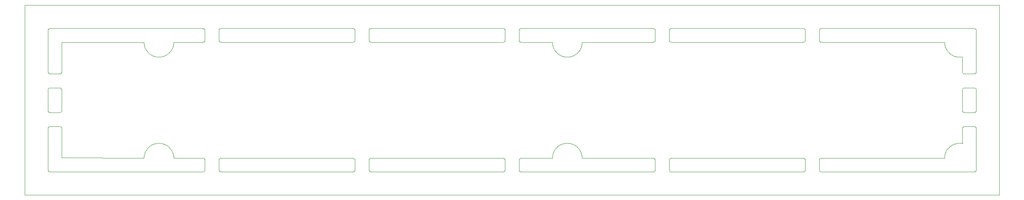
<source format=gbr>
%TF.GenerationSoftware,KiCad,Pcbnew,7.0.2-0*%
%TF.CreationDate,2023-05-18T01:22:18+02:00*%
%TF.ProjectId,panel,70616e65-6c2e-46b6-9963-61645f706362,2.2.0*%
%TF.SameCoordinates,PX2918ffdPY6cadc66*%
%TF.FileFunction,Profile,NP*%
%FSLAX46Y46*%
G04 Gerber Fmt 4.6, Leading zero omitted, Abs format (unit mm)*
G04 Created by KiCad (PCBNEW 7.0.2-0) date 2023-05-18 01:22:18*
%MOMM*%
%LPD*%
G01*
G04 APERTURE LIST*
%TA.AperFunction,Profile*%
%ADD10C,0.100000*%
%TD*%
G04 APERTURE END LIST*
D10*
X25846098Y8944919D02*
X25889052Y9072763D01*
X31443127Y31048175D02*
X31359038Y30942731D01*
X200755363Y11124138D02*
X200889753Y11148802D01*
X74205473Y35665070D02*
X74214128Y35687509D01*
X41839491Y5455965D02*
X41838898Y5480131D01*
X7512125Y23155071D02*
X7524087Y23154484D01*
X201049917Y11170539D02*
X201074782Y11173178D01*
X204789418Y14752575D02*
X204809743Y14739709D01*
X202532226Y17824334D02*
X202507963Y17824929D01*
X106540637Y33333387D02*
X106540455Y33333937D01*
X135820976Y33322099D02*
X135812703Y33300586D01*
X7963949Y26474973D02*
X7954150Y26451917D01*
X7991227Y14407580D02*
X7994690Y14384347D01*
X171392987Y33089510D02*
X171392259Y33090050D01*
X106809189Y7944145D02*
X106833580Y7954389D01*
X103062659Y32993787D02*
X103043235Y32992076D01*
X26263241Y31177353D02*
X26249338Y31197746D01*
X70796679Y7973533D02*
X70797558Y7973313D01*
X74607650Y7983735D02*
X74626991Y7986214D01*
X38831655Y5408110D02*
X38827544Y5384413D01*
X7994538Y22717657D02*
X7997273Y22691288D01*
X106514758Y5480131D02*
X106514789Y7480886D01*
X200289564Y10990882D02*
X200418690Y11035553D01*
X119253934Y10157298D02*
X119343174Y10056177D01*
X168188681Y35499870D02*
X168188650Y33499115D01*
X117754726Y11073444D02*
X117778485Y11066759D01*
X41908611Y5228096D02*
X41896757Y5249022D01*
X7707096Y14776297D02*
X7708853Y14775492D01*
X201559104Y11185791D02*
X201695393Y11176086D01*
X210027387Y40981951D02*
X210027280Y40982430D01*
X5082582Y35772228D02*
X5096430Y35791891D01*
X204789484Y17894016D02*
X204768558Y17882161D01*
X204980517Y14541781D02*
X204990266Y14519791D01*
X119443127Y9931826D02*
X119458030Y9912152D01*
X171328886Y7833877D02*
X171345978Y7850970D01*
X106524175Y35595588D02*
X106529444Y35619054D01*
X119343174Y10056177D02*
X119359038Y10037270D01*
X71103294Y33233564D02*
X71090427Y33213245D01*
X116045273Y29906557D02*
X116021514Y29913242D01*
X120100444Y32983654D02*
X120100274Y32983185D01*
X168015410Y33112798D02*
X168014499Y33112012D01*
X0Y40980000D02*
X0Y0D01*
X32100638Y32984113D02*
X32100444Y32983654D01*
X139050795Y5086433D02*
X139031835Y5101230D01*
X106732528Y35907417D02*
X106752847Y35920284D01*
X38572617Y7929686D02*
X38573385Y7929276D01*
X204702655Y5018647D02*
X204679818Y5011103D01*
X113692227Y32989802D02*
X113691736Y32989889D01*
X135689815Y35863062D02*
X135707234Y35846478D01*
X38697135Y33144968D02*
X38682962Y33130795D01*
X167817741Y35975313D02*
X167840921Y35968898D01*
X41875812Y7676741D02*
X41887134Y7702569D01*
X38827180Y7585082D02*
X38831604Y7559271D01*
X7873375Y14652963D02*
X7886408Y14637602D01*
X198547849Y31539722D02*
X198536315Y31562631D01*
X210027567Y40980491D02*
X210027531Y40980981D01*
X210027387Y-1950D02*
X210027471Y-1467D01*
X198806817Y31115579D02*
X198791875Y31136426D01*
X10000Y-10000D02*
X210017580Y-10000D01*
X120101093Y32985000D02*
X120100855Y32984563D01*
X168045164Y5133523D02*
X168027745Y5116939D01*
X120103715Y32987972D02*
X120103325Y32987661D01*
X114356872Y31048175D02*
X114341969Y31067849D01*
X120103715Y7992029D02*
X120104120Y7991738D01*
X135680689Y33115992D02*
X135663705Y33101760D01*
X114095863Y9531104D02*
X114163296Y9647902D01*
X115719533Y30016000D02*
X115595256Y30068387D01*
X204633173Y4999419D02*
X204609477Y4995307D01*
X7937100Y18084566D02*
X7936171Y18082878D01*
X113697048Y32987331D02*
X113696674Y32987661D01*
X31953901Y32035082D02*
X31910947Y31907238D01*
X103484177Y5314931D02*
X103475521Y5292492D01*
X120033805Y32343898D02*
X120003794Y32212412D01*
X198536315Y31562631D02*
X198476553Y31689409D01*
X7972558Y26498500D02*
X7963949Y26474973D01*
X7896168Y22958521D02*
X7896613Y22957936D01*
X202438701Y14814335D02*
X202439593Y14814490D01*
X7954150Y26451917D02*
X7943129Y26429277D01*
X204829467Y17920731D02*
X204809803Y17906882D01*
X171369765Y5101230D02*
X171351554Y5116939D01*
X5037302Y22853214D02*
X5047048Y22875201D01*
X8000297Y8097523D02*
X8000427Y8097051D01*
X107030213Y32990000D02*
X106999396Y32990961D01*
X198262910Y8619956D02*
X198267928Y8644452D01*
X103314714Y5086433D02*
X103295051Y5072584D01*
X204561587Y23155078D02*
X204585573Y23153310D01*
X204998933Y35665076D02*
X205006477Y35642239D01*
X71129014Y7697561D02*
X71137365Y7678244D01*
X31997703Y8791507D02*
X32003794Y8767589D01*
X26011822Y9367176D02*
X26022531Y9389413D01*
X113699144Y7995438D02*
X113699361Y7995888D01*
X117310106Y29816675D02*
X117285616Y29813606D01*
X171229078Y33299539D02*
X171220378Y33322093D01*
X204609470Y17829608D02*
X204585601Y17826664D01*
X138853951Y33464932D02*
X138853316Y33477875D01*
X118885327Y30480686D02*
X118777819Y30399253D01*
X200266147Y10982113D02*
X200289564Y10990882D01*
X204990274Y22853191D02*
X204998931Y22830752D01*
X31953901Y8944919D02*
X31961176Y8921334D01*
X38711271Y33160333D02*
X38710785Y33159783D01*
X5217776Y14739785D02*
X5238095Y14752652D01*
X38810341Y7648904D02*
X38816635Y7628822D01*
X167863757Y5018647D02*
X167840921Y5011103D01*
X119910947Y31907238D02*
X119902506Y31884045D01*
X202352392Y17854338D02*
X202324285Y17865371D01*
X103465775Y35709496D02*
X103475521Y35687509D01*
X38394989Y35987638D02*
X38418859Y35984694D01*
X171544970Y33013056D02*
X171522017Y33020638D01*
X38556463Y5037049D02*
X38534476Y5027303D01*
X114249338Y31197746D02*
X114176166Y31311038D01*
X199554341Y10603784D02*
X199574823Y10618127D01*
X5441971Y4992363D02*
X5418102Y4995307D01*
X202016815Y11129818D02*
X202017299Y11129793D01*
X113838823Y8921334D02*
X113846098Y8944919D01*
X202245156Y26235338D02*
X202244421Y26235803D01*
X25700168Y32981244D02*
X25700094Y32981737D01*
X74182813Y33417156D02*
X74179854Y33441148D01*
X74210850Y33310627D02*
X74202707Y33333387D01*
X171351554Y5116939D02*
X171334136Y5133523D01*
X71047957Y5150942D02*
X71031374Y5133523D01*
X120107772Y32989802D02*
X120107286Y32989691D01*
X118348752Y30137055D02*
X118227240Y30078538D01*
X38710027Y35829059D02*
X38725736Y35810848D01*
X7997041Y14360976D02*
X7998563Y14341103D01*
X168160037Y35665070D02*
X168167580Y35642233D01*
X138854767Y7531037D02*
X138857202Y7553755D01*
X42156038Y33025955D02*
X42136521Y33034110D01*
X103213091Y33033123D02*
X103188960Y33023300D01*
X38836368Y5455965D02*
X38834599Y5431979D01*
X71137591Y35687509D02*
X71146246Y35665070D01*
X171498918Y7950468D02*
X171521471Y7959167D01*
X116489893Y29816675D02*
X116356532Y29836776D01*
X120104971Y7991218D02*
X120105414Y7990991D01*
X119853233Y9221501D02*
X119902506Y9095956D01*
X202020175Y11130136D02*
X202020640Y11130274D01*
X106524175Y5384413D02*
X106520064Y5408110D01*
X74220101Y33288294D02*
X74210850Y33310627D01*
X167886196Y5027303D02*
X167863757Y5018647D01*
X5143522Y23012181D02*
X5160941Y23028765D01*
X103512154Y33472743D02*
X103510495Y33446608D01*
X202054297Y22844706D02*
X202063098Y22864936D01*
X210024651Y40987072D02*
X210024295Y40987410D01*
X171211719Y5337768D02*
X171205304Y5360947D01*
X71126670Y33277464D02*
X71126016Y33276082D01*
X25698729Y7994759D02*
X25698976Y7995176D01*
X113734206Y32525314D02*
X113717436Y32659135D01*
X202096733Y14579518D02*
X202109661Y14599963D01*
X210027580Y40980000D02*
X210027567Y40980491D01*
X38442555Y4999419D02*
X38418859Y4995307D01*
X138873789Y5337768D02*
X138867374Y5360947D01*
X210026995Y-3368D02*
X210027149Y-2902D01*
X70691676Y7988854D02*
X70705305Y7987925D01*
X70894393Y5037049D02*
X70872406Y5027303D01*
X32099905Y7998264D02*
X32100004Y7997775D01*
X204633142Y23146257D02*
X204656609Y23140989D01*
X7623894Y23139188D02*
X7648280Y23132148D01*
X202025655Y11133909D02*
X202025930Y11134307D01*
X168188681Y5480131D02*
X168188088Y5455965D01*
X8007570Y32989701D02*
X8007097Y32989570D01*
X204957842Y14584194D02*
X204969700Y14563266D01*
X106862518Y5011103D02*
X106839682Y5018647D01*
X116356532Y11143225D02*
X116489893Y11163326D01*
X71060736Y33173344D02*
X71046970Y33157285D01*
X1423Y40985142D02*
X1181Y40984714D01*
X103274732Y5059717D02*
X103253806Y5047863D01*
X199319040Y10420620D02*
X199424705Y10507246D01*
X202495413Y14820925D02*
X202523580Y14821738D01*
X106940707Y7982683D02*
X106970684Y7986197D01*
X5021102Y14474605D02*
X5028646Y14497442D01*
X168091585Y33195262D02*
X168078791Y33178553D01*
X171471116Y35942952D02*
X171493103Y35952698D01*
X32105414Y32989010D02*
X32104971Y32988783D01*
X210025894Y40985556D02*
X210025612Y40985957D01*
X7979953Y14457566D02*
X7986114Y14433283D01*
X71033849Y7836798D02*
X71052873Y7815980D01*
X210023536Y40988033D02*
X210023135Y40988315D01*
X204998933Y5314925D02*
X204990278Y5292487D01*
X202218942Y17926621D02*
X202218398Y17927034D01*
X5347761Y5011103D02*
X5324924Y5018647D01*
X74294479Y33169097D02*
X74281279Y33185487D01*
X204725068Y23118378D02*
X204747056Y23108633D01*
X135733100Y7810904D02*
X135746300Y7794514D01*
X167912920Y33044408D02*
X167891068Y33034073D01*
X41930279Y33203255D02*
X41916849Y33223354D01*
X7943129Y14550724D02*
X7954150Y14528084D01*
X202345036Y14788396D02*
X202367809Y14796550D01*
X2929Y40987072D02*
X2591Y40986716D01*
X113846098Y8944919D02*
X113889052Y9072763D01*
X198199133Y32984569D02*
X198198894Y32985006D01*
X106548780Y33310627D02*
X106540637Y33333387D01*
X70658005Y32990000D02*
X42355784Y32990000D01*
X171191285Y7507258D02*
X171192945Y7533393D01*
X113700218Y32980748D02*
X113700168Y32981244D01*
X135553128Y7945891D02*
X135553956Y7945524D01*
X204679722Y14801176D02*
X204702563Y14793635D01*
X8009019Y32989952D02*
X8008532Y32989892D01*
X5302486Y5027302D02*
X5280499Y5037048D01*
X103022698Y4990000D02*
X74666951Y4990000D01*
X70684768Y35990000D02*
X70708934Y35989407D01*
X8000430Y32982903D02*
X8000299Y32982430D01*
X167722724Y35989407D02*
X167746709Y35987638D01*
X135849504Y7514744D02*
X135850124Y7502126D01*
X103406347Y33182856D02*
X103391090Y33164265D01*
X5198109Y35893570D02*
X5217772Y35907418D01*
X171229078Y7680462D02*
X171229411Y7681265D01*
X120099905Y32981737D02*
X120099831Y32981244D01*
X74202423Y33334247D02*
X74202423Y33334247D01*
X210026995Y40983369D02*
X210026818Y40983827D01*
X7679253Y26191970D02*
X7650743Y26181966D01*
X8008532Y32989892D02*
X8008049Y32989808D01*
X205025217Y5431972D02*
X205022273Y5408103D01*
X70878362Y7945407D02*
X70903805Y7933245D01*
X202016022Y22655127D02*
X202017367Y22676278D01*
X113696284Y32987972D02*
X113695879Y32988263D01*
X7930113Y22907799D02*
X7930483Y22907165D01*
X168179264Y5384413D02*
X168173995Y5360947D01*
X114011822Y31612825D02*
X113956353Y31735757D01*
X38730582Y33183571D02*
X38711271Y33160333D01*
X5324930Y26186280D02*
X5302491Y26194936D01*
X5418102Y4995307D02*
X5394406Y4999419D01*
X115153652Y30308871D02*
X115042219Y30384845D01*
X135454866Y33002123D02*
X135418964Y32995893D01*
X74578625Y33001171D02*
X74555040Y33006468D01*
X204585492Y14819897D02*
X204609366Y14816958D01*
X74176859Y33502153D02*
X74176828Y35499870D01*
X113761304Y32368090D02*
X113737884Y32500908D01*
X25691736Y32989889D02*
X25691241Y32989951D01*
X202026636Y11135576D02*
X202026830Y11136020D01*
X202411577Y23143751D02*
X202412728Y23143995D01*
X103162602Y7965689D02*
X103189133Y7956562D01*
X135448954Y7978830D02*
X135472539Y7973533D01*
X74360250Y7875802D02*
X74377970Y7889581D01*
X5302511Y17861623D02*
X5280523Y17871369D01*
X2591Y-6715D02*
X2929Y-7071D01*
X202248908Y23077415D02*
X202267803Y23088802D01*
X198198353Y32985843D02*
X198198052Y32986240D01*
X103141881Y5004688D02*
X103118415Y4999419D01*
X2270Y40986344D02*
X1968Y40985957D01*
X205006477Y18172063D02*
X204998933Y18149226D01*
X31777468Y9389413D02*
X31788177Y9367176D01*
X13Y40980491D02*
X0Y40980000D01*
X71092311Y5207777D02*
X71078463Y5188113D01*
X31636703Y9647902D02*
X31704136Y9531104D01*
X168188314Y33480905D02*
X168188014Y33472743D01*
X32038695Y8611911D02*
X32062115Y8479093D01*
X103512790Y33499115D02*
X103512454Y33480905D01*
X7910917Y26375222D02*
X7910502Y26374616D01*
X8050Y-9807D02*
X8533Y-9891D01*
X25846098Y32035082D02*
X25838823Y32058667D01*
X116673192Y29798333D02*
X116648580Y29800177D01*
X198197393Y32986987D02*
X198197036Y32987334D01*
X7998563Y22674437D02*
X7999640Y22655654D01*
X5000000Y22665576D02*
X5000000Y22665576D01*
X202028110Y26534860D02*
X202027969Y26535422D01*
X29907361Y11027007D02*
X29930757Y11019146D01*
X171268731Y7756888D02*
X171282160Y7776987D01*
X32108758Y7990050D02*
X32109255Y7990013D01*
X167908183Y5037049D02*
X167886196Y5027303D01*
X5002362Y14380394D02*
X5005306Y14404263D01*
X199781538Y30229819D02*
X199759464Y30242881D01*
X106515386Y33477875D02*
X106514789Y33502153D01*
X167722724Y4990594D02*
X167698558Y4990000D01*
X25802296Y32188494D02*
X25796205Y32212412D01*
X168151381Y35687509D02*
X168160037Y35665070D01*
X32100274Y7996816D02*
X32100444Y7996347D01*
X167923788Y7929980D02*
X167924849Y7929412D01*
X103314714Y35893568D02*
X103333674Y35878771D01*
X205026986Y18290259D02*
X205025217Y18266274D01*
X31007938Y10397235D02*
X31026443Y10380904D01*
X171412750Y33075591D02*
X171392987Y33089510D01*
X106515251Y7502530D02*
X106516734Y7526658D01*
X8006631Y32989416D02*
X8006173Y32989239D01*
X71119842Y7716501D02*
X71129014Y7697561D01*
X115892638Y11027007D02*
X116021514Y11066759D01*
X103420939Y7777457D02*
X103421440Y7776746D01*
X38832321Y33429316D02*
X38831406Y33422582D01*
X202055526Y18143709D02*
X202045505Y18172192D01*
X120103325Y32987661D02*
X120102951Y32987331D01*
X74195592Y7623209D02*
X74202609Y7646341D01*
X32106333Y7990604D02*
X32106806Y7990445D01*
X201857168Y29823136D02*
X201831767Y29819573D01*
X210020482Y-9569D02*
X210020948Y-9415D01*
X168142804Y7697561D02*
X168151155Y7678244D01*
X106817243Y35952698D02*
X106839682Y35961354D01*
X70708934Y4990594D02*
X70684768Y4990000D01*
X120109255Y32989988D02*
X120108758Y32989951D01*
X210023923Y-7730D02*
X210024295Y-7409D01*
X38831406Y33422582D02*
X38828288Y33402680D01*
X138990956Y7833877D02*
X139008048Y7850970D01*
X204809788Y23073100D02*
X204829453Y23059251D01*
X27451247Y10842946D02*
X27572759Y10901463D01*
X7968725Y18154438D02*
X7959421Y18130648D01*
X138947080Y7781156D02*
X138960541Y7798976D01*
X8004414Y8091649D02*
X8004827Y8091386D01*
X202019328Y22699279D02*
X202022815Y22729284D01*
X42308484Y7987925D02*
X42322113Y7988854D01*
X198304972Y8801782D02*
X198342449Y8933176D01*
X202109661Y14599963D02*
X202123576Y14619748D01*
X38822275Y35619054D02*
X38827544Y35595588D01*
X202021985Y11130819D02*
X202022415Y11131043D01*
X138911759Y7724280D02*
X138922664Y7743769D01*
X7908480Y22941658D02*
X7919615Y22924993D01*
X114084059Y31470573D02*
X114022531Y31590588D01*
X5111229Y22976552D02*
X5126938Y22994763D01*
X8000755Y8096130D02*
X8000953Y8095683D01*
X135548266Y35952698D02*
X135570253Y35942952D01*
X171386421Y7885572D02*
X171409160Y7902009D01*
X139031835Y35878771D02*
X139050795Y35893568D01*
X135570253Y35942952D02*
X135591736Y35932138D01*
X5259021Y14764506D02*
X5280504Y14775319D01*
X138853387Y7508113D02*
X138854767Y7531037D01*
X139250250Y33002016D02*
X139222952Y33008499D01*
X38831655Y35571891D02*
X38834599Y35548022D01*
X28332226Y11138939D02*
X28356532Y11143225D01*
X25693666Y32989397D02*
X25693193Y32989556D01*
X168005606Y7875452D02*
X168006279Y7874900D01*
X70797558Y7973313D02*
X70817961Y7967734D01*
X32104120Y7991738D02*
X32104539Y7991468D01*
X202054752Y14490584D02*
X202054947Y14491130D01*
X204957857Y22917589D02*
X204969713Y22896662D01*
X7574449Y26163932D02*
X7549397Y26160749D01*
X120100004Y7997775D02*
X120100127Y7997292D01*
X113700243Y7999751D02*
X113703670Y8137167D01*
X106628890Y33173371D02*
X106628131Y33174296D01*
X202005090Y29843634D02*
X202004728Y29843972D01*
X28807892Y29791610D02*
X28673192Y29798333D01*
X200597918Y11087586D02*
X200730891Y11119005D01*
X171212627Y33345600D02*
X171206180Y33368898D01*
X201030476Y29811719D02*
X201005010Y29814784D01*
X5490130Y26157636D02*
X5465964Y26158229D01*
X42264512Y32997039D02*
X42240695Y33001171D01*
X202348973Y23126087D02*
X202369538Y23132886D01*
X5021102Y22807938D02*
X5028646Y22830775D01*
X199484049Y30427354D02*
X199373661Y30513717D01*
X41977165Y7833877D02*
X41994258Y7850970D01*
X135601011Y33058380D02*
X135579941Y33046783D01*
X201210975Y11184160D02*
X201235942Y11185540D01*
X118370715Y10831686D02*
X118489158Y10767186D01*
X138852688Y35499870D02*
X138853281Y35524036D01*
X27719533Y30016000D02*
X27595256Y30068387D01*
X106970684Y7986197D02*
X106993669Y7988179D01*
X168188054Y7502126D02*
X168188650Y7477848D01*
X5000000Y35499878D02*
X5000593Y35524044D01*
X5028646Y5314925D02*
X5021102Y5337762D01*
X205022273Y35571898D02*
X205025217Y35548029D01*
X5005306Y18242431D02*
X5002362Y18266302D01*
X7898739Y14621801D02*
X7910473Y14605427D01*
X113695879Y7991738D02*
X113696284Y7992029D01*
X30204743Y30068387D02*
X30080466Y30016000D01*
X70932616Y33062826D02*
X70930760Y33061714D01*
X74311357Y7830063D02*
X74326954Y7846047D01*
X49Y40980981D02*
X13Y40980491D01*
X38779847Y33260275D02*
X38770206Y33242588D01*
X32082563Y8320866D02*
X32085020Y8296308D01*
X138867374Y35619054D02*
X138873789Y35642233D01*
X103491720Y35642233D02*
X103498135Y35619054D01*
X120102951Y7992670D02*
X120103325Y7992340D01*
X202051077Y26465575D02*
X202042366Y26488107D01*
X5143519Y5133520D02*
X5126936Y5150939D01*
X103443108Y5228096D02*
X103430241Y5207777D01*
X4859Y40988578D02*
X4445Y40988315D01*
X200075794Y30077185D02*
X200052487Y30087893D01*
X103510495Y33446608D02*
X103507464Y33420730D01*
X135502991Y35968898D02*
X135525827Y35961354D01*
X106707360Y7882653D02*
X106731739Y7900503D01*
X205018160Y22761267D02*
X205022273Y22737570D01*
X5324924Y35961354D02*
X5347761Y35968898D01*
X120100855Y32984563D02*
X120100638Y32984113D01*
X114657022Y30708064D02*
X114562853Y30804611D01*
X41839491Y35524036D02*
X41841260Y35548022D01*
X135533611Y7954046D02*
X135553128Y7945891D01*
X74359455Y33104917D02*
X74341151Y33120706D01*
X204609477Y35984694D02*
X204633173Y35980582D01*
X106532277Y7617319D02*
X106537808Y7636690D01*
X5179149Y35878773D02*
X5198109Y35893570D01*
X204768540Y23097820D02*
X204789468Y23085966D01*
X27595256Y30068387D02*
X27572759Y30078538D01*
X70732919Y4992363D02*
X70708934Y4990594D01*
X38386485Y7986335D02*
X38390110Y7985933D01*
X135712490Y33146518D02*
X135696933Y33130897D01*
X202030452Y14391080D02*
X202031219Y14396285D01*
X168166459Y33344485D02*
X168158915Y33321648D01*
X7651738Y17848948D02*
X7650091Y17848426D01*
X202001791Y29845787D02*
X202001327Y29845959D01*
X204848430Y35878773D02*
X204866641Y35863064D01*
X113695879Y32988263D02*
X113695460Y32988533D01*
X41843412Y7553755D02*
X41846903Y7576335D01*
X103301275Y7897129D02*
X103318303Y7884581D01*
X41887911Y7704212D02*
X41897968Y7724280D01*
X7993215Y18253462D02*
X7989039Y18228260D01*
X5324924Y5018647D02*
X5302486Y5027302D01*
X204931149Y35791891D02*
X204944997Y35772228D01*
X106580443Y33243805D02*
X106579996Y33244593D01*
X74214128Y35687509D02*
X74223874Y35709496D01*
X171190985Y33480905D02*
X171190649Y33499115D01*
X117310106Y11163326D02*
X117443467Y11143225D01*
X116175970Y11106724D02*
X116200032Y11112216D01*
X168009534Y5101230D02*
X167990574Y5086433D01*
X7840353Y14687126D02*
X7856546Y14671197D01*
X138944570Y33202544D02*
X138944069Y33203255D01*
X25946766Y9221501D02*
X25956353Y9244244D01*
X135570253Y5037049D02*
X135548266Y5027303D01*
X38598872Y5059717D02*
X38577946Y5047863D01*
X32101935Y32986235D02*
X32101634Y32985838D01*
X138857826Y33422922D02*
X138855443Y33443832D01*
X199992537Y10863568D02*
X200116498Y10921037D01*
X103046864Y35989407D02*
X103070849Y35987638D01*
X74220336Y33287764D02*
X74220101Y33288294D01*
X103486942Y7646614D02*
X103487124Y7646064D01*
X204866627Y23028746D02*
X204884047Y23012162D01*
X115429284Y10831686D02*
X115451247Y10842946D01*
X8005687Y8090922D02*
X8006134Y8090722D01*
X38822061Y7608489D02*
X38826632Y7587837D01*
X5302491Y26194936D02*
X5280504Y26204682D01*
X135645149Y7892895D02*
X135667452Y7875636D01*
X139270790Y4995307D02*
X139247094Y4999419D01*
X167698558Y4990000D02*
X139342811Y4990000D01*
X71144917Y7658486D02*
X71145222Y7657633D01*
X106683610Y7862890D02*
X106684122Y7863342D01*
X168183375Y35571891D02*
X168186319Y35548022D01*
X135663705Y33101760D02*
X135660556Y33099239D01*
X135622013Y7908768D02*
X135645149Y7892895D01*
X106795256Y35942952D02*
X106817243Y35952698D01*
X103391090Y33164265D02*
X103374939Y33146445D01*
X210020948Y-9415D02*
X210021406Y-9238D01*
X41897968Y7724280D02*
X41908874Y7743769D01*
X117126807Y29798333D02*
X116992107Y29791610D01*
X103165061Y35968898D02*
X103187897Y35961354D01*
X204747000Y26204762D02*
X204725008Y26195018D01*
X7512125Y26158263D02*
X7487847Y26157667D01*
X113696674Y32987661D02*
X113696284Y32987972D01*
X70838003Y7961317D02*
X70857751Y7954046D01*
X7650091Y17848426D02*
X7621021Y17840189D01*
X120101935Y7993766D02*
X120102255Y7993384D01*
X120100638Y7995888D02*
X120100855Y7995438D01*
X8001180Y32984714D02*
X8000960Y32984276D01*
X5465956Y4990594D02*
X5441971Y4992363D01*
X117467773Y11138939D02*
X117599967Y11112216D01*
X42186658Y5011103D02*
X42163822Y5018647D01*
X42216231Y33006688D02*
X42195828Y33012267D01*
X115742508Y30006982D02*
X115719533Y30016000D01*
X138871529Y7623489D02*
X138879826Y7650442D01*
X202000374Y29846234D02*
X201999889Y29846336D01*
X202287707Y26211285D02*
X202287189Y26211545D01*
X210019530Y-9807D02*
X210020009Y-9700D01*
X201880643Y11153445D02*
X202015854Y11129938D01*
X204789488Y5059716D02*
X204768562Y5047862D01*
X135548266Y5027303D02*
X135525827Y5018647D01*
X135834444Y33366171D02*
X135828228Y33343977D01*
X171408388Y35907417D02*
X171428707Y35920284D01*
X27289466Y30225156D02*
X27174385Y30295481D01*
X199180873Y10295162D02*
X199198954Y10312433D01*
X138900924Y7702569D02*
X138901701Y7704212D01*
X42269720Y7983735D02*
X42289060Y7986214D01*
X32099781Y32980748D02*
X32099756Y32980250D01*
X27869242Y11019146D02*
X27892638Y11027007D01*
X32109255Y7990013D02*
X32109753Y7990000D01*
X202000854Y29846109D02*
X202000374Y29846234D01*
X199849223Y10788827D02*
X199970124Y10852482D01*
X204900604Y14661353D02*
X204916318Y14643141D01*
X70797804Y33006625D02*
X70774338Y33001356D01*
X41904422Y33244088D02*
X41903976Y33244876D01*
X70915876Y5047863D02*
X70894393Y5037049D01*
X74194980Y7620998D02*
X74195592Y7623209D01*
X171219263Y5314931D02*
X171211719Y5337768D01*
X171428707Y5059717D02*
X171408388Y5072584D01*
X138974799Y7816165D02*
X138989902Y7832771D01*
X171544970Y7966945D02*
X171568267Y7973393D01*
X135333865Y32990000D02*
X120109753Y32990000D01*
X103046864Y4990594D02*
X103022698Y4990000D01*
X138922401Y35751905D02*
X138935268Y35772224D01*
X25699872Y32982709D02*
X25699725Y32983185D01*
X42061516Y33075275D02*
X42060793Y33075758D01*
X198699360Y31274014D02*
X198626803Y31393929D01*
X115451247Y10842946D02*
X115572759Y10901463D01*
X103351885Y5116939D02*
X103333674Y5101230D01*
X5490130Y23155698D02*
X7487847Y23155667D01*
X5370970Y17839012D02*
X5347790Y17845425D01*
X202097166Y26379497D02*
X202084229Y26399898D01*
X139070458Y5072584D02*
X139050795Y5086433D01*
X32062115Y8479093D02*
X32065793Y8454687D01*
X198196272Y32987974D02*
X198195867Y32988265D01*
X210022721Y40988578D02*
X210022293Y40988820D01*
X26163296Y31332099D02*
X26095863Y31448897D01*
X103139303Y33007569D02*
X103113917Y33001705D01*
X204725008Y26195018D02*
X204702564Y26186365D01*
X74405566Y33071233D02*
X74382430Y33087106D01*
X138878385Y33333937D02*
X138871368Y33357069D01*
X5394412Y26167053D02*
X5370946Y26172322D01*
X202007774Y29838964D02*
X202007640Y29839441D01*
X202015854Y11129938D02*
X202016333Y11129866D01*
X168067231Y7815322D02*
X168082566Y7796636D01*
X204725088Y17861602D02*
X204702649Y17852947D01*
X167891068Y33034073D02*
X167868848Y33024869D01*
X204916350Y18003449D02*
X204900641Y17985238D01*
X210026157Y-5141D02*
X210026399Y-4713D01*
X114163296Y9647902D02*
X114176166Y9668963D01*
X198195031Y7991218D02*
X198195462Y7991467D01*
X167698558Y35990000D02*
X167722724Y35989407D01*
X168188650Y7477848D02*
X168188681Y5480131D01*
X38725736Y35810848D02*
X38740533Y35791888D01*
X116673192Y11181668D02*
X116807892Y11188391D01*
X25699361Y32984113D02*
X25699144Y32984563D01*
X171317552Y35829059D02*
X171334136Y35846478D01*
X41849100Y33392766D02*
X41844968Y33416583D01*
X7098Y-9569D02*
X7571Y-9700D01*
X167924849Y7929412D02*
X167945881Y7917498D01*
X202022815Y22729284D02*
X202028135Y22759019D01*
X117907361Y11027007D02*
X117930757Y11019146D01*
X31843646Y31735757D02*
X31788177Y31612825D01*
X113766194Y8636103D02*
X113796205Y8767589D01*
X202047183Y14467609D02*
X202054752Y14490584D01*
X202189580Y14692654D02*
X202207889Y14708462D01*
X205006477Y35642239D02*
X205012892Y35619060D01*
X42280870Y4992363D02*
X42257000Y4995307D01*
X106788888Y33045229D02*
X106767569Y33056624D01*
X171192945Y33446608D02*
X171191285Y33472743D01*
X71165474Y35595588D02*
X71169585Y35571891D01*
X200384262Y29955813D02*
X200359972Y29964053D01*
X119007938Y30582766D02*
X118904623Y30496075D01*
X106858488Y7963301D02*
X106883841Y7970856D01*
X49Y-980D02*
X109Y-1467D01*
X5490122Y35990000D02*
X38346838Y35990000D01*
X168103711Y33212593D02*
X168091585Y33195262D01*
X25700009Y7997884D02*
X25700102Y7998360D01*
X74281279Y33185487D02*
X74268731Y33202515D01*
X5280504Y23108653D02*
X5302491Y23118399D01*
X7599303Y26168402D02*
X7574449Y26163932D01*
X103511558Y7515069D02*
X103512194Y7502126D01*
X41839597Y7508113D02*
X41840977Y7531037D01*
X106611186Y35791888D02*
X106625983Y35810848D01*
X25699144Y32984563D02*
X25698906Y32985000D01*
X5217791Y17906902D02*
X5198126Y17920750D01*
X71032600Y33141910D02*
X71017583Y33127167D01*
X168182612Y7563418D02*
X168182696Y7562845D01*
X204768562Y5047862D02*
X204747080Y5037048D01*
X8000000Y14303510D02*
X8000000Y8099944D01*
X202307136Y23109018D02*
X202308742Y23109755D01*
X32096329Y8137167D02*
X32099756Y7999751D01*
X5287Y-8819D02*
X5725Y-9039D01*
X71063666Y35810848D02*
X71078463Y35791888D01*
X5111227Y5169150D02*
X5096430Y5188110D01*
X103043235Y7987925D02*
X103062659Y7986214D01*
X103022698Y35990000D02*
X103046864Y35989407D01*
X38482330Y7967023D02*
X38482884Y7966854D01*
X138857994Y5408110D02*
X138855050Y5431979D01*
X198298723Y8777571D02*
X198304972Y8801782D01*
X115869242Y11019146D02*
X115892638Y11027007D01*
X202524473Y23155518D02*
X204537420Y23155669D01*
X106535859Y5337768D02*
X106529444Y5360947D01*
X42280870Y35987638D02*
X42304855Y35989407D01*
X5014689Y18195267D02*
X5009419Y18218734D01*
X171561558Y35975313D02*
X171585024Y35980582D01*
X38815860Y35642233D02*
X38822275Y35619054D01*
X114674691Y10289171D02*
X114773556Y10380904D01*
X38346838Y35990000D02*
X38371004Y35989407D01*
X25695282Y7991416D02*
X25695695Y7991670D01*
X42135142Y7945411D02*
X42157361Y7954615D01*
X114440961Y10037270D02*
X114456825Y10056177D01*
X202073667Y14536351D02*
X202084527Y14557965D01*
X139035763Y33104549D02*
X139035315Y33104917D01*
X7963949Y14505028D02*
X7972558Y14481501D01*
X204809807Y35907418D02*
X204829470Y35893570D01*
X74484287Y7950112D02*
X74485974Y7950810D01*
X25796205Y32212412D02*
X25766194Y32343898D01*
X135660556Y33099239D02*
X135641318Y33084602D01*
X7999640Y14322320D02*
X8000000Y14303510D01*
X28332226Y29841062D02*
X28200032Y29867785D01*
X118057491Y30006982D02*
X117930757Y29960855D01*
X200678620Y29872690D02*
X200542796Y29907272D01*
X167863757Y35961354D02*
X167886196Y35952698D01*
X74399461Y7904781D02*
X74419780Y7917648D01*
X210026619Y-4275D02*
X210026818Y-3826D01*
X41851443Y7598728D02*
X41857050Y7620998D01*
X29310106Y11163326D02*
X29443467Y11143225D01*
X74320345Y35846478D02*
X74337764Y35863062D01*
X42056668Y35907417D02*
X42076987Y35920284D01*
X204768558Y17882161D02*
X204747075Y17871348D01*
X118489158Y10767186D02*
X118510533Y10754845D01*
X202084527Y14557965D02*
X202096435Y14579020D01*
X106731739Y7900503D02*
X106732345Y7900918D01*
X116648580Y11179824D02*
X116673192Y11181668D01*
X198891391Y31003815D02*
X198806817Y31115579D01*
X167795942Y33003059D02*
X167771335Y32998188D01*
X5725Y40989040D02*
X5287Y40988820D01*
X135723817Y5150942D02*
X135707234Y5133523D01*
X961Y40984276D02*
X762Y40983827D01*
X5441978Y14820003D02*
X5465964Y14821772D01*
X202040752Y14444291D02*
X202047183Y14467609D01*
X5126938Y26318571D02*
X5111229Y26336783D01*
X135846743Y33434163D02*
X135843711Y33411314D01*
X74186245Y35595588D02*
X74191514Y35619054D01*
X204969700Y26416735D02*
X204957842Y26395807D01*
X202438313Y26163648D02*
X202414511Y26167775D01*
X118510533Y10754845D02*
X118625614Y10684520D01*
X25691159Y7990097D02*
X25691641Y7990153D01*
X5302491Y14785065D02*
X5324930Y14793721D01*
X42136521Y33034110D02*
X42135427Y33034594D01*
X70827131Y5011103D02*
X70803951Y5004688D01*
X139283510Y32996266D02*
X139278015Y32997081D01*
X138855443Y33443832D02*
X138853951Y33464932D01*
X70928386Y7919716D02*
X70952273Y7904726D01*
X210026157Y40985142D02*
X210025894Y40985556D01*
X103498135Y5360947D02*
X103491720Y5337768D01*
X38799661Y5292492D02*
X38789915Y5270505D01*
X8009454Y8089959D02*
X8009943Y8089944D01*
X38534476Y5027303D02*
X38512037Y5018647D01*
X5047048Y14541868D02*
X5057862Y14563350D01*
X74473623Y33034477D02*
X74451771Y33044812D01*
X201999400Y29846413D02*
X201998907Y29846466D01*
X198200171Y7998754D02*
X198200221Y7999250D01*
X210027531Y40980981D02*
X210027471Y40981468D01*
X103333674Y5101230D02*
X103314714Y5086433D01*
X5418102Y35984694D02*
X5441971Y35987638D01*
X198196662Y32987664D02*
X198196272Y32987974D01*
X5009418Y22761293D02*
X5014687Y22784759D01*
X171200035Y5384413D02*
X171195924Y5408110D01*
X5057862Y22896683D02*
X5069716Y22917609D01*
X205012890Y22784734D02*
X205018160Y22761267D01*
X171608720Y35984694D02*
X171632590Y35987638D01*
X171656575Y4990594D02*
X171632590Y4992363D01*
X5069716Y14584276D02*
X5082583Y14604595D01*
X103366621Y7842012D02*
X103385983Y7821508D01*
X115869242Y29960855D02*
X115742508Y30006982D01*
X210027149Y-2902D02*
X210027280Y-2429D01*
X204768562Y35932139D02*
X204789488Y35920285D01*
X74337764Y35863062D02*
X74355975Y35878771D01*
X38644103Y7883268D02*
X38645018Y7882555D01*
X106523176Y33402134D02*
X106519896Y33422922D01*
X42021300Y33105101D02*
X42000022Y33123608D01*
X70857751Y7954046D02*
X70877268Y7945891D01*
X202018750Y11129860D02*
X202019229Y11129929D01*
X119142977Y30708064D02*
X119125308Y30690830D01*
X74435843Y35932138D02*
X74457326Y35942952D01*
X198959677Y10059565D02*
X198975924Y10078572D01*
X42240695Y33001171D02*
X42217110Y33006468D01*
X71013767Y7856393D02*
X71033849Y7836798D01*
X135472886Y33006279D02*
X135455220Y33002198D01*
X26176166Y31311038D02*
X26163296Y31332099D01*
X202020640Y11130274D02*
X202021097Y11130434D01*
X120065793Y8454687D02*
X120082563Y8320866D01*
X7920797Y18056867D02*
X7903857Y18031848D01*
X38362742Y7988390D02*
X38386485Y7986335D01*
X198203765Y8139094D02*
X198205027Y8164067D01*
X204585573Y23153310D02*
X204609444Y23150368D01*
X139342811Y4990000D02*
X139342811Y4990000D01*
X42202398Y7969640D02*
X42222764Y7974941D01*
X204725007Y14784982D02*
X204747000Y14775239D01*
X8000048Y32980981D02*
X8000012Y32980491D01*
X201361286Y29790544D02*
X201335640Y29790957D01*
X5179152Y14711141D02*
X5198112Y14725937D01*
X38783242Y7713827D02*
X38793577Y7691975D01*
X103215231Y7945877D02*
X103216026Y7945524D01*
X25700218Y32980748D02*
X25700168Y32981244D01*
X71174524Y33480905D02*
X71174192Y33471888D01*
X106640173Y7819358D02*
X106640900Y7820180D01*
X74254779Y33223354D02*
X74242352Y33244088D01*
X38725736Y5169153D02*
X38710027Y5150942D01*
X139216188Y7969640D02*
X139236554Y7974941D01*
X41844968Y33416583D02*
X41844883Y33417156D01*
X202164753Y23010229D02*
X202179271Y23024066D01*
X138870840Y7620998D02*
X138871529Y7623489D01*
X135841334Y5384413D02*
X135836065Y5360947D01*
X210026818Y40983827D02*
X210026619Y40984276D01*
X120099831Y32981244D02*
X120099781Y32980748D01*
X5238095Y23085985D02*
X5259021Y23097840D01*
X113698064Y7993766D02*
X113698365Y7994163D01*
X210020948Y40989416D02*
X210020482Y40989570D01*
X167840921Y35968898D02*
X167863757Y35961354D01*
X5111229Y26336783D02*
X5096432Y26355743D01*
X202003548Y29844874D02*
X202003126Y29845135D01*
X29151419Y29800177D02*
X29126807Y29798333D01*
X139200448Y35968898D02*
X139223628Y35975313D01*
X171476295Y7940424D02*
X171476819Y7940672D01*
X116832566Y29790995D02*
X116807892Y29791610D01*
X202024008Y11132140D02*
X202024371Y11132461D01*
X30057491Y10973019D02*
X30080466Y10964001D01*
X70749277Y7982962D02*
X70773094Y7978830D01*
X171273198Y5207777D02*
X171260331Y5228096D01*
X32101353Y32985426D02*
X32101093Y32985000D01*
X42113400Y7935129D02*
X42135142Y7945411D01*
X135754323Y5188113D02*
X135739526Y5169153D01*
X202023238Y11131553D02*
X202023630Y11131838D01*
X25714979Y32683693D02*
X25704900Y32818184D01*
X205025217Y35548029D02*
X205026986Y35524044D01*
X26792061Y10397235D02*
X26895376Y10483926D01*
X8000011Y8099455D02*
X8000047Y8098968D01*
X70995744Y5101230D02*
X70976784Y5086433D01*
X70756789Y4995307D02*
X70732919Y4992363D01*
X5347761Y35968898D02*
X5370940Y35975313D01*
X202027463Y11138352D02*
X202027521Y11138833D01*
X204702649Y17852947D02*
X204679812Y17845403D01*
X71153790Y5337768D02*
X71146246Y5314931D01*
X42163822Y5018647D02*
X42141383Y5027303D01*
X38666827Y33115978D02*
X38646981Y33099338D01*
X71076578Y33193582D02*
X71061706Y33174526D01*
X28489893Y29816675D02*
X28356532Y29836776D01*
X7910889Y14604821D02*
X7927210Y14579394D01*
X106561804Y35709496D02*
X106572617Y35730979D01*
X103503040Y33394919D02*
X103502499Y33392199D01*
X138961462Y33179962D02*
X138944570Y33202544D01*
X103469213Y33287444D02*
X103458930Y33265703D01*
X38746977Y7774786D02*
X38758674Y7757163D01*
X70724729Y32993787D02*
X70705305Y32992076D01*
X106909164Y35980582D02*
X106932860Y35984694D01*
X8050Y40989808D02*
X7571Y40989701D01*
X202005435Y29843277D02*
X202005090Y29843634D01*
X135836065Y5360947D02*
X135829650Y5337768D01*
X139172346Y33024991D02*
X139150013Y33034242D01*
X42092190Y7923791D02*
X42113400Y7935129D01*
X32082563Y32659135D02*
X32065793Y32525314D01*
X118348752Y10842946D02*
X118370715Y10831686D01*
X204866641Y35863064D02*
X204884060Y35846481D01*
X198215370Y8300309D02*
X198217892Y8325187D01*
X135723817Y35829059D02*
X135739526Y35810848D01*
X171212627Y7634401D02*
X171212796Y7634955D01*
X27022180Y30399253D02*
X26914672Y30480686D01*
X138899734Y5270505D02*
X138889988Y5292492D01*
X7669867Y23124878D02*
X7688567Y23117664D01*
X204998931Y22830752D02*
X205006475Y22807914D01*
X5005306Y26575738D02*
X5002362Y26599607D01*
X25704900Y8161817D02*
X25714979Y8296308D01*
X5028646Y35665076D02*
X5037301Y35687514D01*
X25695695Y7991670D02*
X25696095Y7991944D01*
X210021406Y40989239D02*
X210020948Y40989416D01*
X202218398Y17927034D02*
X202194932Y17946035D01*
X167770579Y4995307D02*
X167746709Y4992363D01*
X71117032Y35730979D02*
X71127845Y35709496D01*
X70691676Y32991147D02*
X70658005Y32990000D01*
X114773556Y30599097D02*
X114674691Y30690830D01*
X119125308Y30690830D02*
X119026443Y30599097D01*
X5002362Y18266302D02*
X5000593Y18290288D01*
X74269089Y7777994D02*
X74282429Y7796047D01*
X32108263Y7990112D02*
X32108758Y7990050D01*
X74524588Y5011103D02*
X74501752Y5018647D01*
X28807892Y11188391D02*
X28832566Y11189006D01*
X168141635Y5270505D02*
X168130822Y5249022D01*
X28021514Y29913242D02*
X27892638Y29952994D01*
X168166594Y7634680D02*
X168173042Y7611383D01*
X113698646Y7994575D02*
X113698906Y7995000D01*
X171190618Y5480131D02*
X171190649Y7480886D01*
X202054947Y14491130D02*
X202063634Y14513705D01*
X5009418Y26552041D02*
X5005306Y26575738D01*
X198763373Y9802858D02*
X198777620Y9823407D01*
X171220378Y7657908D02*
X171229078Y7680462D01*
X74513716Y33018684D02*
X74493968Y33025955D01*
X113697744Y32986617D02*
X113697404Y32986983D01*
X7872061Y14654449D02*
X7873375Y14652963D01*
X38836468Y33477471D02*
X38834986Y33453343D01*
X210020482Y40989570D02*
X210020009Y40989701D01*
X32104539Y32988533D02*
X32104120Y32988263D01*
X71174891Y35499870D02*
X71174860Y33499115D01*
X7773588Y17907022D02*
X7754483Y17895047D01*
X135807478Y7691707D02*
X135816729Y7669374D01*
X138910547Y35730979D02*
X138922401Y35751905D01*
X113699555Y32983654D02*
X113699361Y32984113D01*
X171296382Y33183827D02*
X171279675Y33206547D01*
X168151381Y5292492D02*
X168141635Y5270505D01*
X198190747Y7990013D02*
X198191244Y7990050D01*
X138867374Y5360947D02*
X138862105Y5384413D01*
X5347790Y17845425D02*
X5324952Y17852968D01*
X202024718Y11132799D02*
X202025048Y11133154D01*
X71159392Y7610820D02*
X71164689Y7587235D01*
X171433670Y33062361D02*
X171433173Y33062659D01*
X202172674Y17966439D02*
X202172184Y17966916D01*
X74394598Y5072584D02*
X74374935Y5086433D01*
X202026297Y14352274D02*
X202027990Y14371718D01*
X199827399Y10776623D02*
X199849223Y10788827D01*
X171192980Y35548022D02*
X171195924Y35571891D01*
X135829650Y35642233D02*
X135836065Y35619054D01*
X32099831Y32981244D02*
X32099781Y32980748D01*
X202067559Y18115273D02*
X202067273Y18115894D01*
X27310841Y30212815D02*
X27289466Y30225156D01*
X7840353Y26292875D02*
X7823440Y26277713D01*
X202154970Y14658048D02*
X202171640Y14675576D01*
X71162346Y33381273D02*
X71156739Y33359003D01*
X198303849Y32182562D02*
X198271458Y32318925D01*
X103081999Y7983735D02*
X103087207Y7982962D01*
X5000593Y18290288D02*
X5000000Y18314455D01*
X200573736Y11081223D02*
X200597918Y11087586D01*
X74547768Y35975313D02*
X74571234Y35980582D01*
X13Y-490D02*
X49Y-980D01*
X5490159Y17824332D02*
X5465992Y17824923D01*
X71000934Y33112206D02*
X70984624Y33098737D01*
X103118415Y35980582D02*
X103141881Y35975313D01*
X38358050Y32991822D02*
X38336910Y32990456D01*
X103369304Y5133523D02*
X103351885Y5116939D01*
X8001422Y32985142D02*
X8001180Y32984714D01*
X28992107Y11188391D02*
X29126807Y11181668D01*
X38780376Y33261295D02*
X38779847Y33260275D01*
X7999640Y26657681D02*
X7998563Y26638898D01*
X171273198Y35772224D02*
X171287046Y35791888D01*
X198271458Y32318925D02*
X198266179Y32344026D01*
X103094719Y35984694D02*
X103118415Y35980582D01*
X200866337Y29835128D02*
X200841065Y29839507D01*
X114895376Y10483926D02*
X114914672Y10499315D01*
X171660204Y7987925D02*
X171673833Y7988854D01*
X70984624Y33098737D02*
X70967837Y33086046D01*
X135513680Y33018379D02*
X135490635Y33011079D01*
X113695460Y32988533D02*
X113695028Y32988783D01*
X70872406Y35952698D02*
X70894393Y35942952D01*
X41999834Y35863062D02*
X42018045Y35878771D01*
X171312252Y7815546D02*
X171328486Y7833457D01*
X38645018Y7882555D02*
X38666744Y7864575D01*
X120096329Y32842834D02*
X120095099Y32818184D01*
X119953901Y32035082D02*
X119910947Y31907238D01*
X38827544Y35595588D02*
X38831655Y35571891D01*
X202440674Y17831642D02*
X202411024Y17837347D01*
X25693061Y7990460D02*
X25693523Y7990608D01*
X205027580Y5480123D02*
X205026986Y5455957D01*
X26456825Y10056177D02*
X26546065Y10157298D01*
X27042219Y30384845D02*
X27022180Y30399253D01*
X204900605Y26318647D02*
X204884016Y26301228D01*
X204916318Y26336859D02*
X204900605Y26318647D01*
X29151419Y11179824D02*
X29285616Y11166395D01*
X135525827Y35961354D02*
X135548266Y35952698D01*
X70992489Y7874900D02*
X71013767Y7856393D01*
X202111089Y26359756D02*
X202097166Y26379497D01*
X139200448Y5011103D02*
X139177612Y5018647D01*
X204884016Y26301228D02*
X204866593Y26284644D01*
X74246541Y35751905D02*
X74259408Y35772224D01*
X5394437Y17833744D02*
X5370970Y17839012D01*
X139046037Y7883739D02*
X139065354Y7898065D01*
X202007970Y29837993D02*
X202007884Y29838481D01*
X202017299Y11129793D02*
X202017784Y11129792D01*
X210019047Y-9891D02*
X210019530Y-9807D01*
X5302491Y23118399D02*
X5324930Y23127054D01*
X42141383Y5027303D02*
X42119396Y5037049D01*
X171206180Y7611103D02*
X171212627Y7634401D01*
X300Y40982430D02*
X193Y40981951D01*
X38598872Y35920284D02*
X38619191Y35907417D01*
X198907394Y30983770D02*
X198891391Y31003815D01*
X139257129Y7979362D02*
X139277980Y7982915D01*
X103443108Y35751905D02*
X103454962Y35730979D01*
X41841260Y5431979D02*
X41839491Y5455965D01*
X26674691Y10289171D02*
X26773556Y10380904D01*
X103238691Y33045229D02*
X103236787Y33044271D01*
X202007884Y29838481D02*
X202007774Y29838964D01*
X29126807Y29798333D02*
X28992107Y29791610D01*
X71109367Y7735913D02*
X71109813Y7735125D01*
X202008082Y29836511D02*
X202008069Y29837006D01*
X74414917Y35920284D02*
X74435843Y35932138D01*
X198195462Y7991467D02*
X198195881Y7991737D01*
X210023135Y40988315D02*
X210022721Y40988578D01*
X139035315Y33104917D02*
X139017011Y33120706D01*
X167914551Y33045229D02*
X167912920Y33044408D01*
X106537808Y7636690D02*
X106544095Y7655721D01*
X26914672Y10499315D02*
X27022180Y10580748D01*
X25714979Y8296308D02*
X25717436Y8320866D01*
X114263241Y31177353D02*
X114249338Y31197746D01*
X7648280Y23132148D02*
X7650791Y23131353D01*
X139177612Y5018647D02*
X139155173Y5027303D01*
X25699555Y32983654D02*
X25699361Y32984113D01*
X204585601Y17826664D02*
X204561615Y17824896D01*
X171191285Y7507258D02*
X171191285Y7507258D01*
X139222952Y33008499D02*
X139195932Y33016575D01*
X74666951Y4990000D02*
X74666951Y4990000D01*
X25697209Y7992877D02*
X25697549Y7993223D01*
X168065291Y33162409D02*
X168051038Y33146780D01*
X8000000Y26676491D02*
X7999640Y26657681D01*
X202028414Y22760342D02*
X202033474Y22781931D01*
X119343174Y30923824D02*
X119253934Y30822703D01*
X135793170Y33258846D02*
X135781953Y33238711D01*
X106584471Y35751905D02*
X106597338Y35772224D01*
X41893947Y33263500D02*
X41884775Y33282440D01*
X42355784Y32990000D02*
X42322113Y32991147D01*
X202007482Y29839911D02*
X202007302Y29840373D01*
X198199714Y32983193D02*
X198199543Y32983661D01*
X202022655Y26558987D02*
X202018503Y26582785D01*
X71083176Y7777220D02*
X71083510Y7776746D01*
X74394598Y35907417D02*
X74414917Y35920284D01*
X202308742Y23109755D02*
X202328728Y23118386D01*
X25698906Y32985000D02*
X25698646Y32985426D01*
X31961176Y8921334D02*
X31997703Y8791507D01*
X139283510Y7983735D02*
X139302851Y7986214D01*
X71164689Y7587235D02*
X71168821Y7563418D01*
X168160037Y5314931D02*
X168151381Y5292492D01*
X74197929Y35642233D02*
X74205473Y35665070D01*
X5259017Y35932139D02*
X5280499Y35942953D01*
X31253934Y30822703D02*
X31237146Y30804611D01*
X168123604Y7735125D02*
X168133632Y7716501D01*
X25699202Y7995605D02*
X25699407Y7996044D01*
X25690675Y7990065D02*
X25691159Y7990097D01*
X74268209Y33203255D02*
X74254779Y33223354D01*
X25889052Y9072763D02*
X25897493Y9095956D01*
X202359254Y26182032D02*
X202332679Y26191412D01*
X135432649Y35984694D02*
X135456345Y35980582D01*
X205022273Y22737570D02*
X205025217Y22713700D01*
X171568267Y33006608D02*
X171544970Y33013056D01*
X7994690Y14384347D02*
X7997041Y14360976D01*
X205012892Y5360941D02*
X205006477Y5337762D01*
X135652644Y5086433D02*
X135632981Y5072584D01*
X171227918Y5292492D02*
X171219263Y5314931D01*
X202008032Y29837501D02*
X202007970Y29837993D01*
X204957842Y26395807D02*
X204944971Y26375485D01*
X106752847Y35920284D02*
X106773773Y35932138D01*
X198200209Y32980757D02*
X198200159Y32981253D01*
X139270790Y35984694D02*
X139294660Y35987638D01*
X7979953Y26522435D02*
X7972558Y26498500D01*
X585Y-3368D02*
X762Y-3826D01*
X120108263Y7990112D02*
X120108758Y7990050D01*
X7787598Y14730181D02*
X7805843Y14716650D01*
X113737884Y8479093D02*
X113761304Y8611911D01*
X103496207Y33364709D02*
X103488393Y33337761D01*
X106658276Y35846478D02*
X106675694Y35863062D01*
X198200159Y32981253D02*
X198200084Y32981746D01*
X42233304Y35980582D02*
X42257000Y35984694D01*
X26914672Y30480686D02*
X26895376Y30496075D01*
X7936171Y18082878D02*
X7920797Y18056867D01*
X168066663Y7815980D02*
X168067231Y7815322D01*
X7591501Y17833750D02*
X7587847Y17833070D01*
X167763067Y7982962D02*
X167786884Y7978830D01*
X7957639Y22853213D02*
X7958072Y22852204D01*
X113691736Y7990112D02*
X113692227Y7990199D01*
X7487847Y26157667D02*
X5490130Y26157636D01*
X120103325Y7992340D02*
X120103715Y7992029D01*
X106517120Y35548022D02*
X106520064Y35571891D01*
X115042219Y10595156D02*
X115153652Y10671130D01*
X114176166Y31311038D02*
X114163296Y31332099D01*
X204969718Y5249018D02*
X204957864Y5228092D01*
X31458030Y31067849D02*
X31443127Y31048175D01*
X205025217Y18266274D02*
X205022273Y18242404D01*
X41921478Y5207777D02*
X41908611Y5228096D01*
X202060884Y26443498D02*
X202051077Y26465575D01*
X4044Y40988033D02*
X3657Y40987731D01*
X27595256Y10911614D02*
X27719533Y10964001D01*
X119704136Y9531104D02*
X119715940Y9509428D01*
X38828288Y33402680D02*
X38824378Y33383022D01*
X202179271Y23024066D02*
X202194421Y23037364D01*
X120106806Y7990445D02*
X120107286Y7990310D01*
X103421440Y7776746D02*
X103434870Y7756647D01*
X117778485Y29913242D02*
X117754726Y29906557D01*
X7999544Y18324353D02*
X7998178Y18303213D01*
X32109255Y32989988D02*
X32108758Y32989951D01*
X25699725Y32983185D02*
X25699555Y32983654D01*
X7989039Y18228260D02*
X7983554Y18203311D01*
X4445Y40988315D02*
X4044Y40988033D01*
X198190237Y32990000D02*
X171707504Y32990000D01*
X202015230Y26607313D02*
X202013501Y26626716D01*
X5069715Y5228092D02*
X5057861Y5249018D01*
X5005306Y14404263D02*
X5009418Y14427960D01*
X28514383Y11166395D02*
X28648580Y11179824D01*
X103469548Y7691707D02*
X103478799Y7669374D01*
X202042170Y26488652D02*
X202034573Y26511584D01*
X106561804Y5270505D02*
X106552058Y5292492D01*
X32033805Y32343898D02*
X32003794Y32212412D01*
X7734789Y23095927D02*
X7760986Y23080873D01*
X135575809Y7935189D02*
X135597127Y7923794D01*
X74190919Y33374835D02*
X74186498Y33395409D01*
X202172184Y17966916D02*
X202151219Y17988644D01*
X38693444Y5133523D02*
X38676025Y5116939D01*
X5143522Y14678848D02*
X5160941Y14695432D01*
X70705305Y7987925D02*
X70724729Y7986214D01*
X70658005Y7990000D02*
X70691676Y7988854D01*
X7856716Y23004256D02*
X7877144Y22981994D01*
X29930757Y11019146D02*
X30057491Y10973019D01*
X74254421Y7756137D02*
X74267850Y7776236D01*
X6174Y-9238D02*
X6632Y-9415D01*
X7768746Y14742852D02*
X7787598Y14730181D01*
X202444340Y17831053D02*
X202440674Y17831642D01*
X198199874Y7997290D02*
X198199998Y7997773D01*
X200442519Y11043129D02*
X200573736Y11081223D01*
X113897493Y9095956D02*
X113946766Y9221501D01*
X135418964Y32995893D02*
X135417047Y32995633D01*
X202189151Y14692264D02*
X202189580Y14692654D01*
X204747000Y14775239D02*
X204768487Y14764427D01*
X117754726Y29906557D02*
X117624029Y29873277D01*
X106687810Y33112987D02*
X106666992Y33132011D01*
X74360127Y33104365D02*
X74359455Y33104917D01*
X204561615Y17824896D02*
X204537449Y17824303D01*
X204848427Y17935527D02*
X204829467Y17920731D01*
X300Y-2429D02*
X431Y-2902D01*
X106961609Y32994068D02*
X106940641Y32996851D01*
X41965832Y5150942D02*
X41950123Y5169153D01*
X204537449Y17824303D02*
X202532226Y17824334D01*
X7997273Y22691288D02*
X7998563Y22674437D01*
X118777819Y30399253D02*
X118757780Y30384845D01*
X202020061Y18342629D02*
X202015588Y22633938D01*
X202027278Y11137401D02*
X202027382Y11137874D01*
X198240895Y32481883D02*
X198236923Y32507223D01*
X135689815Y5116939D02*
X135671604Y5101230D01*
X31253934Y10157298D02*
X31343174Y10056177D01*
X7549397Y14819252D02*
X7574449Y14816069D01*
X135754323Y35791888D02*
X135768171Y35772224D01*
X116332226Y11138939D02*
X116356532Y11143225D01*
X118904623Y10483926D02*
X119007938Y10397235D01*
X71143055Y33316339D02*
X71135301Y33296775D01*
X42051564Y7898065D02*
X42071561Y7911427D01*
X168082566Y7796636D02*
X168096966Y7777220D01*
X71031374Y5133523D02*
X71013955Y5116939D01*
X29599967Y29867785D02*
X29467773Y29841062D01*
X171476819Y33039329D02*
X171476295Y33039577D01*
X118204743Y30068387D02*
X118080466Y30016000D01*
X7792121Y17919863D02*
X7773588Y17907022D01*
X171515542Y35961354D02*
X171538378Y35968898D01*
X168123157Y7735913D02*
X168123604Y7735125D01*
X198200084Y32981746D02*
X198199985Y32982234D01*
X198357679Y31998848D02*
X198349832Y32023267D01*
X25696853Y7992548D02*
X25697209Y7992877D01*
X103385887Y35829059D02*
X103401596Y35810848D01*
X106540455Y33333937D02*
X106533438Y33357069D01*
X31007938Y30582766D02*
X30904623Y30496075D01*
X70888245Y33038986D02*
X70866258Y33029239D01*
X117599967Y29867785D02*
X117467773Y29841062D01*
X204829470Y5086431D02*
X204809807Y5072583D01*
X114773556Y10380904D02*
X114792061Y10397235D01*
X32099831Y7998757D02*
X32099905Y7998264D01*
X202002247Y29845592D02*
X202001791Y29845787D01*
X5002362Y26599607D02*
X5000593Y26623593D01*
X74288053Y35810848D02*
X74303762Y35829059D01*
X139247094Y35980582D02*
X139270790Y35984694D01*
X210024651Y-7071D02*
X210024989Y-6715D01*
X74308371Y33153289D02*
X74294479Y33169097D01*
X71156739Y33359003D02*
X71156040Y33356478D01*
X116021514Y11066759D02*
X116045273Y11073444D01*
X204848414Y23044455D02*
X204866627Y23028746D01*
X107014809Y7989545D02*
X107035988Y7990000D01*
X138889988Y35687509D02*
X138899734Y35709496D01*
X8003631Y8092234D02*
X8004016Y8091932D01*
X202414511Y26167775D02*
X202413658Y26167944D01*
X41844204Y5408110D02*
X41841260Y5431979D01*
X25946766Y31758500D02*
X25897493Y31884045D01*
X198195867Y32988265D02*
X198195449Y32988535D01*
X74430452Y33056207D02*
X74429695Y33056636D01*
X193Y40981951D02*
X109Y40981468D01*
X106839682Y5018647D02*
X106817243Y5027303D01*
X103416393Y5188113D02*
X103401596Y5169153D01*
X103210336Y5027303D02*
X103187897Y5018647D01*
X171585024Y35980582D02*
X171608720Y35984694D01*
X7524087Y23154484D02*
X7549397Y23152585D01*
X113697744Y7993384D02*
X113698064Y7993766D01*
X106868523Y33013241D02*
X106848418Y33019815D01*
X38657814Y5101230D02*
X38638854Y5086433D01*
X74282429Y7796047D02*
X74296505Y7813385D01*
X202072849Y22884850D02*
X202073753Y22886595D01*
X204829411Y14725862D02*
X204848376Y14711066D01*
X171522017Y33020638D02*
X171521471Y33020834D01*
X26249338Y9782255D02*
X26263241Y9802648D01*
X27869242Y29960855D02*
X27742508Y30006982D01*
X25700102Y7998360D02*
X25700173Y7998840D01*
X202027567Y11139800D02*
X202024269Y14304953D01*
X171616233Y7982962D02*
X171621440Y7983735D01*
X41946751Y7798976D02*
X41961009Y7816165D01*
X7998563Y26638898D02*
X7997041Y26619025D01*
X28832566Y29790995D02*
X28807892Y29791610D01*
X135759370Y7776746D02*
X135772800Y7756647D01*
X6174Y40989239D02*
X5725Y40989040D01*
X29467773Y11138939D02*
X29599967Y11112216D01*
X38721497Y7808274D02*
X38734597Y7791804D01*
X199300110Y10404284D02*
X199319040Y10420620D01*
X71166886Y33403666D02*
X71162346Y33381273D01*
X103043235Y32992076D02*
X103029606Y32991147D01*
X103365775Y7842857D02*
X103366621Y7842012D01*
X202020439Y18323827D02*
X202020061Y18342629D01*
X120101353Y32985426D02*
X120101093Y32985000D01*
X117151419Y11179824D02*
X117285616Y11166395D01*
X5143522Y26301153D02*
X5126938Y26318571D01*
X38411079Y7983150D02*
X38431908Y7979470D01*
X74501752Y5018647D02*
X74479313Y5027303D01*
X119026443Y10380904D02*
X119125308Y10289171D01*
X171364548Y7867771D02*
X171386421Y7885572D01*
X5324930Y23127054D02*
X5347767Y23134598D01*
X38834599Y5431979D02*
X38831655Y5408110D01*
X119007938Y10397235D02*
X119026443Y10380904D01*
X115892638Y29952994D02*
X115869242Y29960855D01*
X31536758Y9802648D02*
X31550661Y9782255D01*
X202412728Y23143995D02*
X202432530Y23147768D01*
X42037005Y35893568D02*
X42056668Y35907417D01*
X139149217Y33034594D02*
X139123774Y33046756D01*
X167817741Y5004688D02*
X167794275Y4999419D01*
X168173995Y5360947D02*
X168167580Y5337768D01*
X135785513Y7735408D02*
X135796908Y7714089D01*
X103512821Y5480131D02*
X103512228Y5455965D01*
X106726944Y33082350D02*
X106707626Y33096677D01*
X113802296Y8791507D02*
X113838823Y8921334D01*
X38819643Y33363442D02*
X38819350Y33362331D01*
X5047047Y35709501D02*
X5057861Y35730983D01*
X204809803Y17906882D02*
X204789484Y17894016D01*
X171351554Y35863062D02*
X171369765Y35878771D01*
X32003794Y8767589D02*
X32033805Y8636103D01*
X119142977Y10271937D02*
X119237146Y10175390D01*
X32038695Y32368090D02*
X32033805Y32343898D01*
X5057862Y14563350D02*
X5069716Y14584276D01*
X71174891Y5480131D02*
X71174298Y5455965D01*
X5037302Y14519880D02*
X5047048Y14541868D01*
X74268731Y33202515D02*
X74268209Y33203255D01*
X135367536Y32991147D02*
X135333865Y32990000D01*
X119997703Y32188494D02*
X119961176Y32058667D01*
X118885327Y10499315D02*
X118904623Y10483926D01*
X200204625Y30021989D02*
X200075794Y30077185D01*
X30370715Y30148315D02*
X30348752Y30137055D01*
X74355975Y35878771D02*
X74374935Y35893568D01*
X168130822Y5249022D02*
X168118968Y5228096D01*
X120106806Y32989556D02*
X120106333Y32989397D01*
X198198634Y32985431D02*
X198198353Y32985843D01*
X204944996Y18042073D02*
X204931147Y18022409D01*
X103465775Y5270505D02*
X103454962Y5249022D01*
X113956353Y31735757D02*
X113946766Y31758500D01*
X168051038Y33146780D02*
X168050414Y33146124D01*
X210024295Y-7409D02*
X210024651Y-7071D01*
X103507515Y5408110D02*
X103503404Y5384413D01*
X171409160Y7902009D02*
X171432924Y7917193D01*
X198193668Y7990603D02*
X198194132Y7990785D01*
X32100444Y7996347D02*
X32100638Y7995888D01*
X204609366Y26163042D02*
X204585493Y26160103D01*
X202083931Y26400395D02*
X202072009Y26421405D01*
X106693905Y5101230D02*
X106675694Y5116939D01*
X135822107Y35665070D02*
X135829650Y35642233D01*
X138853055Y7499096D02*
X138853387Y7508113D01*
X71068776Y7796636D02*
X71083176Y7777220D01*
X5096430Y5188110D02*
X5082582Y5207773D01*
X204998924Y26482651D02*
X204990266Y26460209D01*
X113694585Y7990991D02*
X113695028Y7991218D01*
X8004016Y8091932D02*
X8004414Y8091649D01*
X198199985Y32982234D02*
X198199861Y32982717D01*
X139369574Y7990000D02*
X167671795Y7990000D01*
X205022273Y18242404D02*
X205018161Y18218708D01*
X30885327Y30480686D02*
X30777819Y30399253D01*
X204537457Y4990000D02*
X171680741Y4990000D01*
X113696674Y7992340D02*
X113697048Y7992670D01*
X202331868Y26191724D02*
X202309547Y26200963D01*
X202150742Y22995736D02*
X202164753Y23010229D01*
X8000299Y32982430D02*
X8000192Y32981951D01*
X70976784Y35893568D02*
X70995744Y35878771D01*
X106572617Y35730979D02*
X106584471Y35751905D01*
X106839682Y35961354D02*
X106862518Y35968898D01*
X199759464Y30242881D02*
X199640734Y30317360D01*
X41960348Y33164679D02*
X41945013Y33183365D01*
X167970911Y35907417D02*
X167990574Y35893568D01*
X7794929Y23058031D02*
X7810911Y23045767D01*
X135768171Y5207777D02*
X135754323Y5188113D01*
X103454962Y5249022D02*
X103443108Y5228096D01*
X198205275Y32811451D02*
X198203947Y32837066D01*
X7873341Y26327000D02*
X7872061Y26325552D01*
X171212796Y7634955D02*
X171220378Y7657908D01*
X204884057Y17967820D02*
X204866638Y17951236D01*
X27572759Y30078538D02*
X27451247Y30137055D01*
X41876198Y35687509D02*
X41885944Y35709496D01*
X5000593Y35524044D02*
X5002362Y35548029D01*
X41838929Y7480886D02*
X41839265Y7499096D01*
X38770206Y33242588D02*
X38759902Y33225396D01*
X41887134Y7702569D02*
X41887911Y7704212D01*
X30227240Y10901463D02*
X30348752Y10842946D01*
X168097300Y7776746D02*
X168110730Y7756647D01*
X32101093Y7995000D02*
X32101353Y7994575D01*
X202212750Y23052149D02*
X202230545Y23065189D01*
X120105869Y7990786D02*
X120106333Y7990604D01*
X25734206Y32525314D02*
X25717436Y32659135D01*
X961Y-4275D02*
X1181Y-4713D01*
X138881333Y35665070D02*
X138889988Y35687509D01*
X168185656Y7538853D02*
X168187434Y7514744D01*
X120104539Y7991468D02*
X120104971Y7991218D01*
X171538378Y5011103D02*
X171515542Y5018647D01*
X120065793Y32525314D02*
X120062115Y32500908D01*
X139017011Y33120706D02*
X138999503Y33137374D01*
X38638854Y5086433D02*
X38619191Y5072584D01*
X31343174Y30923824D02*
X31253934Y30822703D01*
X199424705Y10507246D02*
X199444437Y10522605D01*
X42264190Y7982915D02*
X42269720Y7983735D01*
X135671604Y5101230D02*
X135652644Y5086433D01*
X8005724Y32989040D02*
X8005286Y32988820D01*
X167834934Y7966794D02*
X167857770Y7959250D01*
X204944971Y26375485D02*
X204931119Y26355821D01*
X171392259Y33090050D02*
X171375544Y33103012D01*
X31704136Y31448897D02*
X31636703Y31332099D01*
X25697872Y7993585D02*
X25698176Y7993962D01*
X135727329Y33162823D02*
X135712490Y33146518D01*
X42322113Y32991147D02*
X42308484Y32992076D01*
X135490389Y33011007D02*
X135472886Y33006279D01*
X113714979Y8296308D02*
X113717436Y8320866D01*
X106543403Y5314931D02*
X106535859Y5337768D01*
X42037005Y5086433D02*
X42018045Y5101230D01*
X32095099Y32818184D02*
X32085020Y32683693D01*
X135844634Y7563740D02*
X135844766Y7562845D01*
X38754381Y5207777D02*
X38740533Y5188113D01*
X32003794Y32212412D02*
X31997703Y32188494D01*
X204916352Y35810851D02*
X204931149Y35791891D01*
X135739526Y5169153D02*
X135723817Y5150942D01*
X8001673Y8094406D02*
X8001954Y8094006D01*
X202414977Y14809613D02*
X202438701Y14814335D01*
X135813451Y35687509D02*
X135822107Y35665070D01*
X27892638Y29952994D02*
X27869242Y29960855D01*
X198196286Y7992028D02*
X198196676Y7992339D01*
X103232323Y5037049D02*
X103210336Y5027303D01*
X25690744Y32989988D02*
X25690246Y32990000D01*
X25699407Y7996044D02*
X25699591Y7996493D01*
X29285616Y11166395D02*
X29310106Y11163326D01*
X25692713Y32989691D02*
X25692227Y32989802D01*
X8000000Y32980000D02*
X8000000Y26676491D01*
X5160952Y17951255D02*
X5143532Y17967839D01*
X171282160Y7776987D02*
X171296560Y7796403D01*
X25698976Y7995176D02*
X25699202Y7995605D01*
X202452369Y23150713D02*
X202472413Y23152854D01*
X103094719Y4995307D02*
X103070849Y4992363D01*
X30646347Y10671130D02*
X30757780Y10595156D01*
X204866592Y14695357D02*
X204884016Y14678772D01*
X135824872Y7646614D02*
X135825157Y7645754D01*
X106885698Y5004688D02*
X106862518Y5011103D01*
X113703670Y8137167D02*
X113704900Y8161817D01*
X106707626Y33096677D02*
X106688940Y33112012D01*
X119715940Y31470573D02*
X119704136Y31448897D01*
X202025930Y11134307D02*
X202026186Y11134719D01*
X139236554Y7974941D02*
X139257129Y7979362D01*
X118757780Y30384845D02*
X118646347Y30308871D01*
X204884047Y23012162D02*
X204900632Y22994744D01*
X32103715Y7992029D02*
X32104120Y7991738D01*
X74220436Y7692557D02*
X74230719Y7714298D01*
X41846903Y7576335D02*
X41851443Y7598728D01*
X171656575Y35989407D02*
X171680741Y35990000D01*
X25699892Y7997414D02*
X25700009Y7997884D01*
X7944889Y22880606D02*
X7957639Y22853213D01*
X106517120Y5431979D02*
X106515351Y5455965D01*
X71153790Y35642233D02*
X71160205Y35619054D01*
X9510Y-9987D02*
X10000Y-10000D01*
X204944971Y14604515D02*
X204957842Y14584194D01*
X204656537Y14807586D02*
X204679722Y14801176D01*
X120102595Y32986983D02*
X120102255Y32986617D01*
X41976112Y7832771D02*
X41977165Y7833877D01*
X210020009Y40989701D02*
X210019530Y40989808D01*
X117467773Y29841062D02*
X117443467Y29836776D01*
X204980527Y22875179D02*
X204990274Y22853191D01*
X106661600Y7842190D02*
X106683610Y7862890D01*
X113897493Y31884045D02*
X113889052Y31907238D01*
X135768171Y35772224D02*
X135781038Y35751905D01*
X120107286Y32989691D02*
X120106806Y32989556D01*
X32099756Y7999751D02*
X32099781Y7999253D01*
X201692511Y29803707D02*
X201666960Y29801464D01*
X26095863Y9531104D02*
X26163296Y9647902D01*
X167840921Y5011103D02*
X167817741Y5004688D01*
X32101634Y7994163D02*
X32101935Y7993766D01*
X135841081Y7584592D02*
X135844634Y7563740D01*
X5096432Y14624258D02*
X5111229Y14643218D01*
X103458930Y33265703D02*
X103447593Y33244493D01*
X139342811Y4990000D02*
X139318645Y4990594D01*
X26249338Y31197746D02*
X26176166Y31311038D01*
X103498135Y35619054D02*
X103503404Y35595588D01*
X106597338Y35772224D02*
X106611186Y35791888D01*
X210025612Y40985957D02*
X210025310Y40986344D01*
X38706829Y7825135D02*
X38707632Y7824248D01*
X198193183Y32989557D02*
X198192703Y32989692D01*
X198197746Y7993382D02*
X198198066Y7993764D01*
X41999834Y5116939D02*
X41982415Y5133523D01*
X71160205Y5360947D02*
X71153790Y5337768D01*
X113700218Y7999253D02*
X113700243Y7999751D01*
X7954150Y14528084D02*
X7963949Y14505028D01*
X138930640Y33223354D02*
X138918212Y33244088D01*
X5287Y40988820D02*
X4859Y40988578D01*
X135850751Y5480131D02*
X135850158Y5455965D01*
X26773556Y10380904D02*
X26792061Y10397235D01*
X38459949Y33007046D02*
X38434150Y33001251D01*
X204969718Y35730983D02*
X204980532Y35709501D01*
X202019705Y11130021D02*
X202020175Y11130136D01*
X25897493Y9095956D02*
X25946766Y9221501D01*
X205027580Y22665546D02*
X205027580Y18314425D01*
X205012892Y35619060D02*
X205018161Y35595594D01*
X168186319Y35548022D02*
X168188088Y35524036D01*
X70750521Y32997223D02*
X70744069Y32996266D01*
X38740533Y35791888D02*
X38754381Y35772224D01*
X25695028Y32988783D02*
X25694585Y32989010D01*
X202367809Y14796550D02*
X202390955Y14803577D01*
X135432649Y4995307D02*
X135408779Y4992363D01*
X204585608Y35987638D02*
X204609477Y35984694D01*
X74230671Y33265912D02*
X74220336Y33287764D01*
X106551483Y7675304D02*
X106559344Y7693852D01*
X103135453Y7973322D02*
X103162602Y7965689D01*
X26440961Y10037270D02*
X26456825Y10056177D01*
X202006873Y29841266D02*
X202006626Y29841696D01*
X7549397Y23152585D02*
X7574449Y23149402D01*
X198193196Y7990445D02*
X198193668Y7990603D01*
X210027280Y-2429D02*
X210027387Y-1950D01*
X171592415Y7978830D02*
X171616233Y7982962D01*
X204537333Y26157752D02*
X202511044Y26158261D01*
X71063666Y5169153D02*
X71047957Y5150942D01*
X171680741Y4990000D02*
X171656575Y4990594D01*
X38431908Y7979470D02*
X38435447Y7978766D01*
X210021855Y40989040D02*
X210021406Y40989239D01*
X202381779Y17844859D02*
X202381122Y17845049D01*
X71017583Y33127167D02*
X71001866Y33113011D01*
X8004444Y32988315D02*
X8004043Y32988033D01*
X25692593Y7990335D02*
X25693061Y7990460D01*
X120095099Y8161817D02*
X120096329Y8137167D01*
X138857202Y7553755D02*
X138860693Y7576335D01*
X139322274Y7987925D02*
X139335903Y7988854D01*
X201527069Y29792833D02*
X201501436Y29791917D01*
X106712865Y35893568D02*
X106732528Y35907417D01*
X27742508Y10973019D02*
X27869242Y11019146D01*
X138963913Y5169153D02*
X138949116Y5188113D01*
X120109255Y7990013D02*
X120109753Y7990000D01*
X171493103Y5027303D02*
X171471116Y5037049D01*
X25694858Y7991182D02*
X25695282Y7991416D01*
X202207889Y14708462D02*
X202226952Y14723352D01*
X167770579Y35984694D02*
X167794275Y35980582D01*
X74440705Y7929502D02*
X74462188Y7940316D01*
X114263241Y9802648D02*
X114341969Y9912152D01*
X41876424Y33301757D02*
X41868873Y33321515D01*
X5418109Y23150393D02*
X5441978Y23153337D01*
X171248477Y5249022D02*
X171237664Y5270505D01*
X171195924Y5408110D02*
X171192980Y5431979D01*
X139090777Y5059717D02*
X139070458Y5072584D01*
X5111227Y35810851D02*
X5126936Y35829062D01*
X202344495Y14788187D02*
X202345036Y14788396D01*
X205025216Y26599716D02*
X205022271Y26575843D01*
X42269720Y32996266D02*
X42264512Y32997039D01*
X42135427Y33034594D02*
X42109984Y33046756D01*
X171328486Y33146544D02*
X171312252Y33164455D01*
X201999889Y29846336D02*
X201999400Y29846413D01*
X202017725Y26587994D02*
X202015230Y26607313D01*
X202287192Y23099327D02*
X202307136Y23109018D01*
X107004881Y4990000D02*
X106980715Y4990594D01*
X171363890Y7867203D02*
X171364548Y7867771D01*
X139111703Y35932138D02*
X139133186Y35942952D01*
X7990389Y22743841D02*
X7994538Y22717657D01*
X38573385Y7929276D02*
X38597865Y7915275D01*
X106579996Y33244593D02*
X106568601Y33265912D01*
X204633173Y35980582D02*
X204656639Y35975313D01*
X5014687Y22784759D02*
X5021102Y22807938D01*
X202171640Y14675576D02*
X202189151Y14692264D01*
X71135301Y33296775D02*
X71126670Y33277464D01*
X5160938Y5116937D02*
X5143519Y5133520D01*
X41859999Y35642233D02*
X41867543Y35665070D01*
X202006070Y29842516D02*
X202005762Y29842905D01*
X204944997Y35772228D02*
X204957864Y35751909D01*
X103260010Y33056624D02*
X103238691Y33045229D01*
X210020009Y-9700D02*
X210020482Y-9569D01*
X171227918Y35687509D02*
X171237664Y35709496D01*
X70732919Y35987638D02*
X70756789Y35984694D01*
X138895961Y33288294D02*
X138886710Y33310627D01*
X202027969Y26535422D02*
X202022655Y26558987D01*
X168092253Y5188113D02*
X168077456Y5169153D01*
X74479313Y5027303D02*
X74457326Y5037049D01*
X7948890Y18107374D02*
X7937100Y18084566D01*
X103385887Y5150942D02*
X103369304Y5133523D01*
X8004858Y32988578D02*
X8004444Y32988315D01*
X5490122Y4990000D02*
X5490122Y4990000D01*
X30057491Y30006982D02*
X29930757Y29960855D01*
X38782981Y7714345D02*
X38783242Y7713827D01*
X202008069Y29837006D02*
X202008032Y29837501D01*
X71137365Y7678244D02*
X71144917Y7658486D01*
X198198052Y32986240D02*
X198197732Y32986621D01*
X204789419Y26227426D02*
X204768488Y26215573D01*
X135792892Y5249022D02*
X135781038Y5228096D01*
X114792061Y10397235D02*
X114895376Y10483926D01*
X202022415Y11131043D02*
X202022833Y11131288D01*
X198236923Y32507223D02*
X198218815Y32646206D01*
X168173995Y35619054D02*
X168179264Y35595588D01*
X167721662Y32992251D02*
X167705466Y32991147D01*
X106552058Y35687509D02*
X106561804Y35709496D01*
X106965234Y32993666D02*
X106961609Y32994068D01*
X71160205Y35619054D02*
X71165474Y35595588D01*
X74642785Y4990594D02*
X74618800Y4992363D01*
X202013501Y26626716D02*
X202012559Y26640336D01*
X138865296Y33381401D02*
X138865296Y33381401D01*
X25802296Y8791507D02*
X25838823Y8921334D01*
X120102595Y7993018D02*
X120102951Y7992670D01*
X25690246Y32990000D02*
X8010000Y32990000D01*
X198404004Y31866568D02*
X198357679Y31998848D01*
X5725Y-9039D02*
X6174Y-9238D01*
X25694130Y32989215D02*
X25693666Y32989397D01*
X204931119Y26355821D02*
X204916318Y26336859D01*
X168150259Y33299210D02*
X168140513Y33277223D01*
X74341151Y33120706D02*
X74323643Y33137374D01*
X199198954Y10312433D02*
X199300110Y10404284D01*
X171205304Y5360947D02*
X171200035Y5384413D01*
X32096329Y32842834D02*
X32095099Y32818184D01*
X5259017Y5047862D02*
X5238091Y5059716D01*
X204679812Y17845403D02*
X204656633Y17838989D01*
X5037305Y18126810D02*
X5028648Y18149249D01*
X7679253Y14788031D02*
X7707096Y14776297D01*
X103164341Y33014774D02*
X103139303Y33007569D01*
X106862518Y35968898D02*
X106885698Y35975313D01*
X7958072Y22852204D02*
X7968092Y22826924D01*
X41841924Y33441148D02*
X41840145Y33465257D01*
X5002362Y5431972D02*
X5000593Y5455957D01*
X29754726Y29906557D02*
X29624029Y29873277D01*
X74191514Y5360947D02*
X74186245Y5384413D01*
X168159012Y7657633D02*
X168166594Y7634680D01*
X168110730Y7756647D02*
X168123157Y7735913D01*
X139050795Y35893568D02*
X139070458Y35907417D01*
X5000593Y5455957D02*
X5000000Y5480123D01*
X135456345Y4999419D02*
X135432649Y4995307D01*
X118227240Y10901463D02*
X118348752Y10842946D01*
X42257000Y35984694D02*
X42280870Y35987638D01*
X42056668Y5072584D02*
X42037005Y5086433D01*
X201998907Y29846466D02*
X201998412Y29846495D01*
X32100274Y32983185D02*
X32100127Y32982709D01*
X210018560Y-9951D02*
X210019047Y-9891D01*
X38816635Y7628822D02*
X38822061Y7608489D01*
X139133186Y35942952D02*
X139155173Y35952698D01*
X106911001Y7977340D02*
X106940707Y7982683D01*
X117930757Y29960855D02*
X117907361Y29952994D01*
X113693193Y7990445D02*
X113693666Y7990604D01*
X120099781Y32980748D02*
X120099756Y32980250D01*
X113766194Y32343898D02*
X113761304Y32368090D01*
X113699144Y32984563D02*
X113698906Y32985000D01*
X28175970Y11106724D02*
X28200032Y11112216D01*
X5037301Y5292487D02*
X5028646Y5314925D01*
X167738519Y7986214D02*
X167757859Y7983735D01*
X106732528Y5072584D02*
X106712865Y5086433D01*
X7823440Y26277713D02*
X7805843Y26263351D01*
X171205304Y35619054D02*
X171211719Y35642233D01*
X204829412Y26254139D02*
X204809743Y26240291D01*
X168061747Y35829059D02*
X168077456Y35810848D01*
X7688567Y23117664D02*
X7707049Y23109652D01*
X139123774Y33046756D02*
X139099193Y33060285D01*
X74323003Y33138015D02*
X74308371Y33153289D01*
X113704900Y8161817D02*
X113714979Y8296308D01*
X120108758Y7990050D02*
X120109255Y7990013D01*
X74184833Y7576335D02*
X74189373Y7598728D01*
X74485974Y7950810D02*
X74508527Y7959510D01*
X139302851Y32993787D02*
X139283510Y32996266D01*
X168187434Y7514744D02*
X168188054Y7502126D01*
X202045505Y18172192D02*
X202045298Y18172844D01*
X204725093Y5027302D02*
X204702655Y5018647D01*
X1181Y-4713D02*
X1423Y-5141D01*
X168118968Y5228096D02*
X168106101Y5207777D01*
X171388725Y5086433D02*
X171369765Y5101230D01*
X138899734Y35709496D02*
X138910547Y35730979D01*
X38789915Y35709496D02*
X38799661Y35687509D01*
X117285616Y11166395D02*
X117310106Y11163326D01*
X135597884Y7923365D02*
X135622013Y7908768D01*
X8007097Y32989570D02*
X8006631Y32989416D01*
X135333865Y7990000D02*
X135367536Y7988854D01*
X198997644Y30876537D02*
X198907394Y30983770D01*
X7494032Y17824483D02*
X5490159Y17824332D01*
X38771586Y7735664D02*
X38782981Y7714345D01*
X138960541Y7798976D02*
X138974799Y7816165D01*
X119704136Y31448897D02*
X119636703Y31332099D01*
X168173042Y7611383D02*
X168173183Y7610820D01*
X8000108Y32981468D02*
X8000048Y32980981D01*
X113698646Y32985426D02*
X113698365Y32985838D01*
X7823440Y14702288D02*
X7840353Y14687126D01*
X171268265Y7756153D02*
X171268731Y7756888D01*
X42071561Y7911427D02*
X42092190Y7923791D01*
X74642785Y35989407D02*
X74666951Y35990000D01*
X135850158Y35524036D02*
X135850751Y35499870D01*
X198238877Y8485451D02*
X198262910Y8619956D01*
X113734206Y8454687D02*
X113737884Y8479093D01*
X26163296Y9647902D02*
X26176166Y9668963D01*
X202015588Y22633938D02*
X202016022Y22655127D01*
X135384794Y4990594D02*
X135360628Y4990000D01*
X71031374Y35846478D02*
X71047957Y35829059D01*
X71156040Y33356478D02*
X71149962Y33336218D01*
X8533Y-9891D02*
X9020Y-9951D01*
X74202707Y33333387D02*
X74202423Y33334247D01*
X106790254Y33044542D02*
X106788888Y33045229D01*
X116807892Y29791610D02*
X116673192Y29798333D01*
X74288053Y5169153D02*
X74273256Y5188113D01*
X5014687Y26528575D02*
X5009418Y26552041D01*
X38767248Y5228096D02*
X38754381Y5207777D01*
X103401596Y5169153D02*
X103385887Y5150942D01*
X70872406Y5027303D02*
X70849967Y5018647D01*
X103447583Y7735408D02*
X103458978Y7714089D01*
X202511044Y26158261D02*
X202486957Y26158857D01*
X204916342Y22976532D02*
X204931140Y22957572D01*
X38512037Y5018647D02*
X38489201Y5011103D01*
X5014687Y35619060D02*
X5021102Y35642239D01*
X139247094Y4999419D02*
X139223628Y5004688D01*
X5238095Y14752652D02*
X5259021Y14764506D01*
X113699725Y7996816D02*
X113699872Y7997292D01*
X205022273Y5408103D02*
X205018161Y5384407D01*
X74214128Y5292492D02*
X74205473Y5314931D01*
X202269143Y17893106D02*
X202243528Y17909093D01*
X168167580Y5337768D02*
X168160037Y5314931D01*
X205025216Y14380284D02*
X205026986Y14356295D01*
X201534125Y11186937D02*
X201559104Y11185791D01*
X120106333Y32989397D02*
X120105869Y32989215D01*
X8001954Y8094006D02*
X8002254Y8093619D01*
X38836961Y35499870D02*
X38836930Y33499115D01*
X38551026Y7940554D02*
X38572617Y7929686D01*
X198310421Y32157769D02*
X198303849Y32182562D01*
X27153652Y10671130D02*
X27174385Y10684520D01*
X74179854Y33441148D02*
X74178075Y33465257D01*
X25796205Y8767589D02*
X25802296Y8791507D01*
X31142977Y10271937D02*
X31237146Y10175390D01*
X103088125Y32997175D02*
X103081999Y32996266D01*
X41935326Y35791888D02*
X41950123Y35810848D01*
X171195975Y7559271D02*
X171200399Y7585082D01*
X5198112Y23059270D02*
X5217776Y23073119D01*
X5280504Y26204682D02*
X5259021Y26215495D01*
X167719095Y7987925D02*
X167738519Y7986214D01*
X202324285Y17865371D02*
X202323657Y17865640D01*
X38682962Y33130795D02*
X38668147Y33117145D01*
X74197929Y5337768D02*
X74191514Y5360947D01*
X198199861Y32982717D02*
X198199714Y32983193D01*
X25697549Y7993223D02*
X25697872Y7993585D01*
X5490130Y14822365D02*
X7487847Y14822334D01*
X171195975Y33420730D02*
X171192945Y33446608D01*
X8533Y40989892D02*
X8050Y40989808D01*
X28175970Y29873277D02*
X28045273Y29906557D01*
X8009509Y32989988D02*
X8009019Y32989952D01*
X135667452Y7875636D02*
X135668125Y7875084D01*
X135781953Y33238711D02*
X135769802Y33219126D01*
X26022531Y31590588D02*
X26011822Y31612825D01*
X103416393Y35791888D02*
X103430241Y35772224D01*
X115451247Y30137055D02*
X115429284Y30148315D01*
X41839525Y33477875D02*
X41838929Y33502153D01*
X135456345Y35980582D02*
X135479811Y35975313D01*
X113694585Y32989010D02*
X113694130Y32989215D01*
X167771335Y32998188D02*
X167746638Y32994594D01*
X103187897Y35961354D02*
X103210336Y35952698D01*
X70780485Y4999419D02*
X70756789Y4995307D01*
X25695879Y32988263D02*
X25695460Y32988533D01*
X106641692Y5150942D02*
X106625983Y5169153D01*
X103500015Y7599483D02*
X103500213Y7598600D01*
X41854397Y33369181D02*
X41849100Y33392766D01*
X71013955Y5116939D02*
X70995744Y5101230D01*
X32104539Y7991468D02*
X32104971Y7991218D01*
X139278015Y32997081D02*
X139250250Y33002016D01*
X74374935Y35893568D02*
X74394598Y35907417D01*
X167970911Y5072584D02*
X167950592Y5059717D01*
X116807892Y11188391D02*
X116832566Y11189006D01*
X118777819Y10580748D02*
X118885327Y10499315D01*
X201170016Y29798586D02*
X201030476Y29811719D01*
X106785265Y7932541D02*
X106809189Y7944145D01*
X204998933Y18149226D02*
X204990277Y18126787D01*
X32104971Y7991218D02*
X32105414Y7990991D01*
X202028135Y22759019D02*
X202028414Y22760342D01*
X202026186Y11134719D02*
X202026421Y11135142D01*
X200116498Y10921037D02*
X200139442Y10930977D01*
X25700243Y32980250D02*
X25700218Y32980748D01*
X7910502Y26374616D02*
X7892652Y26350238D01*
X7996088Y18278976D02*
X7993215Y18253462D01*
X5021104Y18172087D02*
X5014689Y18195267D01*
X198200234Y32980260D02*
X198200209Y32980757D01*
X10000Y40990000D02*
X9510Y40989988D01*
X106517513Y33443832D02*
X106516021Y33464932D01*
X25694585Y32989010D02*
X25694130Y32989215D01*
X74571234Y35980582D02*
X74594930Y35984694D01*
X139223628Y5004688D02*
X139200448Y5011103D01*
X38512037Y35961354D02*
X38534476Y35952698D01*
X106640900Y7820180D02*
X106661600Y7842190D01*
X2270Y-6343D02*
X2591Y-6715D01*
X167990574Y5086433D02*
X167970911Y5072584D01*
X71013955Y35863062D02*
X71031374Y35846478D01*
X138852719Y7480886D02*
X138853055Y7499096D01*
X202462927Y26160630D02*
X202462288Y26160693D01*
X41848315Y5384413D02*
X41844204Y5408110D01*
X138935268Y5207777D02*
X138922401Y5228096D01*
X120108263Y32989889D02*
X120107772Y32989802D01*
X5160938Y35863064D02*
X5179149Y35878773D01*
X28967433Y29790995D02*
X28832566Y29790995D01*
X139013624Y5116939D02*
X138996206Y5133523D01*
X119536758Y31177353D02*
X119458030Y31067849D01*
X103300535Y7897651D02*
X103301275Y7897129D01*
X171616233Y32997039D02*
X171592415Y33001171D01*
X103189133Y7956562D02*
X103215231Y7945877D01*
X762Y-3826D02*
X961Y-4275D01*
X168077456Y35810848D02*
X168092253Y35791888D01*
X32107772Y7990199D02*
X32108263Y7990112D01*
X103507515Y35571891D02*
X103510459Y35548022D01*
X138944069Y33203255D02*
X138930640Y33223354D01*
X5009418Y5384407D02*
X5005306Y5408103D01*
X5082583Y22937928D02*
X5096432Y22957592D01*
X41903976Y33244876D02*
X41893947Y33263500D01*
X168182696Y7562845D02*
X168185656Y7538853D01*
X118625614Y30295481D02*
X118510533Y30225156D01*
X5394406Y35980582D02*
X5418102Y35984694D01*
X25699753Y7996950D02*
X25699892Y7997414D01*
X171212796Y33345046D02*
X171212627Y33345600D01*
X7530409Y17825824D02*
X7494032Y17824483D01*
X29907361Y29952994D02*
X29778485Y29913242D01*
X5324930Y14793721D02*
X5347767Y14801265D01*
X71146246Y35665070D02*
X71153790Y35642233D01*
X210026399Y40984714D02*
X210026157Y40985142D01*
X74234687Y5249022D02*
X74223874Y5270505D01*
X202507963Y17824929D02*
X202498378Y17825400D01*
X202002692Y29845374D02*
X202002247Y29845592D01*
X201397519Y11189748D02*
X201534125Y11186937D01*
X168027745Y35863062D02*
X168045164Y35846478D01*
X204656538Y26172414D02*
X204633067Y26167149D01*
X119359038Y30942731D02*
X119343174Y30923824D01*
X42175786Y33018684D02*
X42156038Y33025955D01*
X38734597Y7791804D02*
X38746977Y7774786D01*
X38836368Y35524036D02*
X38836961Y35499870D01*
X135754801Y33197441D02*
X135741420Y33179779D01*
X202018268Y11129814D02*
X202018750Y11129860D01*
X113698365Y7994163D02*
X113698646Y7994575D01*
X5009418Y35595594D02*
X5014687Y35619060D01*
X5069716Y22917609D02*
X5082583Y22937928D01*
X8000953Y8095683D02*
X8001172Y8095246D01*
X171253866Y7731905D02*
X171268265Y7756153D01*
X7571Y-9700D02*
X8050Y-9807D01*
X28673192Y29798333D02*
X28648580Y29800177D01*
X7599303Y23144932D02*
X7623894Y23139188D01*
X135803705Y5270505D02*
X135792892Y5249022D01*
X113692713Y32989691D02*
X113692227Y32989802D01*
X7927210Y14579394D02*
X7941941Y14553014D01*
X103491720Y5337768D02*
X103484177Y5314931D01*
X38638854Y35893568D02*
X38657814Y35878771D01*
X106817243Y5027303D02*
X106795256Y5037049D01*
X106515125Y7499096D02*
X106515251Y7502530D01*
X5096432Y22957592D02*
X5111229Y22976552D01*
X74273256Y5188113D02*
X74259408Y5207777D01*
X210027471Y40981468D02*
X210027387Y40981951D01*
X198194132Y7990785D02*
X198194587Y7990990D01*
X103401596Y35810848D02*
X103416393Y35791888D01*
X119961176Y8921334D02*
X119997703Y8791507D01*
X26895376Y10483926D02*
X26914672Y10499315D01*
X7599303Y14811599D02*
X7623894Y14805855D01*
X74343263Y7861304D02*
X74360250Y7875802D01*
X5000000Y26647759D02*
X5000000Y35499878D01*
X103357933Y33129439D02*
X103340022Y33113205D01*
X5082583Y14604595D02*
X5096432Y14624258D01*
X41903976Y33244876D02*
X41903976Y33244876D01*
X135536223Y33026759D02*
X135513680Y33018379D01*
X5069722Y18062412D02*
X5057866Y18083339D01*
X8000580Y8096587D02*
X8000755Y8096130D01*
X27451247Y30137055D02*
X27429284Y30148315D01*
X5000000Y5480123D02*
X5000000Y14332242D01*
X27310841Y10767186D02*
X27429284Y10831686D01*
X202021097Y11130434D02*
X202021546Y11130615D01*
X171493103Y35952698D02*
X171515542Y35961354D01*
X71083510Y7776746D02*
X71096940Y7756647D01*
X25699591Y7996493D02*
X25699753Y7996950D01*
X5000000Y22665576D02*
X5000593Y22689742D01*
X32033805Y8636103D02*
X32038695Y8611911D01*
X198191739Y7990112D02*
X198192230Y7990199D01*
X8001412Y8094820D02*
X8001673Y8094406D01*
X202159153Y26304057D02*
X202142486Y26321543D01*
X138871368Y33357069D02*
X138865494Y33380518D01*
X168179264Y35595588D02*
X168183375Y35571891D01*
X120003794Y8767589D02*
X120033805Y8636103D01*
X198192703Y32989692D02*
X198192218Y32989802D01*
X199709867Y10706943D02*
X199827399Y10776623D01*
X7533931Y17826084D02*
X7530409Y17825824D01*
X135803705Y35709496D02*
X135813451Y35687509D01*
X202027556Y11139316D02*
X202027567Y11139800D01*
X135455220Y33002198D02*
X135454866Y33002123D01*
X120109753Y32990000D02*
X120109255Y32989988D01*
X31910947Y9072763D02*
X31953901Y8944919D01*
X198192218Y32989802D02*
X198191727Y32989889D01*
X138865233Y7598728D02*
X138870840Y7620998D01*
X106712865Y5086433D02*
X106693905Y5101230D01*
X120104971Y32988783D02*
X120104539Y32988533D01*
X42119396Y35942952D02*
X42141383Y35952698D01*
X202025381Y14338635D02*
X202026297Y14352274D01*
X103351885Y35863062D02*
X103369304Y35846478D01*
X113699872Y7997292D02*
X113699995Y7997775D01*
X168130822Y35730979D02*
X168141635Y35709496D01*
X202073753Y22886595D02*
X202073753Y22886595D01*
X5347767Y26178736D02*
X5324930Y26186280D01*
X5002362Y35548029D02*
X5005306Y35571898D01*
X106516021Y33464932D02*
X106515386Y33477875D01*
X200730891Y11119005D02*
X200755363Y11124138D01*
X26356872Y31048175D02*
X26341969Y31067849D01*
X42013561Y7868404D02*
X42032247Y7883739D01*
X74524588Y35968898D02*
X74547768Y35975313D01*
X138934446Y7762741D02*
X138947080Y7781156D01*
X32101353Y7994575D02*
X32101634Y7994163D01*
X74660043Y32991147D02*
X74646414Y32992076D01*
X202005762Y29842905D02*
X202005435Y29843277D01*
X115595256Y10911614D02*
X115719533Y10964001D01*
X135850751Y35499870D02*
X135850720Y33505193D01*
X5126947Y17985257D02*
X5111237Y18003469D01*
X70894393Y35942952D02*
X70915876Y35932138D01*
X198195881Y7991737D02*
X198196286Y7992028D01*
X167929666Y5047863D02*
X167908183Y5037049D01*
X2929Y-7071D02*
X3285Y-7409D01*
X32105869Y32989215D02*
X32105414Y32989010D01*
X7524087Y26158851D02*
X7512125Y26158263D01*
X5280499Y5037048D02*
X5259017Y5047862D01*
X118057491Y10973019D02*
X118080466Y10964001D01*
X41844883Y33417156D02*
X41841924Y33441148D01*
X198199998Y7997773D02*
X198200096Y7998261D01*
X70952273Y7904726D02*
X70952996Y7904243D01*
X74493968Y33025955D02*
X74474451Y33034110D01*
X5198112Y14725937D02*
X5217776Y14739785D01*
X210027531Y-980D02*
X210027567Y-490D01*
X41867543Y35665070D02*
X41876198Y35687509D01*
X202040611Y14443728D02*
X202040752Y14444291D01*
X38710785Y33159783D02*
X38697135Y33144968D01*
X167746638Y32994594D02*
X167721662Y32992251D01*
X210022293Y-8819D02*
X210022721Y-8577D01*
X210022721Y-8577D02*
X210023135Y-8314D01*
X198200221Y7999250D02*
X198200246Y7999748D01*
X171673833Y32991147D02*
X171660204Y32992076D01*
X38418859Y35984694D02*
X38442555Y35980582D01*
X26562853Y10175390D02*
X26657022Y10271937D01*
X5009418Y14427960D02*
X5014687Y14451426D01*
X202332679Y26191412D02*
X202331868Y26191724D01*
X74666951Y35990000D02*
X103022698Y35990000D01*
X202386185Y26174228D02*
X202359254Y26182032D01*
X5302486Y35952699D02*
X5324924Y35961354D01*
X210023536Y-8032D02*
X210023923Y-7730D01*
X32106806Y32989556D02*
X32106333Y32989397D01*
X139133186Y5037049D02*
X139111703Y5047863D01*
X205018161Y35595594D02*
X205022273Y35571898D01*
X202369538Y23132886D02*
X202390384Y23138769D01*
X116021514Y29913242D02*
X115892638Y29952994D01*
X201501436Y29791917D02*
X201361286Y29790544D01*
X202413658Y26167944D02*
X202386185Y26174228D01*
X202381122Y17845049D02*
X202352392Y17854338D01*
X135792892Y35730979D02*
X135803705Y35709496D01*
X103113917Y33001705D02*
X103088125Y32997175D01*
X762Y40983827D02*
X585Y40983369D01*
X138861106Y33402134D02*
X138857826Y33422922D01*
X118625614Y10684520D02*
X118646347Y10671130D01*
X171660204Y32992076D02*
X171640781Y32993787D01*
X5238095Y26227349D02*
X5217776Y26240216D01*
X103430241Y35772224D02*
X103443108Y35751905D01*
X5126936Y5150939D02*
X5111227Y5169150D01*
X198476553Y31689409D02*
X198466221Y31712885D01*
X115719533Y10964001D02*
X115742508Y10973019D01*
X74210753Y7669101D02*
X74211186Y7670224D01*
X5111229Y14643218D02*
X5126938Y14661430D01*
X38836294Y7507258D02*
X38836594Y7499096D01*
X25703670Y8137167D02*
X25704900Y8161817D01*
X8005286Y32988820D02*
X8004858Y32988578D01*
X74196220Y33354469D02*
X74190919Y33374835D01*
X28021514Y11066759D02*
X28045273Y11073444D01*
X198713203Y31252421D02*
X198699360Y31274014D01*
X202323657Y17865640D02*
X202296280Y17878374D01*
X106591583Y7754272D02*
X106606545Y7776814D01*
X135836660Y7605166D02*
X135841081Y7584592D01*
X41960916Y33164021D02*
X41960348Y33164679D01*
X135479811Y5004688D02*
X135456345Y4999419D01*
X5442006Y17826691D02*
X5418135Y17829634D01*
X42182176Y7963437D02*
X42202398Y7969640D01*
X135781038Y5228096D02*
X135768171Y5207777D01*
X42329021Y4990000D02*
X42304855Y4990594D01*
X26657022Y30708064D02*
X26562853Y30804611D01*
X26341969Y31067849D02*
X26263241Y31177353D01*
X71169585Y35571891D02*
X71172529Y35548022D01*
X103259197Y7923794D02*
X103259702Y7923508D01*
X5394412Y23146281D02*
X5418109Y23150393D01*
X32065793Y8454687D02*
X32082563Y8320866D01*
X120102255Y7993384D02*
X120102595Y7993018D01*
X42304855Y35989407D02*
X42329021Y35990000D01*
X7998563Y14341103D02*
X7999640Y14322320D01*
X171264375Y33230065D02*
X171250375Y33254545D01*
X5126936Y35829062D02*
X5143519Y35846481D01*
X138963913Y35810848D02*
X138979622Y35829059D01*
X135579941Y33046783D02*
X135558328Y33036234D01*
X106809347Y33035439D02*
X106790254Y33044542D01*
X135781038Y35751905D02*
X135792892Y35730979D01*
X113699995Y32982226D02*
X113699872Y32982709D01*
X119026443Y30599097D02*
X119007938Y30582766D01*
X31237146Y30804611D02*
X31142977Y30708064D01*
X32102951Y32987331D02*
X32102595Y32986983D01*
X114546065Y30822703D02*
X114456825Y30923824D01*
X199110347Y30754933D02*
X199014663Y30857347D01*
X119536758Y9802648D02*
X119550661Y9782255D01*
X168178900Y33394919D02*
X168178170Y33391250D01*
X200228455Y30012502D02*
X200204625Y30021989D01*
X42018045Y5101230D02*
X41999834Y5116939D01*
X138998888Y33137989D02*
X138979526Y33158493D01*
X38536777Y33033285D02*
X38512747Y33023626D01*
X202006358Y29842113D02*
X202006070Y29842516D01*
X25717436Y8320866D02*
X25734206Y8454687D01*
X139155173Y5027303D02*
X139133186Y5037049D01*
X41885944Y5270505D02*
X41876198Y5292492D01*
X171301843Y5169153D02*
X171287046Y5188113D01*
X38836961Y5480131D02*
X38836368Y5455965D01*
X38676025Y5116939D02*
X38657814Y5101230D01*
X168178479Y7587235D02*
X168182612Y7563418D01*
X167868848Y33024869D02*
X167846204Y33016767D01*
X5057861Y35730983D02*
X5069715Y35751909D01*
X7805843Y14716650D02*
X7823440Y14702288D01*
X120106333Y7990604D02*
X120106806Y7990445D01*
X32100004Y32982226D02*
X32099905Y32981737D01*
X135812703Y33300586D02*
X135803428Y33279486D01*
X42157361Y7954615D02*
X42180121Y7962759D01*
X106611186Y5188113D02*
X106597338Y5207777D01*
X41950123Y35810848D02*
X41965832Y35829059D01*
X113699555Y7996347D02*
X113699725Y7996816D01*
X103111024Y7978830D02*
X103134609Y7973533D01*
X198858282Y9933692D02*
X198873548Y9953495D01*
X31550661Y31197746D02*
X31536758Y31177353D01*
X7999640Y22655654D02*
X8000000Y22636843D01*
X103319953Y33096677D02*
X103300635Y33082350D01*
X7989508Y22748575D02*
X7990389Y22743841D01*
X103280638Y33068988D02*
X103260010Y33056624D01*
X30625614Y30295481D02*
X30510533Y30225156D01*
X106752847Y5059717D02*
X106732528Y5072584D01*
X135822107Y5314931D02*
X135813451Y5292492D01*
X71090427Y33213245D02*
X71076578Y33193582D01*
X38834986Y33453343D02*
X38832321Y33429316D01*
X38668147Y33117145D02*
X38666827Y33115978D01*
X5280523Y17871369D02*
X5259039Y17882181D01*
X74571234Y4999419D02*
X74547768Y5004688D01*
X28045273Y29906557D02*
X28021514Y29913242D01*
X7986114Y14433283D02*
X7991052Y14408592D01*
X199619366Y30331549D02*
X199504653Y30412078D01*
X201855907Y11157104D02*
X201880643Y11153445D01*
X168188088Y35524036D02*
X168188681Y35499870D01*
X74457326Y35942952D02*
X74479313Y35952698D01*
X41868873Y33321515D02*
X41868567Y33322368D01*
X1686Y-5555D02*
X1968Y-5956D01*
X202300286Y14768576D02*
X202322149Y14778925D01*
X7892652Y26350238D02*
X7873341Y26327000D01*
X106666992Y33132011D02*
X106647397Y33152093D01*
X32103715Y32987972D02*
X32103325Y32987661D01*
X5465964Y14821772D02*
X5490130Y14822365D01*
X168186355Y33446608D02*
X168183324Y33420730D01*
X116356532Y29836776D02*
X116332226Y29841062D01*
X135652644Y35893568D02*
X135671604Y35878771D01*
X113690246Y32990000D02*
X107030213Y32990000D01*
X106883841Y7970856D02*
X106909697Y7977063D01*
X70849967Y5018647D02*
X70827131Y5011103D01*
X31125308Y30690830D02*
X31026443Y30599097D01*
X7886408Y14637602D02*
X7898739Y14621801D01*
X167880209Y7950594D02*
X167902196Y7940848D01*
X198197036Y32987334D02*
X198196662Y32987664D01*
X198688383Y9688641D02*
X198763373Y9802858D01*
X32103325Y7992340D02*
X32103715Y7992029D01*
X171640781Y32993787D02*
X171621440Y32996266D01*
X193Y-1950D02*
X300Y-2429D01*
X5238091Y5059716D02*
X5217772Y5072583D01*
X135845445Y5408110D02*
X135841334Y5384413D01*
X139074583Y33075758D02*
X139054819Y33089677D01*
X103295051Y35907417D02*
X103314714Y35893568D01*
X210021855Y-9039D02*
X210022293Y-8819D01*
X74618800Y4992363D02*
X74594930Y4995307D01*
X32085020Y8296308D02*
X32095099Y8161817D01*
X74177195Y7499096D02*
X74177527Y7508113D01*
X135703936Y7842627D02*
X135704576Y7841986D01*
X5002362Y22713727D02*
X5005306Y22737597D01*
X8003262Y8092555D02*
X8003631Y8092234D01*
X135850158Y5455965D02*
X135848389Y5431979D01*
X198626803Y31393929D02*
X198614098Y31416210D01*
X106980715Y4990594D02*
X106956730Y4992363D01*
X139148932Y7945411D02*
X139171151Y7954615D01*
X38528391Y7950572D02*
X38528926Y7950350D01*
X103504403Y7577867D02*
X103507683Y7557079D01*
X106532089Y7616609D02*
X106532277Y7617319D01*
X106519398Y7550685D02*
X106520306Y7557369D01*
X41933290Y7781156D02*
X41946751Y7798976D01*
X32062115Y32500908D02*
X32038695Y32368090D01*
X202269733Y17892762D02*
X202269143Y17893106D01*
X31910947Y31907238D02*
X31902506Y31884045D01*
X204633067Y26167149D02*
X204609366Y26163042D01*
X114792061Y30582766D02*
X114773556Y30599097D01*
X113796205Y32212412D02*
X113766194Y32343898D01*
X168188014Y33472743D02*
X168186355Y33446608D01*
X114546065Y10157298D02*
X114562853Y10175390D01*
X139277980Y7982915D02*
X139283510Y7983735D01*
X113838823Y32058667D02*
X113802296Y32188494D01*
X119359038Y10037270D02*
X119443127Y9931826D01*
X42322113Y7988854D02*
X42355784Y7990000D01*
X171449633Y5047863D02*
X171428707Y5059717D01*
X204747080Y5037048D02*
X204725093Y5027302D01*
X38619191Y35907417D02*
X38638854Y35893568D01*
X115310841Y10767186D02*
X115429284Y10831686D01*
X117599967Y11112216D02*
X117624029Y11106724D01*
X202018503Y26582785D02*
X202017725Y26587994D01*
X204884060Y35846481D02*
X204900643Y35829062D01*
X114095863Y31448897D02*
X114084059Y31470573D01*
X114914672Y10499315D02*
X115022180Y10580748D01*
X28356532Y29836776D02*
X28332226Y29841062D01*
X202287189Y26211545D02*
X202265881Y26222926D01*
X106658276Y5133523D02*
X106641692Y5150942D01*
X5370940Y35975313D02*
X5394406Y35980582D01*
X29754726Y11073444D02*
X29778485Y11066759D01*
X106684122Y7863342D02*
X106707360Y7882653D01*
X103435229Y33223864D02*
X103421799Y33203765D01*
X42085403Y33060285D02*
X42061516Y33075275D01*
X106766377Y7922277D02*
X106784064Y7931918D01*
X38826632Y7587837D02*
X38827180Y7585082D01*
X171329110Y33145888D02*
X171328486Y33146544D01*
X171454703Y7929555D02*
X171476295Y7940424D01*
X7805843Y26263351D02*
X7787598Y26249820D01*
X202011378Y26673996D02*
X202008082Y29836511D01*
X200518112Y29914242D02*
X200384262Y29955813D01*
X103502499Y33392199D02*
X103496207Y33364709D01*
X171476819Y7940672D02*
X171498918Y7950468D01*
X38626392Y33083843D02*
X38605017Y33069453D01*
X210024989Y40986716D02*
X210024651Y40987072D01*
X198614098Y31416210D02*
X198547849Y31539722D01*
X25696284Y32987972D02*
X25695879Y32988263D01*
X42076987Y5059717D02*
X42056668Y5072584D01*
X31843646Y9244244D02*
X31853233Y9221501D01*
X38779102Y5249022D02*
X38767248Y5228096D01*
X135850720Y33505193D02*
X135849788Y33474849D01*
X7919615Y22924993D02*
X7930113Y22907799D01*
X138979622Y35829059D02*
X138996206Y35846478D01*
X7694153Y17864563D02*
X7673179Y17856287D01*
X171680741Y35990000D02*
X204537457Y35990000D01*
X204998924Y14497349D02*
X205006471Y14474509D01*
X41920656Y7762741D02*
X41933290Y7781156D01*
X204931140Y22957572D02*
X204944989Y22937908D01*
X198777620Y9823407D02*
X198858282Y9933692D01*
X138879826Y7650442D02*
X138889602Y7676741D01*
X113704900Y32818184D02*
X113703670Y32842834D01*
X42209838Y5004688D02*
X42186658Y5011103D01*
X5096432Y26355743D02*
X5082583Y26375406D01*
X27719533Y10964001D02*
X27742508Y10973019D01*
X210018070Y-9987D02*
X210018560Y-9951D01*
X200889753Y11148802D02*
X200914453Y11152693D01*
X116967433Y29790995D02*
X116832566Y29790995D01*
X5418109Y26162941D02*
X5394412Y26167053D01*
X103454962Y35730979D02*
X103465775Y35709496D01*
X202243528Y17909093D02*
X202218942Y17926621D01*
X71146246Y5314931D02*
X71137591Y5292492D01*
X113695460Y7991468D02*
X113695879Y7991738D01*
X171428707Y35920284D02*
X171449633Y35932138D01*
X103479001Y33311170D02*
X103478463Y33309777D01*
X26456825Y30923824D02*
X26440961Y30942731D01*
X135848389Y35548022D02*
X135850158Y35524036D01*
X103236787Y33044271D02*
X103213091Y33033123D01*
X117624029Y29873277D02*
X117599967Y29867785D01*
X171498918Y33029533D02*
X171476819Y33039329D01*
X71159252Y7611383D02*
X71159392Y7610820D01*
X202523580Y14821738D02*
X204537333Y14822248D01*
X4859Y-8577D02*
X5287Y-8819D01*
X167986550Y7890324D02*
X168005606Y7875452D01*
X74181342Y7553755D02*
X74184833Y7576335D01*
X7941941Y14553014D02*
X7943129Y14550724D01*
X199128337Y30736651D02*
X199110347Y30754933D01*
X38466021Y35975313D02*
X38489201Y35968898D01*
X71096940Y7756647D02*
X71109367Y7735913D01*
X70936802Y35920284D02*
X70957121Y35907417D01*
X106516734Y7526658D02*
X106519398Y7550685D01*
X5028646Y14497442D02*
X5037302Y14519880D01*
X5047052Y18104822D02*
X5037305Y18126810D01*
X120099831Y7998757D02*
X120099905Y7998264D01*
X139085351Y7911427D02*
X139105980Y7923791D01*
X106622729Y7798496D02*
X106640173Y7819358D01*
X8000000Y18345532D02*
X7999544Y18324353D01*
X204809743Y26240291D02*
X204789419Y26227426D01*
X204809743Y14739709D02*
X204829411Y14725862D01*
X168096966Y7777220D02*
X168097300Y7776746D01*
X71174264Y7502126D02*
X71174860Y7477848D01*
X171521471Y7959167D02*
X171522017Y7959363D01*
X205027580Y14332126D02*
X205027580Y5480123D01*
X7810136Y17933613D02*
X7792121Y17919863D01*
X103300635Y33082350D02*
X103280638Y33068988D01*
X114440961Y30942731D02*
X114356872Y31048175D01*
X115174385Y10684520D02*
X115289466Y10754845D01*
X25956353Y31735757D02*
X25946766Y31758500D01*
X38582915Y33056205D02*
X38560148Y33044138D01*
X5082582Y5207773D02*
X5069715Y5228092D01*
X5028646Y22830775D02*
X5037302Y22853214D01*
X32100004Y7997775D02*
X32100127Y7997292D01*
X7673179Y17856287D02*
X7651738Y17848948D01*
X204809807Y5072583D02*
X204789488Y5059716D01*
X113697048Y7992670D02*
X113697404Y7993018D01*
X120100004Y32982226D02*
X120099905Y32981737D01*
X135848389Y5431979D02*
X135845445Y5408110D01*
X202198725Y26268515D02*
X202177302Y26286825D01*
X38831604Y7559271D02*
X38834635Y7533393D01*
X41854537Y33368618D02*
X41854397Y33369181D01*
X5021102Y5337762D02*
X5014687Y5360941D01*
X135803428Y33279486D02*
X135793170Y33258846D01*
X8005251Y8091143D02*
X8005687Y8090922D01*
X25717436Y32659135D02*
X25714979Y32683693D01*
X202027382Y11137874D02*
X202027463Y11138352D01*
X135621486Y33070996D02*
X135601011Y33058380D01*
X202033474Y22781931D02*
X202039470Y22803161D01*
X74176828Y35499870D02*
X74177421Y35524036D01*
X119788177Y31612825D02*
X119777468Y31590588D01*
X168186319Y5431979D02*
X168183375Y5408110D01*
X26562853Y30804611D02*
X26546065Y30822703D01*
X26773556Y30599097D02*
X26674691Y30690830D01*
X7921972Y26392063D02*
X7910917Y26375222D01*
X74626991Y32993787D02*
X74607650Y32996266D01*
X103447297Y7735913D02*
X103447583Y7735408D01*
X74223874Y5270505D02*
X74214128Y5292492D01*
X106559344Y7693852D02*
X106567913Y7711970D01*
X32105414Y7990991D02*
X32105869Y7990786D01*
X119550661Y9782255D02*
X119623833Y9668963D01*
X205006471Y14474509D02*
X205012887Y14451327D01*
X25737884Y32500908D02*
X25734206Y32525314D01*
X103458978Y7714089D02*
X103469313Y7692237D01*
X135472539Y7973533D02*
X135473418Y7973313D01*
X70849967Y35961354D02*
X70872406Y35952698D01*
X103404047Y7800039D02*
X103420939Y7777457D01*
X74479313Y35952698D02*
X74501752Y35961354D01*
X5394406Y4999419D02*
X5370940Y5004688D01*
X5160941Y26284569D02*
X5143522Y26301153D01*
X138853281Y35524036D02*
X138855050Y35548022D01*
X27429284Y10831686D02*
X27451247Y10842946D01*
X205026986Y5455957D02*
X205025217Y5431972D01*
X106746941Y33068988D02*
X106726944Y33082350D01*
X41884775Y33282440D02*
X41876424Y33301757D01*
X74547768Y5004688D02*
X74524588Y5011103D01*
X138996206Y35846478D02*
X139013624Y35863062D01*
X138855050Y35548022D02*
X138857994Y35571891D01*
X3285Y40987410D02*
X2929Y40987072D01*
X210027580Y0D02*
X210027580Y40980000D01*
X7869761Y17989555D02*
X7851519Y17970395D01*
X120100855Y7995438D02*
X120101093Y7995000D01*
X6632Y40989416D02*
X6174Y40989239D01*
X42141383Y35952698D02*
X42163822Y35961354D01*
X103087207Y7982962D02*
X103111024Y7978830D01*
X168106101Y5207777D02*
X168092253Y5188113D01*
X202027990Y14371718D02*
X202030452Y14391080D01*
X198199147Y7995436D02*
X198199363Y7995885D01*
X120101353Y7994575D02*
X120101634Y7994163D01*
X38707632Y7824248D02*
X38721497Y7808274D01*
X38836594Y7499096D02*
X38836930Y7480886D01*
X7729384Y26214494D02*
X7708853Y26204509D01*
X70708934Y35989407D02*
X70732919Y35987638D01*
X138865494Y33380518D02*
X138865296Y33381401D01*
X106591261Y33225629D02*
X106580443Y33243805D01*
X117151419Y29800177D02*
X117126807Y29798333D01*
X202149806Y22994728D02*
X202150742Y22995736D01*
X135591736Y5047863D02*
X135570253Y5037049D01*
X120062115Y32500908D02*
X120038695Y32368090D01*
X202021535Y18305052D02*
X202020439Y18323827D01*
X7623894Y26174146D02*
X7599303Y26168402D01*
X5021102Y35642239D02*
X5028646Y35665076D01*
X32102255Y7993384D02*
X32102595Y7993018D01*
X171190649Y7480886D02*
X171190985Y7499096D01*
X26674691Y30690830D02*
X26657022Y30708064D01*
X25693193Y32989556D02*
X25692713Y32989691D01*
X106558266Y33287764D02*
X106558031Y33288294D01*
X139054819Y33089677D02*
X139035763Y33104549D01*
X113699361Y7995888D02*
X113699555Y7996347D01*
X70972760Y7890324D02*
X70991816Y7875452D01*
X114022531Y9389413D02*
X114084059Y9509428D01*
X119237146Y10175390D02*
X119253934Y10157298D01*
X202280782Y14758242D02*
X202299476Y14768169D01*
X5217772Y35907418D02*
X5238091Y35920285D01*
X198198894Y32985006D02*
X198198634Y32985431D01*
X71174860Y33499115D02*
X71174524Y33480905D01*
X135641318Y33084602D02*
X135621486Y33070996D01*
X8002269Y32986344D02*
X8001967Y32985957D01*
X120082563Y8320866D02*
X120085020Y8296308D01*
X167823189Y33009785D02*
X167799740Y33003912D01*
X106577264Y7729813D02*
X106577818Y7730820D01*
X74242352Y33244088D02*
X74242066Y33244593D01*
X38352323Y7989040D02*
X38362742Y7988390D01*
X38824378Y33383022D02*
X38819643Y33363442D01*
X70936802Y5059717D02*
X70915876Y5047863D01*
X5259021Y23097840D02*
X5280504Y23108653D01*
X30777819Y10580748D02*
X30885327Y10499315D01*
X9020Y-9951D02*
X9510Y-9987D01*
X168158707Y7658486D02*
X168159012Y7657633D01*
X202006626Y29841696D02*
X202006358Y29842113D01*
X202004728Y29843972D02*
X202004350Y29844292D01*
X103494141Y7622932D02*
X103500015Y7599483D01*
X119458030Y9912152D02*
X119536758Y9802648D01*
X135493821Y7967734D02*
X135513863Y7961317D01*
X114022531Y31590588D02*
X114011822Y31612825D01*
X199640734Y30317360D02*
X199619366Y30331549D01*
X5000593Y14356408D02*
X5002362Y14380394D01*
X135381165Y7987925D02*
X135400589Y7986214D01*
X171191211Y35524036D02*
X171192980Y35548022D01*
X103134609Y7973533D02*
X103135453Y7973322D01*
X74177527Y7508113D02*
X74178907Y7531037D01*
X171568830Y33006468D02*
X171568267Y33006608D01*
X202121213Y22960991D02*
X202135093Y22978138D01*
X201335640Y29790957D02*
X201195606Y29796845D01*
X26084059Y31470573D02*
X26022531Y31590588D01*
X3657Y-7730D02*
X4044Y-8032D01*
X7810911Y23045767D02*
X7811484Y23045308D01*
X8000427Y8097051D02*
X8000580Y8096587D01*
X204633167Y17833720D02*
X204609470Y17829608D01*
X201235942Y11185540D02*
X201372515Y11189631D01*
X28514383Y29813606D02*
X28489893Y29816675D01*
X202084229Y26399898D02*
X202083931Y26400395D01*
X32104971Y32988783D02*
X32104539Y32988533D01*
X118204743Y10911614D02*
X118227240Y10901463D01*
X120099905Y7998264D02*
X120100004Y7997775D01*
X74508527Y7959510D02*
X74531364Y7967054D01*
X74202423Y33334247D02*
X74196220Y33354469D01*
X205026986Y22689713D02*
X205027580Y22665546D01*
X106784064Y7931918D02*
X106785265Y7932541D01*
X25889052Y31907238D02*
X25846098Y32035082D01*
X5198112Y26254064D02*
X5179152Y26268860D01*
X7976658Y22801260D02*
X7983794Y22775162D01*
X38822275Y5360947D02*
X38815860Y5337768D01*
X9510Y40989988D02*
X9020Y40989952D01*
X42355784Y7990000D02*
X70658005Y7990000D01*
X202471281Y17827480D02*
X202444340Y17831053D01*
X7787598Y26249820D02*
X7768746Y26237149D01*
X202432530Y23147768D02*
X202452369Y23150713D01*
X114562853Y30804611D02*
X114546065Y30822703D01*
X26263241Y9802648D02*
X26341969Y9912152D01*
X42032247Y7883739D02*
X42051564Y7898065D01*
X8001967Y32985957D02*
X8001685Y32985556D01*
X135843711Y33411314D02*
X135839609Y33388634D01*
X135367536Y7988854D02*
X135381165Y7987925D01*
X106515351Y35524036D02*
X106517120Y35548022D01*
X38459032Y7973470D02*
X38482330Y7967023D01*
X168183375Y5408110D02*
X168179264Y5384413D01*
X118370715Y30148315D02*
X118348752Y30137055D01*
X135849788Y33474849D02*
X135848707Y33457245D01*
X135612662Y5059717D02*
X135591736Y5047863D01*
X31902506Y31884045D02*
X31853233Y31758500D01*
X30348752Y10842946D02*
X30370715Y10831686D01*
X42060793Y33075758D02*
X42041029Y33089677D01*
X168061747Y5150942D02*
X168045164Y5133523D01*
X106628131Y33174296D02*
X106615067Y33190931D01*
X119636703Y31332099D02*
X119623833Y31311038D01*
X42233304Y4999419D02*
X42209838Y5004688D01*
X202227680Y14723892D02*
X202244942Y14736140D01*
X74242066Y33244593D02*
X74230671Y33265912D01*
X106584471Y5228096D02*
X106572617Y5249022D01*
X70684768Y4990000D02*
X42329021Y4990000D01*
X103081999Y32996266D02*
X103062659Y32993787D01*
X103503404Y35595588D02*
X103507515Y35571891D01*
X25698176Y7993962D02*
X25698462Y7994354D01*
X210026399Y-4713D02*
X210026619Y-4275D01*
X42289060Y32993787D02*
X42269720Y32996266D01*
X116332226Y29841062D02*
X116200032Y29867785D01*
X202131624Y18011617D02*
X202131197Y18012151D01*
X106515351Y5455965D02*
X106514758Y5480131D01*
X198342449Y8933176D02*
X198349913Y8957041D01*
X135719208Y7826712D02*
X135733100Y7810904D01*
X118646347Y30308871D02*
X118625614Y30295481D01*
X74601826Y7982871D02*
X74607650Y7983735D01*
X119910947Y9072763D02*
X119953901Y8944919D01*
X115742508Y10973019D02*
X115869242Y11019146D01*
X138873789Y35642233D02*
X138881333Y35665070D01*
X38808316Y35665070D02*
X38815860Y35642233D01*
X204679722Y26178825D02*
X204656538Y26172414D01*
X41982415Y5133523D02*
X41965832Y5150942D01*
X198519895Y9383997D02*
X198530877Y9406461D01*
X119961176Y32058667D02*
X119953901Y32035082D01*
X8000190Y8098000D02*
X8000297Y8097523D01*
X171592415Y33001171D02*
X171568830Y33006468D01*
X71053441Y7815322D02*
X71068776Y7796636D01*
X171191211Y5455965D02*
X171190618Y5480131D01*
X204537457Y35990000D02*
X204561623Y35989407D01*
X135850124Y7502126D02*
X135850720Y7477848D01*
X5005306Y35571898D02*
X5009418Y35595594D01*
X74531364Y7967054D02*
X74554543Y7973469D01*
X138857994Y35571891D02*
X138862105Y35595588D01*
X70774338Y33001356D02*
X70750521Y32997223D01*
X74273256Y35791888D02*
X74288053Y35810848D01*
X138881333Y5314931D02*
X138873789Y5337768D01*
X200139442Y10930977D02*
X200266147Y10982113D01*
X26657022Y10271937D02*
X26674691Y10289171D01*
X74646414Y7987925D02*
X74660043Y7988854D01*
X70976784Y5086433D02*
X70957121Y5072584D01*
X7877144Y22981994D02*
X7896168Y22958521D01*
X202063098Y22864936D02*
X202072849Y22884850D01*
X74554543Y7973469D02*
X74578009Y7978738D01*
X5160941Y23028765D02*
X5179152Y23044474D01*
X41866036Y7650442D02*
X41875812Y7676741D01*
X7768746Y26237149D02*
X7749328Y26225365D01*
X138865296Y33381401D02*
X138861106Y33402134D01*
X113691241Y32989951D02*
X113690744Y32989988D01*
X138910547Y5249022D02*
X138899734Y5270505D01*
X5370946Y26172322D02*
X5347767Y26178736D01*
X38779102Y35730979D02*
X38789915Y35709496D01*
X71169585Y5408110D02*
X71165474Y5384413D01*
X171211719Y35642233D02*
X171219263Y35665070D01*
X103062659Y7986214D02*
X103081999Y7983735D01*
X113946766Y31758500D02*
X113897493Y31884045D01*
X7524087Y14821150D02*
X7549397Y14819252D01*
X74267850Y7776236D02*
X74269089Y7777994D01*
X103118415Y4999419D02*
X103094719Y4995307D01*
X38512747Y33023626D02*
X38510550Y33022809D01*
X202299476Y14768169D02*
X202300286Y14768576D01*
X171568267Y7973393D02*
X171568830Y7973533D01*
X198199349Y32984120D02*
X198199133Y32984569D01*
X171296560Y7796403D02*
X171296917Y7796860D01*
X74191514Y35619054D02*
X74197929Y35642233D01*
X42222764Y7974941D02*
X42243339Y7979362D01*
X5217776Y23073119D02*
X5238095Y23085985D01*
X29778485Y11066759D02*
X29907361Y11027007D01*
X204702563Y14793635D02*
X204725007Y14784982D01*
X41979940Y33143203D02*
X41960916Y33164021D01*
X115310841Y30212815D02*
X115289466Y30225156D01*
X38482884Y7966854D02*
X38505837Y7959272D01*
X167757859Y7983735D02*
X167763067Y7982962D01*
X171279675Y33206547D02*
X171264375Y33230065D01*
X3657Y40987731D02*
X3285Y40987410D01*
X171433173Y33062659D02*
X171412750Y33075591D01*
X5465964Y26158229D02*
X5441978Y26159998D01*
X28200032Y29867785D02*
X28175970Y29873277D01*
X25703670Y32842834D02*
X25700243Y32980250D01*
X198192716Y7990310D02*
X198193196Y7990445D01*
X5069715Y35751909D02*
X5082582Y35772228D01*
X202390955Y14803577D02*
X202391514Y14803732D01*
X117285616Y29813606D02*
X117151419Y29800177D01*
X71174298Y5455965D02*
X71172529Y5431979D01*
X113697404Y7993018D02*
X113697744Y7993384D01*
X27022180Y10580748D02*
X27042219Y10595156D01*
X171632590Y4992363D02*
X171608720Y4995307D01*
X7983554Y18203311D02*
X7976777Y18178681D01*
X119902506Y31884045D02*
X119853233Y31758500D01*
X118227240Y30078538D02*
X118204743Y30068387D01*
X168167580Y35642233D02*
X168173995Y35619054D01*
X70903805Y7933245D02*
X70928386Y7919716D01*
X210027567Y-490D02*
X210027580Y0D01*
X198217892Y8325187D02*
X198235102Y8460733D01*
X103385983Y7821508D02*
X103404047Y7800039D01*
X5217776Y26240216D02*
X5198112Y26254064D01*
X113699361Y32984113D02*
X113699144Y32984563D01*
X204561503Y26158339D02*
X204537333Y26157752D01*
X204609366Y14816958D02*
X204633067Y14812851D01*
X8008000Y8090146D02*
X8008482Y8090060D01*
X168140513Y33277223D02*
X168129700Y33255740D01*
X135769802Y33219126D02*
X135756677Y33200037D01*
X167966304Y7904565D02*
X167966786Y7904243D01*
X202019229Y11129929D02*
X202019705Y11130021D01*
X7707718Y23109346D02*
X7734789Y23095927D01*
X205025217Y22713700D02*
X205026986Y22689713D01*
X198198066Y7993764D02*
X198198367Y7994161D01*
X205018158Y14427857D02*
X205022271Y14404157D01*
X74355975Y5101230D02*
X74337764Y5116939D01*
X135408779Y4992363D02*
X135384794Y4990594D01*
X210027280Y40982430D02*
X210027149Y40982903D01*
X7856546Y14671197D02*
X7872061Y14654449D01*
X103232323Y35942952D02*
X103253806Y35932138D01*
X204980531Y18104800D02*
X204969717Y18083318D01*
X202063634Y14513705D02*
X202073420Y14535827D01*
X8008482Y8090060D02*
X8008967Y8089998D01*
X38489201Y5011103D02*
X38466021Y5004688D01*
X74618800Y35987638D02*
X74642785Y35989407D01*
X171521471Y33020834D02*
X171498918Y33029533D01*
X202195473Y23038250D02*
X202212750Y23052149D01*
X167902196Y7940848D02*
X167923788Y7929980D01*
X25690191Y7990056D02*
X25690675Y7990065D01*
X38381668Y32993859D02*
X38358050Y32991822D01*
X202135093Y22978138D02*
X202149806Y22994728D01*
X5259021Y26215495D02*
X5238095Y26227349D01*
X71172812Y33448964D02*
X71170378Y33426246D01*
X41868567Y33322368D02*
X41860985Y33345321D01*
X431Y40982903D02*
X300Y40982430D01*
X25695460Y32988533D02*
X25695028Y32988783D01*
X202113047Y18036281D02*
X202096409Y18061478D01*
X30904623Y30496075D02*
X30885327Y30480686D01*
X120104539Y32988533D02*
X120104120Y32988263D01*
X199353876Y30530040D02*
X199248110Y30622005D01*
X71046970Y33157285D02*
X71032600Y33141910D01*
X138860693Y7576335D02*
X138865233Y7598728D01*
X198199557Y7996345D02*
X198199727Y7996813D01*
X135525827Y5018647D02*
X135502991Y5011103D01*
X38489201Y35968898D02*
X38512037Y35961354D01*
X171192980Y5431979D02*
X171191211Y5455965D01*
X32107286Y7990310D02*
X32107772Y7990199D01*
X198530877Y9406461D02*
X198593963Y9527660D01*
X115572759Y30078538D02*
X115451247Y30137055D01*
X71092311Y35772224D02*
X71105178Y35751905D01*
X202226952Y14723352D02*
X202227680Y14723892D01*
X103512454Y33480905D02*
X103512154Y33472743D01*
X135632981Y5072584D02*
X135612662Y5059717D01*
X168006279Y7874900D02*
X168027557Y7856393D01*
X167671795Y7990000D02*
X167705466Y7988854D01*
X26546065Y30822703D02*
X26456825Y30923824D01*
X106999396Y32990961D02*
X106988977Y32991611D01*
X118489158Y30212815D02*
X118370715Y30148315D01*
X106568601Y33265912D02*
X106558266Y33287764D01*
X168027745Y5116939D02*
X168009534Y5101230D01*
X106909164Y4999419D02*
X106885698Y5004688D01*
X202021546Y11130615D02*
X202021985Y11130819D01*
X74660043Y7988854D02*
X74693714Y7990000D01*
X210025612Y-5956D02*
X210025894Y-5555D01*
X171707504Y32990000D02*
X171673833Y32991147D01*
X198203947Y32837066D02*
X198200234Y32980260D01*
X138889602Y7676741D02*
X138900924Y7702569D01*
X106615067Y33190931D02*
X106602791Y33208024D01*
X139342811Y35990000D02*
X167698558Y35990000D01*
X71168821Y7563418D02*
X71168906Y7562845D01*
X167935870Y33056624D02*
X167914551Y33045229D01*
X139302851Y7986214D02*
X139322274Y7987925D01*
X135707234Y35846478D02*
X135723817Y35829059D01*
X27429284Y30148315D02*
X27310841Y30212815D01*
X103434870Y7756647D02*
X103447297Y7735913D01*
X106606545Y7776814D02*
X106622729Y7798496D01*
X138855050Y5431979D02*
X138853281Y5455965D01*
X106848418Y33019815D02*
X106828715Y33027207D01*
X119843646Y31735757D02*
X119788177Y31612825D01*
X5370940Y5004688D02*
X5347761Y5011103D01*
X119953901Y8944919D02*
X119961176Y8921334D01*
X135558328Y33036234D02*
X135536223Y33026759D01*
X106525289Y7587169D02*
X106532089Y7616609D01*
X42000022Y33123608D02*
X41979940Y33143203D01*
X7932276Y26409254D02*
X7921972Y26392063D01*
X171673833Y7988854D02*
X171707504Y7990000D01*
X201997421Y29846479D02*
X201996927Y29846434D01*
X103478799Y7669374D02*
X103486942Y7646614D01*
X202230545Y23065189D02*
X202248908Y23077415D01*
X114456825Y10056177D02*
X114546065Y10157298D01*
X28489893Y11163326D02*
X28514383Y11166395D01*
X120096329Y8137167D02*
X120099756Y7999751D01*
X199970124Y10852482D02*
X199992537Y10863568D01*
X204916318Y14643141D02*
X204931119Y14624180D01*
X117907361Y29952994D02*
X117778485Y29913242D01*
X120038695Y8611911D02*
X120062115Y8479093D01*
X7761612Y23080488D02*
X7778542Y23069571D01*
X106520306Y7557369D02*
X106525289Y7587169D01*
X135829650Y5337768D02*
X135822107Y5314931D01*
X38466021Y5004688D02*
X38442555Y4999419D01*
X198194587Y7990990D02*
X198195031Y7991218D01*
X202030580Y18231382D02*
X202029770Y18235711D01*
X71126016Y33276082D02*
X71115148Y33254490D01*
X120100638Y32984113D02*
X120100444Y32983654D01*
X210023135Y-8314D02*
X210023536Y-8032D01*
X7650791Y23131353D02*
X7669867Y23124878D01*
X106535859Y35642233D02*
X106543403Y35665070D01*
X198199363Y7995885D02*
X198199557Y7996345D01*
X198873548Y9953495D02*
X198959677Y10059565D01*
X7512125Y14821738D02*
X7524087Y14821150D01*
X118757780Y10595156D02*
X118777819Y10580748D01*
X30080466Y10964001D02*
X30204743Y10911614D01*
X30227240Y30078538D02*
X30204743Y30068387D01*
X5096430Y35791891D02*
X5111227Y35810851D01*
X42041029Y33089677D02*
X42021973Y33104549D01*
X135746300Y7794514D02*
X135758848Y7777486D01*
X102995935Y32990000D02*
X74693714Y32990000D01*
X198199543Y32983661D02*
X198199349Y32984120D01*
X201666960Y29801464D02*
X201527069Y29792833D01*
X42119396Y5037049D02*
X42097913Y5047863D01*
X171568830Y7973533D02*
X171592415Y7978830D01*
X205012892Y18195242D02*
X205006477Y18172063D01*
X71168906Y7562845D02*
X71171866Y7538853D01*
X202142486Y26321543D02*
X202142097Y26321973D01*
X139025959Y7867203D02*
X139027351Y7868404D01*
X71117032Y5249022D02*
X71105178Y5228096D01*
X113737884Y32500908D02*
X113734206Y32525314D01*
X205018161Y5384407D02*
X205012892Y5360941D01*
X113698365Y32985838D02*
X113698064Y32986235D01*
X205018158Y26552143D02*
X205012887Y26528673D01*
X74177421Y5455965D02*
X74176828Y5480131D01*
X204931147Y18022409D02*
X204916350Y18003449D01*
X30885327Y10499315D02*
X30904623Y10483926D01*
X41921478Y35772224D02*
X41935326Y35791888D01*
X210018070Y40989988D02*
X210017580Y40990000D01*
X74666951Y4990000D02*
X74642785Y4990594D01*
X204957864Y5228092D02*
X204944997Y5207773D01*
X204900643Y35829062D02*
X204916352Y35810851D01*
X106988977Y32991611D02*
X106965234Y32993666D01*
X202012559Y26640336D02*
X202011378Y26673996D01*
X201695393Y11176086D02*
X201720282Y11173680D01*
X202017367Y22676278D02*
X202019328Y22699279D01*
X199248110Y30622005D02*
X199229197Y30639331D01*
X74189373Y7598728D02*
X74194980Y7620998D01*
X202026421Y11135142D02*
X202026636Y11135576D01*
X109Y-1467D02*
X193Y-1950D01*
X38834599Y35548022D02*
X38836368Y35524036D01*
X171408388Y5072584D02*
X171388725Y5086433D01*
X171345978Y7850970D02*
X171363890Y7867203D01*
X27572759Y10901463D02*
X27595256Y10911614D01*
X103253806Y35932138D02*
X103274732Y35920284D01*
X210026818Y-3826D02*
X210026995Y-3368D01*
X70817961Y7967734D02*
X70838003Y7961317D01*
X135839609Y33388634D02*
X135834444Y33366171D01*
X7998178Y18303213D02*
X7996088Y18278976D01*
X8000107Y8098482D02*
X8000190Y8098000D01*
X204884060Y5133520D02*
X204866641Y5116937D01*
X119777468Y9389413D02*
X119788177Y9367176D01*
X31237146Y10175390D02*
X31253934Y10157298D01*
X31458030Y9912152D02*
X31536758Y9802648D01*
X32100444Y32983654D02*
X32100274Y32983185D01*
X74594930Y35984694D02*
X74618800Y35987638D01*
X138906531Y33265912D02*
X138896196Y33287764D01*
X202095836Y22924910D02*
X202108118Y22943236D01*
X29443467Y29836776D02*
X29310106Y29816675D01*
X106795256Y5037049D02*
X106773773Y5047863D01*
X198194119Y32989216D02*
X198193656Y32989398D01*
X103374939Y33146445D02*
X103357933Y33129439D01*
X116200032Y29867785D02*
X116175970Y29873277D01*
X198216161Y32671717D02*
X198205275Y32811451D01*
X204848377Y26268935D02*
X204829412Y26254139D01*
X202080988Y18088229D02*
X202067559Y18115273D01*
X113693666Y32989397D02*
X113693193Y32989556D01*
X202390384Y23138769D02*
X202411577Y23143751D01*
X210017580Y40990000D02*
X10000Y40990000D01*
X135845445Y35571891D02*
X135848389Y35548022D01*
X139322274Y32992076D02*
X139302851Y32993787D01*
X171260331Y35751905D02*
X171273198Y35772224D01*
X139193911Y7962759D02*
X139195966Y7963437D01*
X103512228Y5455965D02*
X103510459Y5431979D01*
X198190736Y32989988D02*
X198190237Y32990000D01*
X7650743Y14798035D02*
X7679253Y14788031D01*
X71171866Y7538853D02*
X71173644Y7514744D01*
X5441978Y26159998D02*
X5418109Y26162941D01*
X38485398Y33014225D02*
X38459949Y33007046D01*
X103469313Y7692237D02*
X103469548Y7691707D01*
X31715940Y31470573D02*
X31704136Y31448897D01*
X7832270Y17952248D02*
X7811967Y17935079D01*
X7734848Y17883964D02*
X7714724Y17873795D01*
X29285616Y29813606D02*
X29151419Y29800177D01*
X8000047Y8098968D02*
X8000107Y8098482D01*
X7930483Y22907165D02*
X7944889Y22880606D01*
X7997041Y26619025D02*
X7994690Y26595654D01*
X119997703Y8791507D02*
X120003794Y8767589D01*
X114914672Y30480686D02*
X114895376Y30496075D01*
X204900632Y22994744D02*
X204916342Y22976532D01*
X103141881Y35975313D02*
X103165061Y35968898D01*
X41885944Y35709496D02*
X41896757Y35730979D01*
X74429695Y33056636D02*
X74405566Y33071233D01*
X204990278Y5292487D02*
X204980532Y5270500D01*
X74259408Y35772224D02*
X74273256Y35791888D01*
X32099905Y32981737D02*
X32099831Y32981244D01*
X74223874Y35709496D02*
X74234687Y35730979D01*
X28967433Y11189006D02*
X28992107Y11188391D01*
X8000761Y32983827D02*
X8000584Y32983369D01*
X138922664Y7743769D02*
X138934446Y7762741D01*
X32107286Y32989691D02*
X32106806Y32989556D01*
X198393978Y9086375D02*
X198402637Y9109833D01*
X202003126Y29845135D02*
X202002692Y29845374D01*
X204900643Y5150939D02*
X204884060Y5133520D01*
X113690246Y7990000D02*
X113690744Y7990013D01*
X202265881Y26222926D02*
X202245156Y26235338D01*
X168173183Y7610820D02*
X168178479Y7587235D01*
X205006475Y22807914D02*
X205012890Y22784734D01*
X202221047Y26251546D02*
X202198725Y26268515D01*
X120107286Y7990310D02*
X120107772Y7990199D01*
X139177612Y35961354D02*
X139200448Y35968898D01*
X120100444Y7996347D02*
X120100638Y7995888D01*
X7487847Y14822334D02*
X7512125Y14821738D01*
X32102951Y7992670D02*
X32103325Y7992340D01*
X120033805Y8636103D02*
X120038695Y8611911D01*
X135807243Y7692237D02*
X135807478Y7691707D01*
X106519896Y33422922D02*
X106517513Y33443832D01*
X74205473Y5314931D02*
X74197929Y5337768D01*
X171220378Y33322093D02*
X171212796Y33345046D01*
X135591736Y35932138D02*
X135612662Y35920284D01*
X168129700Y33255740D02*
X168117846Y33234815D01*
X120099756Y7999751D02*
X120099781Y7999253D01*
X41859999Y5337768D02*
X41853584Y5360947D01*
X5047048Y26438133D02*
X5037302Y26460121D01*
X204656609Y23140989D02*
X204679790Y23134576D01*
X25697404Y32986983D02*
X25697048Y32987331D01*
X5465964Y23155105D02*
X5490130Y23155698D01*
X38346838Y4990000D02*
X5490122Y4990000D01*
X204931149Y5188110D02*
X204916352Y5169150D01*
X74435843Y5047863D02*
X74414917Y5059717D01*
X114176166Y9668963D02*
X114249338Y9782255D01*
X117126807Y11181668D02*
X117151419Y11179824D01*
X202498378Y17825400D02*
X202471281Y17827480D01*
X74337764Y5116939D02*
X74320345Y5133523D01*
X106773773Y35932138D02*
X106795256Y35942952D01*
X38646981Y33099338D02*
X38626392Y33083843D01*
X71078463Y35791888D02*
X71092311Y35772224D01*
X115174385Y30295481D02*
X115153652Y30308871D01*
X198197732Y32986621D02*
X198197393Y32986987D01*
X202096050Y18062060D02*
X202080988Y18088229D01*
X38789915Y5270505D02*
X38779102Y5249022D01*
X103475521Y5292492D02*
X103465775Y5270505D01*
X171621440Y7983735D02*
X171640781Y7986214D01*
X135741420Y33179779D02*
X135727329Y33162823D01*
X202411024Y17837347D02*
X202381779Y17844859D01*
X8002254Y8093619D02*
X8002572Y8093248D01*
X3285Y-7409D02*
X3657Y-7730D01*
X201998412Y29846495D02*
X201997916Y29846499D01*
X204969713Y22896662D02*
X204980527Y22875179D01*
X71109813Y7735125D02*
X71119842Y7716501D01*
X120102255Y32986617D02*
X120101935Y32986235D01*
X202007640Y29839441D02*
X202007482Y29839911D01*
X106885698Y35975313D02*
X106909164Y35980582D01*
X31902506Y9095956D02*
X31910947Y9072763D01*
X7648280Y14798815D02*
X7650743Y14798035D01*
X5280499Y35942953D02*
X5302486Y35952699D01*
X5005306Y5408103D02*
X5002362Y5431972D01*
X204866638Y17951236D02*
X204848427Y17935527D01*
X7650743Y26181966D02*
X7648280Y26181186D01*
X38834635Y7533393D02*
X38836294Y7507258D01*
X171200399Y33394919D02*
X171195975Y33420730D01*
X120003794Y32212412D02*
X119997703Y32188494D01*
X74451771Y33044812D02*
X74430452Y33056207D01*
X25838823Y32058667D02*
X25802296Y32188494D01*
X74414917Y5059717D02*
X74394598Y5072584D01*
X41857050Y7620998D02*
X41857739Y7623489D01*
X38740533Y5188113D02*
X38725736Y5169153D01*
X139223628Y35975313D02*
X139247094Y35980582D01*
X31853233Y9221501D02*
X31902506Y9095956D01*
X70915876Y35932138D02*
X70936802Y35920284D01*
X198675191Y9667399D02*
X198688383Y9688641D01*
X116992107Y29791610D02*
X116967433Y29790995D01*
X38435447Y7978766D02*
X38459032Y7973470D01*
X171239096Y33276904D02*
X171229300Y33299004D01*
X7648280Y26181186D02*
X7648280Y26181186D01*
X119777468Y31590588D02*
X119715940Y31470573D01*
X38836930Y7480886D02*
X38836961Y5480131D01*
X5179165Y17935546D02*
X5160952Y17951255D01*
X32095099Y8161817D02*
X32096329Y8137167D01*
X5057866Y18083339D02*
X5047052Y18104822D01*
X106529444Y5360947D02*
X106524175Y5384413D01*
X139111703Y5047863D02*
X139090777Y5059717D01*
X38802659Y33310734D02*
X38792229Y33285770D01*
X106980715Y35989407D02*
X107004881Y35990000D01*
X171250375Y33254545D02*
X171249964Y33255313D01*
X70950521Y33074088D02*
X70932616Y33062826D01*
X205027580Y26647874D02*
X205026986Y26623705D01*
X41916849Y33223354D02*
X41904422Y33244088D01*
X74533758Y33012267D02*
X74513716Y33018684D01*
X167929666Y35932138D02*
X167950592Y35920284D01*
X198593963Y9527660D02*
X198606065Y9549541D01*
X42329021Y4990000D02*
X42329021Y4990000D01*
X30510533Y10754845D02*
X30625614Y10684520D01*
X103420747Y33202272D02*
X103406347Y33182856D01*
X113693666Y7990604D02*
X113694130Y7990786D01*
X198453177Y9236777D02*
X198463010Y9259767D01*
X29624029Y29873277D02*
X29599967Y29867785D01*
X103210336Y35952698D02*
X103232323Y35942952D01*
X171515542Y5018647D02*
X171493103Y5027303D01*
X118080466Y10964001D02*
X118204743Y10911614D01*
X31715940Y9509428D02*
X31777468Y9389413D01*
X70820983Y33013040D02*
X70797804Y33006625D01*
X202046416Y22824101D02*
X202054297Y22844706D01*
X204990266Y14519791D02*
X204998924Y14497349D01*
X103510459Y5431979D02*
X103507515Y5408110D01*
X135825157Y7645754D02*
X135831359Y7625532D01*
X114341969Y31067849D02*
X114263241Y31177353D01*
X120107772Y7990199D02*
X120108263Y7990112D01*
X106892687Y33006531D02*
X106869389Y33012978D01*
X138917926Y33244593D02*
X138906531Y33265912D01*
X25766194Y8636103D02*
X25796205Y8767589D01*
X167746709Y35987638D02*
X167770579Y35984694D01*
X106932860Y35984694D02*
X106956730Y35987638D01*
X8001172Y8095246D02*
X8001412Y8094820D01*
X210022293Y40988820D02*
X210021855Y40989040D01*
X5347767Y14801265D02*
X5370946Y14807679D01*
X32105869Y7990786D02*
X32106333Y7990604D01*
X32101093Y32985000D02*
X32100855Y32984563D01*
X204789468Y23085966D02*
X204809788Y23073100D01*
X202176657Y26287408D02*
X202159153Y26304057D01*
X103274732Y35920284D02*
X103295051Y35907417D01*
X204866641Y5116937D02*
X204848430Y5101228D01*
X167995813Y33096677D02*
X167976495Y33082350D01*
X31142977Y30708064D02*
X31125308Y30690830D01*
X120101634Y32985838D02*
X120101353Y32985426D01*
X26022531Y9389413D02*
X26084059Y9509428D01*
X113761304Y8611911D02*
X113766194Y8636103D01*
X30646347Y30308871D02*
X30625614Y30295481D01*
X103430241Y5207777D02*
X103416393Y5188113D01*
X38803154Y7668797D02*
X38810341Y7648904D01*
X120105869Y32989215D02*
X120105414Y32989010D01*
X202004350Y29844292D02*
X202003956Y29844593D01*
X118510533Y30225156D02*
X118489158Y30212815D01*
X31704136Y9531104D02*
X31715940Y9509428D01*
X119550661Y31197746D02*
X119536758Y31177353D01*
X135785227Y7735913D02*
X135785513Y7735408D01*
X70843819Y33020584D02*
X70820983Y33013040D01*
X106514758Y35499870D02*
X106515351Y35524036D01*
X167857770Y7959250D02*
X167880209Y7950594D01*
X120038695Y32368090D02*
X120033805Y32343898D01*
X106916272Y33001235D02*
X106892687Y33006531D01*
X138886710Y33310627D02*
X138878567Y33333387D01*
X135597127Y7923794D02*
X135597884Y7923365D01*
X103338639Y33112012D02*
X103319953Y33096677D01*
X106520064Y35571891D02*
X106524175Y35595588D01*
X7749328Y14754636D02*
X7768746Y14742852D01*
X32065793Y32525314D02*
X32062115Y32500908D01*
X41867543Y5314931D02*
X41859999Y5337768D01*
X109Y40981468D02*
X49Y40980981D01*
X41896757Y5249022D02*
X41885944Y5270505D01*
X135848707Y33457245D02*
X135846743Y33434163D01*
X202061132Y26442975D02*
X202060884Y26443498D01*
X106567913Y7711970D02*
X106577264Y7729813D01*
X171632590Y35987638D02*
X171656575Y35989407D01*
X106919811Y33000531D02*
X106916272Y33001235D01*
X204829470Y35893570D02*
X204848430Y35878773D01*
X210025310Y40986344D02*
X210024989Y40986716D01*
X102995935Y7990000D02*
X103029606Y7988854D01*
X1968Y40985957D02*
X1686Y40985556D01*
X38442555Y35980582D02*
X38466021Y35975313D01*
X41994258Y7850970D02*
X42012169Y7867203D01*
X42097913Y35932138D02*
X42119396Y35942952D01*
X7098Y40989570D02*
X6632Y40989416D01*
X106527564Y33380518D02*
X106527366Y33381401D01*
X32100127Y32982709D02*
X32100004Y32982226D01*
X202439593Y14814490D02*
X202467482Y14818514D01*
X38754381Y35772224D02*
X38767248Y35751905D01*
X202007098Y29840825D02*
X202006873Y29841266D01*
X171328486Y7833457D02*
X171328886Y7833877D01*
X25698064Y32986235D02*
X25697744Y32986617D01*
X74177421Y35524036D02*
X74179190Y35548022D01*
X25693977Y7990777D02*
X25694422Y7990969D01*
X202194421Y23037364D02*
X202195473Y23038250D01*
X114562853Y10175390D02*
X114657022Y10271937D01*
X139369574Y32990000D02*
X139335903Y32991147D01*
X5009419Y18218734D02*
X5005306Y18242431D01*
X106527366Y33381401D02*
X106523176Y33402134D01*
X114657022Y10271937D02*
X114674691Y10289171D01*
X171190985Y7499096D02*
X171191285Y7507258D01*
X202244942Y14736140D02*
X202262625Y14747576D01*
X70991816Y7875452D02*
X70992489Y7874900D01*
X5082590Y18042093D02*
X5069722Y18062412D01*
X30757780Y10595156D02*
X30777819Y10580748D01*
X138918212Y33244088D02*
X138917926Y33244593D01*
X28045273Y11073444D02*
X28175970Y11106724D01*
X1968Y-5956D02*
X2270Y-6343D01*
X7487847Y23155667D02*
X7512125Y23155071D01*
X41840977Y7531037D02*
X41843412Y7553755D01*
X202037042Y18201887D02*
X202030580Y18231382D01*
X135847726Y7538853D02*
X135849504Y7514744D01*
X41838898Y35499870D02*
X41839491Y35524036D01*
X171192945Y7533393D02*
X171195975Y7559271D01*
X32085020Y32683693D02*
X32082563Y32659135D01*
X204990277Y18126787D02*
X204980531Y18104800D01*
X41848315Y35595588D02*
X41853584Y35619054D01*
X107035988Y7990000D02*
X113690246Y7990000D01*
X168104913Y33214392D02*
X168103711Y33212593D01*
X198193656Y32989398D02*
X198193183Y32989557D01*
X113714979Y32683693D02*
X113704900Y32818184D01*
X167950592Y5059717D02*
X167929666Y5047863D01*
X135502991Y5011103D02*
X135479811Y5004688D01*
X38394989Y4992363D02*
X38371004Y4990594D01*
X198191727Y32989889D02*
X198191232Y32989951D01*
X7991052Y26571409D02*
X7986114Y26546718D01*
X30370715Y10831686D02*
X30489158Y10767186D01*
X8001685Y32985556D02*
X8001422Y32985142D01*
X25700173Y7998840D02*
X25700220Y7999322D01*
X25700220Y7999322D02*
X25700244Y7999806D01*
X202035333Y14420122D02*
X202040611Y14443728D01*
X167908183Y35942952D02*
X167929666Y35932138D01*
X7834484Y23025714D02*
X7856238Y23004746D01*
X106527366Y33381401D02*
X106527366Y33381401D01*
X116514383Y11166395D02*
X116648580Y11179824D01*
X168141635Y35709496D02*
X168151381Y35687509D01*
X42329021Y35990000D02*
X70684768Y35990000D01*
X41961009Y7816165D02*
X41976112Y7832771D01*
X2591Y40986716D02*
X2270Y40986344D01*
X5160941Y14695432D02*
X5179152Y14711141D01*
X117443467Y29836776D02*
X117310106Y29816675D01*
X198194574Y32989011D02*
X198194119Y32989216D01*
X198196676Y7992339D02*
X198197049Y7992669D01*
X31788177Y31612825D02*
X31777468Y31590588D01*
X139127191Y7935129D02*
X139148932Y7945411D01*
X25838823Y8921334D02*
X25846098Y8944919D01*
X38390110Y7985933D02*
X38411079Y7983150D01*
X210024989Y-6715D02*
X210025310Y-6343D01*
X38534476Y35952698D02*
X38556463Y35942952D01*
X7749328Y26225365D02*
X7729384Y26214494D01*
X41840145Y33465257D02*
X41839525Y33477875D01*
X167671795Y32990000D02*
X139369574Y32990000D01*
X113699995Y7997775D02*
X113700094Y7998264D01*
X71173644Y7514744D02*
X71174264Y7502126D01*
X74259408Y5207777D02*
X74246541Y5228096D01*
X210023923Y40987731D02*
X210023536Y40988033D01*
X119458030Y31067849D02*
X119443127Y31048175D01*
X135841334Y35595588D02*
X135845445Y35571891D01*
X74474451Y33034110D02*
X74473623Y33034477D01*
X71127845Y5270505D02*
X71117032Y5249022D01*
X8004827Y8091386D02*
X8005251Y8091143D01*
X31997703Y32188494D02*
X31961176Y32058667D01*
X202462288Y26160693D02*
X202438313Y26163648D01*
X71078463Y5188113D02*
X71063666Y5169153D01*
X138896196Y33287764D02*
X138895961Y33288294D01*
X8000584Y32983369D02*
X8000430Y32982903D01*
X29467773Y29841062D02*
X29443467Y29836776D01*
X204957864Y35751909D02*
X204969718Y35730983D01*
X199084485Y10198320D02*
X199180873Y10295162D01*
X103216026Y7945524D02*
X103237879Y7935189D01*
X38676025Y35863062D02*
X38693444Y35846478D01*
X7903857Y18031848D02*
X7903094Y18030793D01*
X168172874Y33367664D02*
X168166459Y33344485D01*
X26095863Y31448897D02*
X26084059Y31470573D01*
X5370946Y14807679D02*
X5394412Y14812948D01*
X31853233Y31758500D02*
X31843646Y31735757D01*
X116045273Y11073444D02*
X116175970Y11106724D01*
X200052487Y30087893D02*
X199926688Y30149689D01*
X28832566Y11189006D02*
X28967433Y11189006D01*
X171191285Y33472743D02*
X171190985Y33480905D01*
X204747056Y23108633D02*
X204768540Y23097820D01*
X30489158Y30212815D02*
X30370715Y30148315D01*
X41908874Y7743769D02*
X41920656Y7762741D01*
X198199727Y7996813D02*
X198199874Y7997290D01*
X139027351Y7868404D02*
X139046037Y7883739D01*
X25691241Y32989951D02*
X25690744Y32989988D01*
X74211186Y7670224D02*
X74220436Y7692557D01*
X107004881Y35990000D02*
X135360628Y35990000D01*
X8006134Y8090722D02*
X8006589Y8090544D01*
X71172529Y35548022D02*
X71174298Y35524036D01*
X204585608Y4992363D02*
X204561623Y4990594D01*
X70952996Y7904243D02*
X70972760Y7890324D01*
X113796205Y8767589D02*
X113802296Y8791507D01*
X199014663Y30857347D02*
X198997644Y30876537D01*
X171200884Y33392483D02*
X171200399Y33394919D01*
X70756789Y35984694D02*
X70780485Y35980582D01*
X25698365Y32985838D02*
X25698064Y32986235D01*
X202039470Y22803161D02*
X202046416Y22824101D01*
X106529444Y35619054D02*
X106535859Y35642233D01*
X171344021Y33130886D02*
X171329110Y33145888D01*
X38434150Y33001251D02*
X38408075Y32996856D01*
X202503330Y23155063D02*
X202524473Y23155518D01*
X119623833Y9668963D02*
X119636703Y9647902D01*
X113693193Y32989556D02*
X113692713Y32989691D01*
X7986114Y26546718D02*
X7979953Y26522435D01*
X202482227Y23153700D02*
X202503330Y23155063D01*
X204980532Y35709501D02*
X204990278Y35687514D01*
X202022842Y18288212D02*
X202021535Y18305052D01*
X139195106Y33016848D02*
X139172346Y33024991D01*
X171312252Y33164455D02*
X171296917Y33183141D01*
X38315731Y32990000D02*
X32109753Y32990000D01*
X139195932Y33016575D02*
X139195106Y33016848D01*
X202016333Y11129866D02*
X202016815Y11129818D01*
X204609477Y4995307D02*
X204585608Y4992363D01*
X74186498Y33395409D02*
X74182945Y33416261D01*
X202126308Y26340255D02*
X202111434Y26359291D01*
X103500213Y7598600D02*
X103504403Y7577867D01*
X5047047Y5270500D02*
X5037301Y5292487D01*
X168045164Y35846478D02*
X168061747Y35829059D01*
X198195449Y32988535D02*
X198195017Y32988784D01*
X5324952Y17852968D02*
X5302511Y17861623D01*
X199444437Y10522605D02*
X199554341Y10603784D01*
X135490635Y33011079D02*
X135490389Y33011007D01*
X120105414Y32989010D02*
X120104971Y32988783D01*
X25692119Y7990232D02*
X25692593Y7990335D01*
X198402637Y9109833D02*
X198453177Y9236777D01*
X5198109Y5086431D02*
X5179149Y5101228D01*
X120105414Y7990991D02*
X120105869Y7990786D01*
X41841260Y35548022D02*
X41844204Y35571891D01*
X204944989Y22937908D02*
X204957857Y22917589D01*
X198349832Y32023267D02*
X198310421Y32157769D01*
X210019047Y40989892D02*
X210018560Y40989952D01*
X139013624Y35863062D02*
X139031835Y35878771D01*
X71115148Y33254490D02*
X71103294Y33233564D01*
X41908611Y35751905D02*
X41921478Y35772224D01*
X106647397Y33152093D02*
X106628890Y33173371D01*
X5179149Y5101228D02*
X5160938Y5116937D01*
X27289466Y10754845D02*
X27310841Y10767186D01*
X41896757Y35730979D02*
X41908611Y35751905D01*
X32102595Y32986983D02*
X32102255Y32986617D01*
X168047639Y7836798D02*
X168066663Y7815980D01*
X103475521Y35687509D02*
X103484177Y35665070D01*
X118904623Y30496075D02*
X118885327Y30480686D01*
X38748847Y33208556D02*
X38748432Y33207950D01*
X38827544Y5384413D02*
X38822275Y5360947D01*
X7811484Y23045308D02*
X7834484Y23025714D01*
X168188650Y33499115D02*
X168188314Y33480905D01*
X205018161Y18218708D02*
X205012892Y18195242D01*
X171317552Y5150942D02*
X171301843Y5169153D01*
X32106806Y7990445D02*
X32107286Y7990310D01*
X113700168Y7998757D02*
X113700218Y7999253D01*
X71105178Y5228096D02*
X71092311Y5207777D01*
X204957863Y18062392D02*
X204944996Y18042073D01*
X28992107Y29791610D02*
X28967433Y29790995D01*
X26440961Y30942731D02*
X26356872Y31048175D01*
X114356872Y9931826D02*
X114440961Y10037270D01*
X199373661Y30513717D02*
X199353876Y30530040D01*
X74177455Y33477875D02*
X74176859Y33502153D01*
X74626991Y7986214D02*
X74646414Y7987925D01*
X168027557Y7856393D02*
X168047639Y7836798D01*
X25700244Y7999806D02*
X25703670Y8137167D01*
X27892638Y11027007D02*
X28021514Y11066759D01*
X106767569Y33056624D02*
X106746941Y33068988D01*
X585Y40983369D02*
X431Y40982903D01*
X204789488Y35920285D02*
X204809807Y35907418D01*
X120100127Y7997292D02*
X120100274Y7996816D01*
X1686Y40985556D02*
X1423Y40985142D01*
X135831359Y7625532D02*
X135836660Y7605166D01*
X31359038Y10037270D02*
X31443127Y9931826D01*
X29930757Y29960855D02*
X29907361Y29952994D01*
X70744069Y7983735D02*
X70749277Y7982962D01*
X38597865Y7915275D02*
X38621383Y7899975D01*
X26356872Y9931826D02*
X26440961Y10037270D01*
X70909727Y33049799D02*
X70888245Y33038986D01*
X202034573Y26511584D02*
X202028110Y26534860D01*
X41839265Y7499096D02*
X41839597Y7508113D01*
X70957121Y5072584D02*
X70936802Y5059717D01*
X171190649Y33499115D02*
X171190618Y35499870D01*
X135384101Y32992276D02*
X135367536Y32991147D01*
X204702655Y35961354D02*
X204725093Y35952699D01*
X28200032Y11112216D02*
X28332226Y11138939D01*
X171287046Y35791888D02*
X171301843Y35810848D01*
X200914453Y11152693D02*
X201049917Y11170539D01*
X103512228Y35524036D02*
X103512821Y35499870D01*
X28648580Y11179824D02*
X28673192Y11181668D01*
X71052873Y7815980D02*
X71053441Y7815322D01*
X113692227Y7990199D02*
X113692713Y7990310D01*
X30348752Y30137055D02*
X30227240Y30078538D01*
X204747075Y17871348D02*
X204725088Y17861602D01*
X0Y0D02*
X13Y-490D01*
X202194932Y17946035D02*
X202172674Y17966439D01*
X171608720Y4995307D02*
X171585024Y4999419D01*
X201831767Y29819573D02*
X201692511Y29803707D01*
X135553956Y7945524D02*
X135575809Y7935189D01*
X106514789Y33502153D02*
X106514758Y35499870D01*
X201074782Y11173178D02*
X201210975Y11184160D01*
X8002572Y8093248D02*
X8002908Y8092893D01*
X119843646Y9244244D02*
X119853233Y9221501D01*
X38605017Y33069453D02*
X38582915Y33056205D01*
X8008049Y32989808D02*
X8007570Y32989701D01*
X168178170Y33391250D02*
X168172874Y33367664D01*
X202123922Y14620215D02*
X202138792Y14639293D01*
X113703670Y32842834D02*
X113700243Y32980250D01*
X5021102Y26505396D02*
X5014687Y26528575D01*
X120099756Y32980250D02*
X120096329Y32842834D01*
X201996927Y29846434D02*
X201996437Y29846364D01*
X119253934Y30822703D02*
X119237146Y30804611D01*
X204848376Y14711066D02*
X204866592Y14695357D01*
X32104120Y32988263D02*
X32103715Y32987972D01*
X167811636Y7973241D02*
X167834934Y7966794D01*
X71174192Y33471888D02*
X71172812Y33448964D01*
X70957121Y35907417D02*
X70976784Y35893568D01*
X119125308Y10289171D02*
X119142977Y10271937D01*
X113695028Y32988783D02*
X113694585Y32989010D01*
X25704900Y32818184D02*
X25703670Y32842834D01*
X202322149Y14778925D02*
X202344495Y14788187D01*
X71047957Y35829059D02*
X71063666Y35810848D01*
X171248477Y35730979D02*
X171260331Y35751905D01*
X70780485Y35980582D02*
X70803951Y35975313D01*
X171359483Y33116610D02*
X171344021Y33130886D01*
X106675694Y5116939D02*
X106658276Y5133523D01*
X7708853Y14775492D02*
X7729384Y14765507D01*
X171388725Y35893568D02*
X171408388Y35907417D01*
X120100127Y32982709D02*
X120100004Y32982226D01*
X8002908Y8092893D02*
X8003262Y8092555D01*
X32100855Y32984563D02*
X32100638Y32984113D01*
X138996206Y5133523D02*
X138979622Y5150942D01*
X210021406Y-9238D02*
X210021855Y-9039D01*
X26895376Y30496075D02*
X26792061Y30582766D01*
X38371004Y35989407D02*
X38394989Y35987638D01*
X103510459Y35548022D02*
X103512228Y35524036D01*
X30625614Y10684520D02*
X30646347Y10671130D01*
X135707234Y5133523D02*
X135689815Y5116939D01*
X139075306Y33075275D02*
X139074583Y33075758D01*
X42217110Y33006468D02*
X42216231Y33006688D01*
X120109753Y7990000D02*
X135333865Y7990000D01*
X106956730Y4992363D02*
X106932860Y4995307D01*
X135513863Y7961317D02*
X135533611Y7954046D01*
X41876198Y5292492D02*
X41867543Y5314931D01*
X5465992Y17824923D02*
X5442006Y17826691D01*
X7587847Y17833070D02*
X7560986Y17828832D01*
X205006471Y26505491D02*
X204998924Y26482651D01*
X120062115Y8479093D02*
X120065793Y8454687D01*
X7991052Y14408592D02*
X7991227Y14407580D01*
X202042366Y26488107D02*
X202042170Y26488652D01*
X204656633Y17838989D02*
X204633167Y17833720D01*
X32109753Y7990000D02*
X38321507Y7990000D01*
X106572617Y5249022D02*
X106561804Y5270505D01*
X74693714Y32990000D02*
X74660043Y32991147D01*
X38321507Y7990000D02*
X38352323Y7989040D01*
X74246541Y5228096D02*
X74234687Y5249022D01*
X167799740Y33003912D02*
X167795942Y33003059D01*
X38759902Y33225396D02*
X38748847Y33208556D01*
X198218815Y32646206D02*
X198216161Y32671717D01*
X7994690Y26595654D02*
X7991227Y26572421D01*
X138989902Y7832771D02*
X138990956Y7833877D01*
X42012169Y7867203D02*
X42013561Y7868404D01*
X32101935Y7993766D02*
X32102255Y7993384D01*
X38793577Y7691975D02*
X38802828Y7669642D01*
X5217772Y5072583D02*
X5198109Y5086431D01*
X139090777Y35920284D02*
X139111703Y35932138D01*
X135739526Y35810848D02*
X135754323Y35791888D01*
X106932860Y4995307D02*
X106909164Y4999419D01*
X138949116Y35791888D02*
X138963913Y35810848D01*
X74303762Y35829059D02*
X74320345Y35846478D01*
X5037302Y26460121D02*
X5028646Y26482559D01*
X32099756Y32980250D02*
X32096329Y32842834D01*
X202391514Y14803732D02*
X202414977Y14809613D01*
X113698064Y32986235D02*
X113697744Y32986617D01*
X30904623Y10483926D02*
X31007938Y10397235D01*
X74182134Y35571891D02*
X74186245Y35595588D01*
X113698906Y32985000D02*
X113698646Y32985426D01*
X5037301Y35687514D02*
X5047047Y35709501D01*
X120104120Y32988263D02*
X120103715Y32987972D01*
X135419929Y7983735D02*
X135425137Y7982962D01*
X202029770Y18235711D02*
X202025600Y18261868D01*
X38693444Y35846478D02*
X38710027Y35829059D01*
X139099193Y33060285D02*
X139075306Y33075275D01*
X106749186Y7911973D02*
X106766377Y7922277D01*
X199504653Y30412078D02*
X199484049Y30427354D01*
X204537420Y23155669D02*
X204561587Y23155078D01*
X171432924Y7917193D02*
X171433670Y7917640D01*
X7549397Y26160749D02*
X7524087Y26158851D01*
X106577818Y7730820D02*
X106591583Y7754272D01*
X74176828Y5480131D02*
X74176859Y7480886D01*
X171561558Y5004688D02*
X171538378Y5011103D01*
X74182945Y33416261D02*
X74182813Y33417156D01*
X115022180Y10580748D02*
X115042219Y10595156D01*
X42257000Y4995307D02*
X42233304Y4999419D01*
X202296280Y17878374D02*
X202269733Y17892762D01*
X74419780Y7917648D02*
X74440705Y7929502D01*
X171471116Y5037049D02*
X171449633Y5047863D01*
X5126938Y14661430D02*
X5143522Y14678848D01*
X135360628Y4990000D02*
X107004881Y4990000D01*
X198606065Y9549541D02*
X198675191Y9667399D01*
X103507683Y7557079D02*
X103510067Y7536169D01*
X7943129Y26429277D02*
X7941917Y26426942D01*
X70705305Y32992076D02*
X70691676Y32991147D01*
X139318645Y35989407D02*
X139342811Y35990000D01*
X135696933Y33130897D02*
X135680689Y33115992D01*
X38577946Y35932138D02*
X38598872Y35920284D01*
X199688687Y10693653D02*
X199709867Y10706943D01*
X167886196Y35952698D02*
X167908183Y35942952D01*
X204561502Y14821661D02*
X204585492Y14819897D01*
X5418109Y14817060D02*
X5441978Y14820003D01*
X199574823Y10618127D02*
X199688687Y10693653D01*
X200542796Y29907272D02*
X200518112Y29914242D01*
X74555040Y33006468D02*
X74554161Y33006688D01*
X74607650Y32996266D02*
X74602442Y32997039D01*
X7760986Y23080873D02*
X7761612Y23080488D01*
X168106101Y35772224D02*
X168118968Y35751905D01*
X38577946Y5047863D02*
X38556463Y5037049D01*
X42209838Y35975313D02*
X42233304Y35980582D01*
X139065354Y7898065D02*
X139085351Y7911427D01*
X199903967Y30161590D02*
X199781538Y30229819D01*
X103421799Y33203765D02*
X103420747Y33202272D01*
X38811696Y33336237D02*
X38802659Y33310734D01*
X198198908Y7994999D02*
X198199147Y7995436D01*
X135384794Y35989407D02*
X135408779Y35987638D01*
X201997916Y29846499D02*
X201997421Y29846479D01*
X139335903Y7988854D02*
X139369574Y7990000D01*
X204969700Y14563266D02*
X204980517Y14541781D01*
X5082583Y26375406D02*
X5069716Y26395725D01*
X25696482Y7992237D02*
X25696853Y7992548D01*
X138949116Y5188113D02*
X138935268Y5207777D01*
X204585493Y26160103D02*
X204561503Y26158339D01*
X103510067Y7536169D02*
X103511558Y7515069D01*
X205012887Y14451327D02*
X205018158Y14427857D01*
X119853233Y31758500D02*
X119843646Y31735757D01*
X202084391Y22906050D02*
X202095836Y22924910D01*
X210027471Y-1467D02*
X210027531Y-980D01*
X171249964Y33255313D02*
X171239096Y33276904D01*
X198198367Y7994161D02*
X198198648Y7994573D01*
X29126807Y11181668D02*
X29151419Y11179824D01*
X168033321Y33129031D02*
X168015410Y33112798D01*
X27153652Y30308871D02*
X27042219Y30384845D01*
X113846098Y32035082D02*
X113838823Y32058667D01*
X117624029Y11106724D02*
X117754726Y11073444D01*
X9020Y40989952D02*
X8533Y40989892D01*
X7872061Y26325552D02*
X7856546Y26308804D01*
X103295051Y5072584D02*
X103274732Y5059717D01*
X25696095Y7991944D02*
X25696482Y7992237D01*
X120101935Y32986235D02*
X120101634Y32985838D01*
X167990574Y35893568D02*
X168009534Y35878771D01*
X5000000Y18314455D02*
X5000000Y22665576D01*
X205026986Y35524044D02*
X205027580Y35499878D01*
X171237664Y5270505D02*
X171227918Y5292492D01*
X171296917Y33183141D02*
X171296382Y33183827D01*
X38528926Y7950350D02*
X38551026Y7940554D01*
X202131197Y18012151D02*
X202113047Y18036281D01*
X167945881Y7917498D02*
X167966304Y7904565D01*
X74182134Y5408110D02*
X74179190Y5431979D01*
X41857739Y7623489D02*
X41866036Y7650442D01*
X8000012Y32980491D02*
X8000000Y32980000D01*
X31536758Y31177353D02*
X31458030Y31067849D01*
X113692713Y7990310D02*
X113693193Y7990445D01*
X103318303Y7884581D02*
X103334693Y7871381D01*
X202111434Y26359291D02*
X202111089Y26359756D01*
X202073420Y14535827D02*
X202073667Y14536351D01*
X32108263Y32989889D02*
X32107772Y32989802D01*
X1181Y40984714D02*
X961Y40984276D01*
X135836065Y35619054D02*
X135841334Y35595588D01*
X41950123Y5169153D02*
X41935326Y5188113D01*
X135816729Y7669374D02*
X135824872Y7646614D01*
X7571Y40989701D02*
X7098Y40989570D01*
X25956353Y9244244D02*
X26011822Y9367176D01*
X114011822Y9367176D02*
X114022531Y9389413D01*
X116992107Y11188391D02*
X117126807Y11181668D01*
X202267803Y23088802D02*
X202287192Y23099327D01*
X106552058Y5292492D02*
X106543403Y5314931D01*
X38802828Y7669642D02*
X38803154Y7668797D01*
X204980532Y5270500D02*
X204969718Y5249018D01*
X139155173Y35952698D02*
X139177612Y35961354D01*
X198266179Y32344026D02*
X198240895Y32481883D01*
X135686429Y7859295D02*
X135703936Y7842627D01*
X204866593Y26284644D02*
X204848377Y26268935D01*
X71105178Y35751905D02*
X71117032Y35730979D01*
X5096439Y18022429D02*
X5082590Y18042093D01*
X106520064Y5408110D02*
X106517120Y5431979D01*
X115289466Y10754845D02*
X115310841Y10767186D01*
X210026619Y40984276D02*
X210026399Y40984714D01*
X171369765Y35878771D02*
X171388725Y35893568D01*
X38710027Y5150942D02*
X38693444Y5133523D01*
X139294660Y4992363D02*
X139270790Y4995307D01*
X200418690Y11035553D02*
X200442519Y11043129D01*
X113696284Y7992029D02*
X113696674Y7992340D01*
X202328728Y23118386D02*
X202348973Y23126087D01*
X74303762Y5150942D02*
X74288053Y5169153D01*
X202031219Y14396285D02*
X202035333Y14420122D01*
X38792229Y33285770D02*
X38780376Y33261295D01*
X205006477Y5337762D02*
X204998933Y5314925D01*
X41982415Y35846478D02*
X41999834Y35863062D01*
X199067298Y10180158D02*
X199084485Y10198320D01*
X5238111Y17894035D02*
X5217791Y17906902D01*
X114341969Y9912152D02*
X114356872Y9931826D01*
X5259039Y17882181D02*
X5238111Y17894035D01*
X135473418Y7973313D02*
X135493821Y7967734D01*
X42109984Y33046756D02*
X42085403Y33060285D01*
X70877268Y7945891D02*
X70878362Y7945407D01*
X139105980Y7923791D02*
X139127191Y7935129D01*
X171476295Y33039577D02*
X171454703Y33050446D01*
X116489893Y11163326D02*
X116514383Y11166395D01*
X120104120Y7991738D02*
X120104539Y7991468D01*
X135813451Y5292492D02*
X135803705Y5270505D01*
X38371004Y4990594D02*
X38346838Y4990000D01*
X25694422Y7990969D02*
X25694858Y7991182D01*
X103029606Y32991147D02*
X102995935Y32990000D01*
X138852719Y33502153D02*
X138852688Y35499870D01*
X5028646Y26482559D02*
X5021102Y26505396D01*
X135758848Y7777486D02*
X135759370Y7776746D01*
X167794275Y4999419D02*
X167770579Y4995307D01*
X30489158Y10767186D02*
X30510533Y10754845D01*
X32100127Y7997292D02*
X32100274Y7996816D01*
X5111237Y18003469D02*
X5096439Y18022429D01*
X113698906Y7995000D02*
X113699144Y7995438D01*
X201996437Y29846364D02*
X201857168Y29823136D01*
X106625983Y35810848D02*
X106641692Y35829059D01*
X202017784Y11129792D02*
X202018268Y11129814D01*
X8000960Y32984276D02*
X8000761Y32983827D01*
X198463010Y9259767D02*
X198519895Y9383997D01*
X27042219Y10595156D02*
X27153652Y10671130D01*
X74320345Y5133523D02*
X74303762Y5150942D01*
X135850720Y7477848D02*
X135850751Y5480131D01*
X171200399Y33394919D02*
X171200399Y33394919D01*
X38748432Y33207950D02*
X38730582Y33183571D01*
X120085020Y8296308D02*
X120095099Y8161817D01*
X120102951Y32987331D02*
X120102595Y32986983D01*
X113697404Y32986983D02*
X113697048Y32987331D01*
X74202609Y7646341D02*
X74210753Y7669101D01*
X103070849Y35987638D02*
X103094719Y35984694D01*
X138935268Y35772224D02*
X138949116Y35791888D01*
X38510550Y33022809D02*
X38485398Y33014225D01*
X70724729Y7986214D02*
X70744069Y7983735D01*
X32108758Y32989951D02*
X32108263Y32989889D01*
X168158915Y33321648D02*
X168150259Y33299210D01*
X106693905Y35878771D02*
X106712865Y35893568D01*
X5238091Y35920285D02*
X5259017Y35932139D01*
X120101634Y7994163D02*
X120101935Y7993766D01*
X171375544Y33103012D02*
X171359483Y33116610D01*
X171454703Y33050446D02*
X171433670Y33062361D01*
X139171151Y7954615D02*
X139193911Y7962759D01*
X198413106Y31842588D02*
X198404004Y31866568D01*
X30080466Y30016000D02*
X30057491Y30006982D01*
X202108118Y22943236D02*
X202121213Y22960991D01*
X171260331Y5228096D02*
X171248477Y5249022D01*
X202024269Y14304953D02*
X202025381Y14338635D01*
X103487124Y7646064D02*
X103494141Y7622932D01*
X204768488Y26215573D02*
X204747000Y26204762D01*
X106544095Y7655721D02*
X106551191Y7674574D01*
X167976495Y33082350D02*
X167956498Y33068988D01*
X135828228Y33343977D02*
X135820976Y33322099D01*
X204980517Y26438220D02*
X204969700Y26416735D01*
X31343174Y10056177D02*
X31359038Y10037270D01*
X138862105Y35595588D02*
X138867374Y35619054D01*
X31443127Y9931826D02*
X31458030Y9912152D01*
X103478463Y33309777D02*
X103469213Y33287444D01*
X198349913Y8957041D02*
X198393978Y9086375D01*
X103488393Y33337761D02*
X103479001Y33311170D01*
X120100274Y7996816D02*
X120100444Y7996347D01*
X167705466Y7988854D02*
X167719095Y7987925D01*
X38621383Y7899975D02*
X38644103Y7883268D01*
X41838898Y5480131D02*
X41838929Y7480886D01*
X5126938Y22994763D02*
X5143522Y23012181D01*
X204990278Y35687514D02*
X204998933Y35665076D01*
X7707049Y23109652D02*
X7707718Y23109346D01*
X8002590Y32986716D02*
X8002269Y32986344D01*
X204633067Y14812851D02*
X204656537Y14807586D01*
X70930760Y33061714D02*
X70909727Y33049799D01*
X103333674Y35878771D02*
X103351885Y35863062D01*
X38799661Y35687509D02*
X38808316Y35665070D01*
X114895376Y30496075D02*
X114792061Y30582766D01*
X116175970Y29873277D02*
X116045273Y29906557D01*
X116648580Y29800177D02*
X116514383Y29813606D01*
X42180121Y7962759D02*
X42182176Y7963437D01*
X171640781Y7986214D02*
X171660204Y7987925D01*
X202025048Y11133154D02*
X202025361Y11133524D01*
X38808316Y5314931D02*
X38799661Y5292492D01*
X29443467Y11143225D02*
X29467773Y11138939D01*
X171229300Y33299004D02*
X171229078Y33299539D01*
X103507464Y33420730D02*
X103503040Y33394919D01*
X106597338Y5207777D02*
X106584471Y5228096D01*
X168050414Y33146124D02*
X168033321Y33129031D01*
X205026986Y14356295D02*
X205027580Y14332126D01*
X41930613Y33202781D02*
X41930279Y33203255D01*
X103259702Y7923508D02*
X103280436Y7911081D01*
X74242056Y7735508D02*
X74254421Y7756137D01*
X70827131Y35968898D02*
X70849967Y35961354D01*
X5280504Y14775319D02*
X5302491Y14785065D01*
X205027580Y35499878D02*
X205027580Y26647874D01*
X32109753Y32990000D02*
X32109255Y32989988D01*
X42308484Y32992076D02*
X42289060Y32993787D01*
X171206180Y33368898D02*
X171200884Y33392483D01*
X167966786Y7904243D02*
X167986550Y7890324D01*
X115022180Y30399253D02*
X114914672Y30480686D01*
X31623833Y31311038D02*
X31550661Y31197746D01*
X116514383Y29813606D02*
X116489893Y29816675D01*
X103253806Y5047863D02*
X103232323Y5037049D01*
X8007523Y8090256D02*
X8008000Y8090146D01*
X202022833Y11131288D02*
X202023238Y11131553D01*
X38687300Y7845479D02*
X38706829Y7825135D01*
X171621440Y32996266D02*
X171616233Y32997039D01*
X7959421Y18130648D02*
X7948890Y18107374D01*
X171334136Y5133523D02*
X171317552Y5150942D01*
X204561623Y35989407D02*
X204585608Y35987638D01*
X74457326Y5037049D02*
X74435843Y5047863D01*
X5000593Y26623593D02*
X5000000Y26647759D01*
X202138792Y14639293D02*
X202154581Y14657618D01*
X74323643Y33137374D02*
X74323003Y33138015D01*
X167746709Y4992363D02*
X167722724Y4990594D01*
X167794275Y35980582D02*
X167817741Y35975313D01*
X74179190Y5431979D02*
X74177421Y5455965D01*
X204702564Y26186365D02*
X204679722Y26178825D01*
X168009534Y35878771D02*
X168027745Y35863062D01*
X139195966Y7963437D02*
X139216188Y7969640D01*
X118080466Y30016000D02*
X118057491Y30006982D01*
X135772800Y7756647D02*
X135785227Y7735913D01*
X26792061Y30582766D02*
X26773556Y30599097D01*
X74594930Y4995307D02*
X74571234Y4999419D01*
X202262625Y14747576D02*
X202280782Y14758242D01*
X29599967Y11112216D02*
X29624029Y11106724D01*
X167950592Y35920284D02*
X167970911Y35907417D01*
X41935326Y5188113D02*
X41921478Y5207777D01*
X106956730Y35987638D02*
X106980715Y35989407D01*
X103369304Y35846478D02*
X103385887Y35829059D01*
X135479811Y35975313D02*
X135502991Y35968898D01*
X202472413Y23152854D02*
X202482227Y23153700D01*
X171200884Y7587518D02*
X171206180Y7611103D01*
X7574449Y14816069D02*
X7599303Y14811599D01*
X114249338Y9782255D02*
X114263241Y9802648D01*
X25692227Y32989802D02*
X25691736Y32989889D01*
X202096435Y14579020D02*
X202096733Y14579518D01*
X113694130Y32989215D02*
X113693666Y32989397D01*
X31026443Y30599097D02*
X31007938Y30582766D01*
X106641692Y35829059D02*
X106658276Y35846478D01*
X171301843Y35810848D02*
X171317552Y35829059D01*
X138901701Y7704212D02*
X138911759Y7724280D01*
X106869389Y33012978D02*
X106868523Y33013241D01*
X74379697Y7890862D02*
X74399461Y7904781D01*
X42304855Y4990594D02*
X42280870Y4992363D01*
X204747080Y35942953D02*
X204768562Y35932139D01*
X204679790Y23134576D02*
X204702627Y23127033D01*
X113700094Y7998264D02*
X113700168Y7998757D01*
X38836930Y33499115D02*
X38836594Y33480905D01*
X200703632Y29867007D02*
X200678620Y29872690D01*
X119715940Y9509428D02*
X119777468Y9389413D01*
X135844766Y7562845D02*
X135847726Y7538853D01*
X135408779Y35987638D02*
X135432649Y35984694D01*
X71172529Y5431979D02*
X71169585Y5408110D01*
X74501752Y35961354D02*
X74524588Y35968898D01*
X117930757Y11019146D02*
X118057491Y10973019D01*
X7886942Y18009671D02*
X7869761Y17989555D01*
X7983794Y22775162D02*
X7989508Y22748575D01*
X5394412Y14812948D02*
X5418109Y14817060D01*
X201372515Y11189631D02*
X201397519Y11189748D01*
X6632Y-9415D02*
X7098Y-9569D01*
X4044Y-8032D02*
X4445Y-8314D01*
X201195606Y29796845D02*
X201170016Y29798586D01*
X115429284Y30148315D02*
X115310841Y30212815D01*
X202073753Y22886595D02*
X202084391Y22906050D01*
X106909697Y7977063D02*
X106911001Y7977340D01*
X5441978Y23153337D02*
X5465964Y23155105D01*
X171240945Y7707000D02*
X171253866Y7731905D01*
X7648280Y26181186D02*
X7623894Y26174146D01*
X204656639Y35975313D02*
X204679818Y35968898D01*
X70744069Y32996266D02*
X70724729Y32993787D01*
X202045298Y18172844D02*
X202037042Y18201887D01*
X8000000Y22636843D02*
X8000000Y18345532D01*
X202001327Y29845959D02*
X202000854Y29846109D01*
X42186658Y35968898D02*
X42209838Y35975313D01*
X31359038Y30942731D02*
X31343174Y30923824D01*
X25697048Y32987331D02*
X25696674Y32987661D01*
X167786884Y7978830D02*
X167810469Y7973533D01*
X25698646Y32985426D02*
X25698365Y32985838D01*
X168188088Y5455965D02*
X168186319Y5431979D01*
X115153652Y10671130D02*
X115174385Y10684520D01*
X25734206Y8454687D02*
X25737884Y8479093D01*
X41853584Y35619054D02*
X41859999Y35642233D01*
X198235102Y8460733D02*
X198238877Y8485451D01*
X168133632Y7716501D02*
X168142804Y7697561D01*
X1423Y-5141D02*
X1686Y-5555D01*
X171200399Y7585082D02*
X171200884Y7587518D01*
X71170378Y33426246D02*
X71166886Y33403666D01*
X138878567Y33333387D02*
X138878385Y33333937D01*
X5143532Y17967839D02*
X5126947Y17985257D01*
X41853584Y5360947D02*
X41848315Y5384413D01*
X70967837Y33086046D02*
X70950521Y33074088D01*
X106551191Y7674574D02*
X106551483Y7675304D01*
X71152804Y7634680D02*
X71159252Y7611383D01*
X138862105Y5384413D02*
X138857994Y5408110D01*
X74382430Y33087106D02*
X74360127Y33104365D01*
X119636703Y9647902D02*
X119704136Y9531104D01*
X204768487Y14764427D02*
X204789418Y14752575D01*
X202023630Y11131838D02*
X202024008Y11132140D01*
X138979622Y5150942D02*
X138963913Y5169153D01*
X38836594Y33480905D02*
X38836468Y33477471D01*
X5028648Y18149249D02*
X5021104Y18172087D01*
X31125308Y10289171D02*
X31142977Y10271937D01*
X118646347Y10671130D02*
X118757780Y10595156D01*
X119788177Y9367176D02*
X119843646Y9244244D01*
X138853316Y33477875D02*
X138852719Y33502153D01*
X5014687Y14451426D02*
X5021102Y14474605D01*
X168078791Y33178553D02*
X168065291Y33162409D01*
X71174860Y7477848D02*
X71174891Y5480131D01*
X139335903Y32991147D02*
X139322274Y32992076D01*
X103029606Y7988854D02*
X103043235Y7987925D01*
X74693714Y7990000D02*
X102995935Y7990000D01*
X106514789Y7480886D02*
X106515125Y7499096D01*
X29310106Y29816675D02*
X29285616Y29813606D01*
X198197406Y7993017D02*
X198197746Y7993382D01*
X135400589Y7986214D02*
X135419929Y7983735D01*
X204884016Y14678772D02*
X204900604Y14661353D01*
X31636703Y31332099D02*
X31623833Y31311038D01*
X198195017Y32988784D02*
X198194574Y32989011D01*
X167705466Y32991147D02*
X167671795Y32990000D01*
X198791875Y31136426D02*
X198713203Y31252421D01*
X32101634Y32985838D02*
X32101353Y32985426D01*
X198190249Y7990000D02*
X198190747Y7990013D01*
X205022271Y26575843D02*
X205018158Y26552143D01*
X103512194Y7502126D02*
X103512790Y7477848D01*
X114084059Y9509428D02*
X114095863Y9531104D01*
X106993669Y7988179D02*
X107014809Y7989545D01*
X114163296Y31332099D02*
X114095863Y31448897D01*
X74326954Y7846047D02*
X74343263Y7861304D01*
X202486957Y26158857D02*
X202462927Y26160630D01*
X113889052Y9072763D02*
X113897493Y9095956D01*
X74178075Y33465257D02*
X74177455Y33477875D01*
X113699872Y32982709D02*
X113699725Y32983185D01*
X139008048Y7850970D02*
X139025959Y7867203D01*
X106833580Y7954389D02*
X106858488Y7963301D01*
X120100274Y32983185D02*
X120100127Y32982709D01*
X42097913Y5047863D02*
X42076987Y5059717D01*
X138922401Y5228096D02*
X138910547Y5249022D01*
X202123576Y14619748D02*
X202123922Y14620215D01*
X103237879Y7935189D02*
X103259197Y7923794D01*
X202027001Y11136473D02*
X202027151Y11136934D01*
X103340022Y33113205D02*
X103338639Y33112012D01*
X5198126Y17920750D02*
X5179165Y17935546D01*
X27174385Y30295481D02*
X27153652Y30308871D01*
X202024371Y11132461D02*
X202024718Y11132799D01*
X41860985Y33345321D02*
X41854537Y33368618D01*
X113694130Y7990786D02*
X113694585Y7990991D01*
X204931119Y14624180D02*
X204944971Y14604515D01*
X135796908Y7714089D02*
X135807243Y7692237D01*
X7574449Y23149402D02*
X7599303Y23144932D01*
X201005010Y29814784D02*
X200866337Y29835128D01*
X25700094Y32981737D02*
X25699995Y32982226D01*
X171219263Y35665070D02*
X171227918Y35687509D01*
X74230719Y7714298D02*
X74242056Y7735508D01*
X117443467Y11143225D02*
X117467773Y11138939D01*
X205012887Y26528673D02*
X205006471Y26505491D01*
X199229197Y30639331D02*
X199128337Y30736651D01*
X103484177Y35665070D02*
X103491720Y35642233D01*
X38767248Y35751905D02*
X38779102Y35730979D01*
X200841065Y29839507D02*
X200703632Y29867007D01*
X202026830Y11136020D02*
X202027001Y11136473D01*
X5047048Y22875201D02*
X5057862Y22896683D01*
X106602791Y33208024D02*
X106591261Y33225629D01*
X139318645Y4990594D02*
X139294660Y4992363D01*
X103070849Y4992363D02*
X103046864Y4990594D01*
X204725093Y35952699D02*
X204747080Y35942953D01*
X41965832Y35829059D02*
X41982415Y35846478D01*
X26176166Y9668963D02*
X26249338Y9782255D01*
X210025310Y-6343D02*
X210025612Y-5956D01*
X74296505Y7813385D02*
X74311357Y7830063D01*
X38418859Y4995307D02*
X38394989Y4992363D01*
X5014687Y5360941D02*
X5009418Y5384407D01*
X103334693Y7871381D02*
X103350501Y7857489D01*
X198200246Y7999748D02*
X198203765Y8139094D01*
X103512790Y7477848D02*
X103512821Y5480131D01*
X120085020Y32683693D02*
X120082563Y32659135D01*
X74176859Y7480886D02*
X74177195Y7499096D01*
X107004881Y4990000D02*
X107004881Y4990000D01*
X7707096Y26203704D02*
X7679253Y26191970D01*
X103447593Y33244493D02*
X103435229Y33223864D01*
X38819350Y33362331D02*
X38811696Y33336237D01*
X167956498Y33068988D02*
X167935870Y33056624D01*
X171195924Y35571891D02*
X171200035Y35595588D01*
X117778485Y11066759D02*
X117907361Y11027007D01*
X202177302Y26286825D02*
X202176657Y26287408D01*
X31550661Y9782255D02*
X31623833Y9668963D01*
X71001866Y33113011D02*
X71000934Y33112206D01*
X71165474Y5384413D02*
X71160205Y5360947D01*
X25697744Y32986617D02*
X25697404Y32986983D01*
X210019530Y40989808D02*
X210019047Y40989892D01*
X38815860Y5337768D02*
X38808316Y5314931D01*
X113946766Y9221501D02*
X113956353Y9244244D01*
X210024295Y40987410D02*
X210023923Y40987731D01*
X168151155Y7678244D02*
X168158707Y7658486D01*
X116967433Y11189006D02*
X116992107Y11188391D01*
X202027521Y11138833D02*
X202027556Y11139316D01*
X32103325Y32987661D02*
X32102951Y32987331D01*
X7941917Y26426942D02*
X7932276Y26409254D01*
X32107772Y32989802D02*
X32107286Y32989691D01*
X202067273Y18115894D02*
X202055526Y18143709D01*
X201720282Y11173680D02*
X201855907Y11157104D01*
X38336910Y32990456D02*
X38315731Y32990000D01*
X202309547Y26200963D02*
X202287707Y26211285D01*
X31961176Y32058667D02*
X31953901Y32035082D01*
X7972558Y14481501D02*
X7979953Y14457566D01*
X38759159Y7756398D02*
X38771586Y7735664D01*
X202003956Y29844593D02*
X202003548Y29844874D01*
X168183324Y33420730D02*
X168178900Y33394919D01*
X171433670Y7917640D02*
X171454703Y7929555D01*
X202244421Y26235803D02*
X202221047Y26251546D01*
X8004043Y32988033D02*
X8003656Y32987731D01*
X28356532Y11143225D02*
X28489893Y11163326D01*
X198192230Y7990199D02*
X198192716Y7990310D01*
X139150013Y33034242D02*
X139149217Y33034594D01*
X8003284Y32987410D02*
X8002928Y32987072D01*
X198191232Y32989951D02*
X198190736Y32989988D01*
X8007053Y8090388D02*
X8007523Y8090256D01*
X74578009Y7978738D02*
X74601826Y7982871D01*
X42163822Y35961354D02*
X42186658Y35968898D01*
X28648580Y29800177D02*
X28514383Y29813606D01*
X42021973Y33104549D02*
X42021300Y33105101D01*
X168117846Y33234815D02*
X168104913Y33214392D01*
X138979526Y33158493D02*
X138961462Y33179962D01*
X5000000Y14332242D02*
X5000593Y14356408D01*
X204990266Y26460209D02*
X204980517Y26438220D01*
X116200032Y11112216D02*
X116332226Y11138939D01*
X204848430Y5101228D02*
X204829470Y5086431D01*
X106625983Y5169153D02*
X106611186Y5188113D01*
X5057861Y5249018D02*
X5047047Y5270500D01*
X71127845Y35709496D02*
X71137591Y35687509D01*
X4445Y-8314D02*
X4859Y-8577D01*
X113691736Y32989889D02*
X113691241Y32989951D01*
X139070458Y35907417D02*
X139090777Y35920284D01*
X25761304Y32368090D02*
X25737884Y32500908D01*
X38505837Y7959272D02*
X38528391Y7950572D01*
X38666744Y7864575D02*
X38687300Y7845479D01*
X205022271Y14404157D02*
X205025216Y14380284D01*
X198975924Y10078572D02*
X199067298Y10180158D01*
X42243339Y7979362D02*
X42264190Y7982915D01*
X29778485Y29913242D02*
X29754726Y29906557D01*
X138853281Y5455965D02*
X138852688Y5480131D01*
X28673192Y11181668D02*
X28807892Y11188391D01*
X41844204Y35571891D02*
X41848315Y35595588D01*
X70803951Y5004688D02*
X70780485Y4999419D01*
X202142097Y26321973D02*
X202126308Y26340255D01*
X198267928Y8644452D02*
X198298723Y8777571D01*
X138889988Y5292492D02*
X138881333Y5314931D01*
X204656639Y5004688D02*
X204633173Y4999419D01*
X106533438Y33357069D02*
X106527564Y33380518D01*
X135612662Y35920284D02*
X135632981Y35907417D01*
X41945013Y33183365D02*
X41930613Y33202781D01*
X202027151Y11136934D02*
X202027278Y11137401D01*
X103503404Y5384413D02*
X103498135Y5360947D01*
X5057862Y26416651D02*
X5047048Y26438133D01*
X139031835Y5101230D02*
X139013624Y5116939D01*
X171237664Y35709496D02*
X171248477Y35730979D01*
X106558031Y33288294D02*
X106548780Y33310627D01*
X7729384Y14765507D02*
X7749328Y14754636D01*
X70995744Y35878771D02*
X71013955Y35863062D01*
X171538378Y35968898D02*
X171561558Y35975313D01*
X103188960Y33023300D02*
X103164341Y33014774D01*
X74554161Y33006688D02*
X74533758Y33012267D01*
X135417047Y32995633D02*
X135384101Y32992276D01*
X5347767Y23134598D02*
X5370946Y23141012D01*
X168077456Y5169153D02*
X168061747Y5150942D01*
X7896613Y22957936D02*
X7908480Y22941658D01*
X113691241Y7990050D02*
X113691736Y7990112D01*
X204916352Y5169150D02*
X204900643Y5150939D01*
X32102255Y32986617D02*
X32101935Y32986235D01*
X74462188Y7940316D02*
X74484287Y7950112D01*
X198205027Y8164067D02*
X198215370Y8300309D01*
X138852688Y5480131D02*
X138852719Y7480886D01*
X38758674Y7757163D02*
X38759159Y7756398D01*
X168092253Y35791888D02*
X168106101Y35772224D01*
X205027580Y18314425D02*
X205026986Y18290259D01*
X74646414Y32992076D02*
X74626991Y32993787D01*
X30757780Y30384845D02*
X30646347Y30308871D01*
X5441971Y35987638D02*
X5465956Y35989407D01*
X204829453Y23059251D02*
X204848414Y23044455D01*
X38560148Y33044138D02*
X38536777Y33033285D01*
X5465956Y35989407D02*
X5490122Y35990000D01*
X7903094Y18030793D02*
X7886942Y18009671D01*
X7976777Y18178681D02*
X7968725Y18154438D01*
X5179152Y26268860D02*
X5160941Y26284569D01*
X8010000Y32990000D02*
X8009509Y32989988D01*
X25761304Y8611911D02*
X25766194Y8636103D01*
X25693523Y7990608D02*
X25693977Y7990777D01*
X119902506Y9095956D02*
X119910947Y9072763D01*
X25698462Y7994354D02*
X25698729Y7994759D01*
X71061706Y33174526D02*
X71060736Y33173344D01*
X38619191Y5072584D02*
X38598872Y5059717D01*
X204537333Y14822248D02*
X204561502Y14821661D01*
X198200096Y7998261D02*
X198200171Y7998754D01*
X204679818Y5011103D02*
X204656639Y5004688D01*
X115595256Y30068387D02*
X115572759Y30078538D01*
X114674691Y30690830D02*
X114657022Y30708064D01*
X139294660Y35987638D02*
X139318645Y35989407D01*
X74377970Y7889581D02*
X74379697Y7890862D01*
X171334136Y35846478D02*
X171351554Y35863062D01*
X204900641Y17985238D02*
X204884057Y17967820D01*
X106688940Y33112012D02*
X106687810Y33112987D01*
X202007302Y29840373D02*
X202007098Y29840825D01*
X114456825Y30923824D02*
X114440961Y30942731D01*
X116832566Y11189006D02*
X116967433Y11189006D01*
X113889052Y31907238D02*
X113846098Y32035082D01*
X5418135Y17829634D02*
X5394437Y17833744D01*
X135671604Y35878771D02*
X135689815Y35863062D01*
X113700243Y32980250D02*
X113700218Y32980748D01*
X120082563Y32659135D02*
X120065793Y32525314D01*
X32100855Y7995438D02*
X32101093Y7995000D01*
X204679818Y35968898D02*
X204702655Y35961354D01*
X106940641Y32996851D02*
X106919811Y33000531D01*
X200359972Y29964053D02*
X200228455Y30012502D01*
X103165061Y5011103D02*
X103141881Y5004688D01*
X7754483Y17895047D02*
X7734848Y17883964D01*
X167810469Y7973533D02*
X167811636Y7973241D01*
X7991227Y26572421D02*
X7991052Y26571409D01*
X120101093Y7995000D02*
X120101353Y7994575D01*
X8006173Y32989239D02*
X8005724Y32989040D01*
X171585024Y4999419D02*
X171561558Y5004688D01*
X27174385Y10684520D02*
X27289466Y10754845D01*
X31777468Y31590588D02*
X31715940Y31470573D01*
X26084059Y9509428D02*
X26095863Y9531104D01*
X113717436Y32659135D02*
X113714979Y32683693D01*
X8000000Y8099944D02*
X8000011Y8099455D01*
X26011822Y31612825D02*
X25956353Y31735757D01*
X198466221Y31712885D02*
X198413106Y31842588D01*
X138999503Y33137374D02*
X138998888Y33137989D01*
X8009943Y8089944D02*
X25690191Y7990056D01*
X135360628Y35990000D02*
X135384794Y35989407D01*
X120108758Y32989951D02*
X120108263Y32989889D01*
X30204743Y10911614D02*
X30227240Y10901463D01*
X198191244Y7990050D02*
X198191739Y7990112D01*
X7851519Y17970395D02*
X7832270Y17952248D01*
X171229411Y7681265D02*
X171240945Y7707000D01*
X42195828Y33012267D02*
X42175786Y33018684D01*
X210018560Y40989952D02*
X210018070Y40989988D01*
X31026443Y10380904D02*
X31125308Y10289171D01*
X171296917Y7796860D02*
X171312252Y7815546D01*
X167846204Y33016767D02*
X167823189Y33009785D01*
X31788177Y9367176D02*
X31843646Y9244244D01*
X204944997Y5207773D02*
X204931149Y5188110D01*
X26341969Y9912152D02*
X26356872Y9931826D01*
X8003656Y32987731D02*
X8003284Y32987410D01*
X103280436Y7911081D02*
X103300535Y7897651D01*
X71137591Y5292492D02*
X71127845Y5270505D01*
X210017580Y-10000D02*
X210018070Y-9987D01*
X119443127Y31048175D02*
X119359038Y30942731D01*
X32102595Y7993018D02*
X32102951Y7992670D01*
X202025600Y18261868D02*
X202022842Y18288212D01*
X202096409Y18061478D02*
X202096050Y18062060D01*
X171287046Y5188113D02*
X171273198Y5207777D01*
X7811967Y17935079D02*
X7810136Y17933613D01*
X115289466Y30225156D02*
X115174385Y30295481D01*
X71145222Y7657633D02*
X71152804Y7634680D01*
X113717436Y8320866D02*
X113734206Y8454687D01*
X135668125Y7875084D02*
X135686429Y7859295D01*
X7778542Y23069571D02*
X7794929Y23058031D01*
X171522017Y7959363D02*
X171544970Y7966945D01*
X202467482Y14818514D02*
X202495413Y14820925D01*
X7910473Y14605427D02*
X7910889Y14604821D01*
X7560986Y17828832D02*
X7533931Y17826084D01*
X30510533Y30225156D02*
X30489158Y30212815D01*
X25699995Y32982226D02*
X25699872Y32982709D01*
X135425137Y7982962D02*
X135448954Y7978830D01*
X103187897Y5018647D02*
X103165061Y5011103D01*
X74234687Y35730979D02*
X74246541Y35751905D01*
X106732345Y7900918D02*
X106749186Y7911973D01*
X120099781Y7999253D02*
X120099831Y7998757D01*
X204969717Y18083318D02*
X204957863Y18062392D01*
X74374935Y5086433D02*
X74355975Y5101230D01*
X74178907Y7531037D02*
X74181342Y7553755D01*
X5179152Y23044474D02*
X5198112Y23059270D01*
X71174298Y35524036D02*
X71174891Y35499870D01*
X210027149Y40982903D02*
X210026995Y40983369D01*
X113700168Y32981244D02*
X113700094Y32981737D01*
X106543403Y35665070D02*
X106552058Y35687509D01*
X113700094Y32981737D02*
X113699995Y32982226D01*
X25897493Y31884045D02*
X25889052Y31907238D01*
X25766194Y32343898D02*
X25761304Y32368090D01*
X120095099Y32818184D02*
X120085020Y32683693D01*
X5005306Y22737597D02*
X5009418Y22761293D01*
X135756677Y33200037D02*
X135754801Y33197441D01*
X74186245Y5384413D02*
X74182134Y5408110D01*
X113690744Y7990013D02*
X113691241Y7990050D01*
X5000593Y22689742D02*
X5002362Y22713727D01*
X204702627Y23127033D02*
X204725068Y23118378D01*
X27742508Y30006982D02*
X27719533Y30016000D01*
X29624029Y11106724D02*
X29754726Y11073444D01*
X113802296Y32188494D02*
X113796205Y32212412D01*
X171449633Y35932138D02*
X171471116Y35942952D01*
X7856546Y26308804D02*
X7840353Y26292875D01*
X70773094Y7978830D02*
X70796679Y7973533D01*
X7708853Y26204509D02*
X7707096Y26203704D01*
X119237146Y30804611D02*
X119142977Y30708064D01*
X38408075Y32996856D02*
X38381668Y32993859D01*
X113695028Y7991218D02*
X113695460Y7991468D01*
X5490122Y4990000D02*
X5465956Y4990594D01*
X38556463Y35942952D02*
X38577946Y35932138D01*
X70866258Y33029239D02*
X70843819Y33020584D01*
X106675694Y35863062D02*
X106693905Y35878771D01*
X199926688Y30149689D02*
X199903967Y30161590D01*
X32100638Y7995888D02*
X32100855Y7995438D01*
X42076987Y35920284D02*
X42097913Y35932138D01*
X32106333Y32989397D02*
X32105869Y32989215D01*
X7968092Y22826924D02*
X7976658Y22801260D01*
X202072009Y26421405D02*
X202061132Y26442975D01*
X7856238Y23004746D02*
X7856716Y23004256D01*
X171707504Y7990000D02*
X198190249Y7990000D01*
X8008967Y8089998D02*
X8009454Y8089959D01*
X168118968Y35751905D02*
X168130822Y35730979D01*
X5143519Y35846481D02*
X5160938Y35863064D01*
X204609444Y23150368D02*
X204633142Y23146257D01*
X7623894Y14805855D02*
X7648280Y14798815D01*
X202151219Y17988644D02*
X202131624Y18011617D01*
X198197049Y7992669D02*
X198197406Y7993017D01*
X202154581Y14657618D02*
X202154970Y14658048D01*
X205026986Y26623705D02*
X205025216Y26599716D01*
X5370946Y23141012D02*
X5394412Y23146281D01*
X106773773Y5047863D02*
X106752847Y5059717D01*
X32099781Y7999253D02*
X32099831Y7998757D01*
X41838929Y33502153D02*
X41838898Y35499870D01*
X30777819Y30399253D02*
X30757780Y30384845D01*
X113690744Y32989988D02*
X113690246Y32990000D01*
X25737884Y8479093D02*
X25761304Y8611911D01*
X31623833Y9668963D02*
X31636703Y9647902D01*
X42289060Y7986214D02*
X42308484Y7987925D01*
X5069716Y26395725D02*
X5057862Y26416651D01*
X204561623Y4990594D02*
X204537457Y4990000D01*
X103512821Y35499870D02*
X103512790Y33499115D01*
X106828715Y33027207D02*
X106809347Y33035439D01*
X25691641Y7990153D02*
X25692119Y7990232D01*
X103350501Y7857489D02*
X103365775Y7842857D01*
X202025361Y11133524D02*
X202025655Y11133909D01*
X431Y-2902D02*
X585Y-3368D01*
X135704576Y7841986D02*
X135719208Y7826712D01*
X25696674Y32987661D02*
X25696284Y32987972D01*
X42018045Y35878771D02*
X42037005Y35893568D01*
X26546065Y10157298D02*
X26562853Y10175390D01*
X7621021Y17840189D02*
X7591501Y17833750D01*
X115042219Y30384845D02*
X115022180Y30399253D01*
X8006589Y8090544D02*
X8007053Y8090388D01*
X210025894Y-5555D02*
X210026157Y-5141D01*
X171190618Y35499870D02*
X171191211Y35524036D01*
X171200035Y35595588D02*
X171205304Y35619054D01*
X198198648Y7994573D02*
X198198908Y7994999D01*
X74179190Y35548022D02*
X74182134Y35571891D01*
X119623833Y31311038D02*
X119550661Y31197746D01*
X8000192Y32981951D02*
X8000108Y32981468D01*
X113956353Y9244244D02*
X114011822Y9367176D01*
X115572759Y10901463D02*
X115595256Y10911614D01*
X71149962Y33336218D02*
X71143055Y33316339D01*
X7714724Y17873795D02*
X7694153Y17864563D01*
X70803951Y35975313D02*
X70827131Y35968898D01*
X135632981Y35907417D02*
X135652644Y35893568D01*
X113699725Y32983185D02*
X113699555Y32983654D01*
X168014499Y33112012D02*
X167995813Y33096677D01*
X38657814Y35878771D02*
X38676025Y35863062D01*
X8002928Y32987072D02*
X8002590Y32986716D01*
X74602442Y32997039D02*
X74578625Y33001171D01*
X0Y0D02*
X0Y0D01*
M02*

</source>
